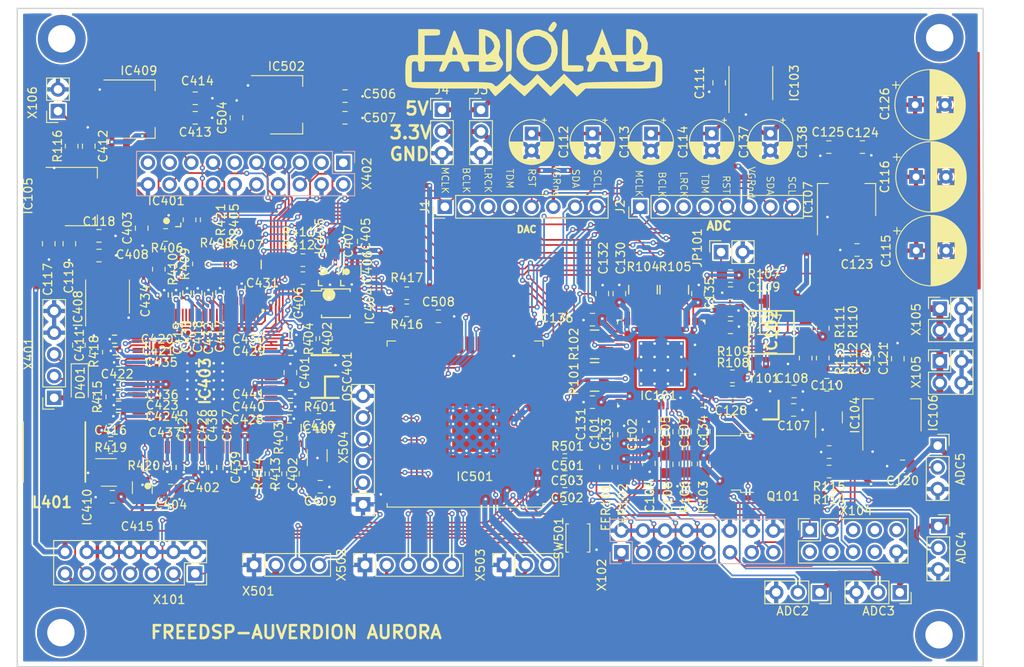
<source format=kicad_pcb>
(kicad_pcb (version 20211014) (generator pcbnew)
  (title_block (comment 4 "AISLER Project ID: MXRGUTIG"))
  (layers (0 "F.Cu" signal) (31 "B.Cu" signal) (34 "B.Paste" user) (35 "F.Paste" user) (36 "B.SilkS" user "B.Silkscreen") (37 "F.SilkS" user "F.Silkscreen") (38 "B.Mask" user) (39 "F.Mask" user) (44 "Edge.Cuts" user))
  (net 0 "")
  (net 1 "GND")
  (net 2 "+5VA")
  (net 3 "+3V3")
  (net 4 "+5V")
  (net 5 "+12V")
  (net 6 "/SDA")
  (net 7 "/SCL")
  (net 8 "VPP")
  (net 9 "/~{RST}")
  (net 10 "/~{USBRST}")
  (net 11 "/MDI:2")
  (net 12 "/BCLK:2")
  (net 13 "/LRCK:2")
  (net 14 "/MDI:3")
  (net 15 "/MDO:3")
  (net 16 "/BCLK:3")
  (net 17 "/LRCK:3")
  (net 18 "/VGROUND")
  (net 19 "/TDM_ADC")
  (net 20 "/BCLK_ADC")
  (net 21 "/LRCK_ADC")
  (net 22 "/BCLK_DAC")
  (net 23 "/LRCK_DAC")
  (net 24 "/TDM_DAC")
  (net 25 "/AUXADC5")
  (net 26 "Net-(C101-Pad1)")
  (net 27 "Net-(C103-Pad1)")
  (net 28 "Net-(C103-Pad2)")
  (net 29 "Net-(C106-Pad2)")
  (net 30 "Net-(C107-Pad1)")
  (net 31 "Net-(C108-Pad1)")
  (net 32 "Net-(IC101-Pad3)")
  (net 33 "Net-(IC101-Pad22)")
  (net 34 "Net-(IC101-Pad23)")
  (net 35 "Net-(IC101-Pad26)")
  (net 36 "Net-(IC101-Pad27)")
  (net 37 "Net-(IC101-Pad28)")
  (net 38 "Net-(IC101-Pad29)")
  (net 39 "Net-(IC101-Pad34)")
  (net 40 "Net-(IC101-Pad39)")
  (net 41 "Net-(IC101-Pad40)")
  (net 42 "Net-(IC101-Pad41)")
  (net 43 "Net-(IC101-Pad42)")
  (net 44 "Net-(IC101-Pad43)")
  (net 45 "Net-(IC101-Pad44)")
  (net 46 "Net-(IC101-Pad52)")
  (net 47 "Net-(IC101-Pad57)")
  (net 48 "Net-(IC101-Pad58)")
  (net 49 "Net-(IC101-Pad60)")
  (net 50 "Net-(IC101-Pad61)")
  (net 51 "Net-(IC101-Pad65)")
  (net 52 "Net-(IC101-Pad66)")
  (net 53 "Net-(IC101-Pad68)")
  (net 54 "Net-(IC101-Pad69)")
  (net 55 "Net-(IC102-Pad3)")
  (net 56 "+1V0")
  (net 57 "+2V5")
  (net 58 "VDD")
  (net 59 "/XMOS/VBUS")
  (net 60 "/XMOS/RST_N")
  (net 61 "/XMOS/TDO")
  (net 62 "/XMOS/TDI")
  (net 63 "/XMOS/XL_DN1")
  (net 64 "/XMOS/XL_DN0")
  (net 65 "/XMOS/XMCLK")
  (net 66 "/XMOS/SPI_CS")
  (net 67 "/XMOS/SPI_CLK")
  (net 68 "/XMOS/QSPI_D0")
  (net 69 "/XMOS/QSPI_D1")
  (net 70 "/XMOS/QSPI_D2")
  (net 71 "/XMOS/QSPI_D3")
  (net 72 "/XMOS/USBD_P")
  (net 73 "/XMOS/USBD_N")
  (net 74 "/XMOS/24M")
  (net 75 "/XMOS/TMS")
  (net 76 "/XMOS/TCK")
  (net 77 "/XMOS/XL_UP0")
  (net 78 "/XMOS/XL_UP1")
  (net 79 "/XMOS/OPT_TX")
  (net 80 "/XMOS/PLLSYNC")
  (net 81 "/XMOS/WCLKSEL")
  (net 82 "/XMOS/PLLSELECT")
  (net 83 "/XMOS/CLK")
  (net 84 "/XMOS/MCLK_DIO")
  (net 85 "/MCLK")
  (net 86 "/SPDIF_RX")
  (net 87 "/SPDIF_TX")
  (net 88 "/xTDMOUT")
  (net 89 "/OPTICAL_TX")
  (net 90 "/OPTICAL_RX")
  (net 91 "/WCLK_RX")
  (net 92 "/xBCLK")
  (net 93 "/xLRCK")
  (net 94 "/xTDMIN")
  (net 95 "/ESP32/IRREMOTE")
  (net 96 "/ESP32/PUSHSW")
  (net 97 "/ESP32/ROTQ")
  (net 98 "/ESP32/ROTI")
  (net 99 "/ESP32/SENSE")
  (net 100 "/ESP32/FANCTRL")
  (net 101 "Net-(IC101-Pad47)")
  (net 102 "/WCLK_TX")
  (net 103 "/xSCL")
  (net 104 "/xSDA")
  (net 105 "Net-(C111-Pad1)")
  (net 106 "Net-(C402-Pad1)")
  (net 107 "Net-(D401-Pad2)")
  (net 108 "Net-(IC104-Pad3)")
  (net 109 "Net-(IC403-Pad3)")
  (net 110 "Net-(IC403-Pad4)")
  (net 111 "Net-(IC403-Pad5)")
  (net 112 "Net-(IC403-Pad7)")
  (net 113 "Net-(IC403-Pad10)")
  (net 114 "Net-(IC403-Pad12)")
  (net 115 "Net-(IC403-Pad48)")
  (net 116 "Net-(IC404-Pad3)")
  (net 117 "Net-(IC404-Pad5)")
  (net 118 "Net-(IC405-Pad4)")
  (net 119 "Net-(OSC401-Pad1)")
  (net 120 "Net-(OSC401-Pad3)")
  (net 121 "Net-(IC410-Pad3)")
  (net 122 "Net-(IC410-Pad5)")
  (net 123 "/ESP32/EN")
  (net 124 "/ESP32/IO0")
  (net 125 "/ESP32/RXD")
  (net 126 "/ESP32/TXD")
  (net 127 "/XMOS/XSYS_RST_N")
  (net 128 "VD")
  (net 129 "Net-(R116-Pad2)")
  (net 130 "/AUXADC0")
  (net 131 "/AUXADC1")
  (net 132 "/AUXADC2")
  (net 133 "/AUXADC3")
  (net 134 "/AUXADC4")
  (net 225 "+5VD")
  (net 226 "/MISO")
  (net 227 "/SCLK")
  (net 228 "/MOSI")
  (net 229 "/~{SS}")
  (footprint "Capacitor_SMD:C_0805_2012Metric_Pad1.18x1.45mm_HandSolder" (layer "F.Cu") (at 68.816 89.9798 -90)
    (fp_text reference "C402")
    (fp_text value "CAP_100n_50V_X7R_0805")
  )
  (footprint "Capacitor_SMD:C_0805_2012Metric_Pad1.18x1.45mm_HandSolder" (layer "F.Cu") (at 43.7716 74.943 -90)
    (fp_text reference "C411")
    (fp_text value "CAP_100n_50V_X7R_0805")
  )
  (footprint "Capacitor_SMD:C_0805_2012Metric_Pad1.18x1.45mm_HandSolder" (layer "F.Cu") (at 46.122 64.4418 180)
    (fp_text reference "C408")
    (fp_text value "CAP_100n_50V_X7R_0805")
  )
  (footprint "Capacitors_SMD:C_0402" (layer "F.Cu") (at 60.2742 68.8086 90)
    (fp_text reference "C417")
    (fp_text value "CAP_100n_10V_X7R_0402")
  )
  (footprint "Capacitors_SMD:C_0402" (layer "F.Cu") (at 57.6834 68.834 90)
    (fp_text reference "C418")
    (fp_text value "CAP_100n_10V_X7R_0402")
  )
  (footprint "Capacitors_SMD:C_0402" (layer "F.Cu") (at 55.1434 69.0418 90)
    (fp_text reference "C419")
    (fp_text value "CAP_100n_10V_X7R_0402")
  )
  (footprint "Capacitors_SMD:C_0402" (layer "F.Cu") (at 47.9372 74.2318 180)
    (fp_text reference "C420")
    (fp_text value "CAP_100n_10V_X7R_0402")
  )
  (footprint "Capacitors_SMD:C_0402" (layer "F.Cu") (at 48.0388 75.6034 180)
    (fp_text reference "C421")
    (fp_text value "CAP_100n_10V_X7R_0402")
  )
  (footprint "Capacitors_SMD:C_0402" (layer "F.Cu") (at 48.4452 79.515 180)
    (fp_text reference "C422")
    (fp_text value "CAP_100n_10V_X7R_0402")
  )
  (footprint "Capacitors_SMD:C_0402" (layer "F.Cu") (at 48.422 81.9534 180)
    (fp_text reference "C423")
    (fp_text value "CAP_100n_10V_X7R_0402")
  )
  (footprint "Capacitors_SMD:C_0402" (layer "F.Cu") (at 48.3944 83.2742 180)
    (fp_text reference "C424")
    (fp_text value "CAP_100n_10V_X7R_0402")
  )
  (footprint "Capacitors_SMD:C_0402" (layer "F.Cu") (at 55.622 89.2418 -90)
    (fp_text reference "C425")
    (fp_text value "CAP_100n_10V_X7R_0402")
  )
  (footprint "Capacitors_SMD:C_0402" (layer "F.Cu") (at 58.222 89.2418 -90)
    (fp_text reference "C426")
    (fp_text value "CAP_100n_10V_X7R_0402")
  )
  (footprint "Capacitors_SMD:C_0402" (layer "F.Cu") (at 61.122 89.2418 -90)
    (fp_text reference "C427")
    (fp_text value "CAP_100n_10V_X7R_0402")
  )
  (footprint "Capacitors_SMD:C_0402" (layer "F.Cu") (at 68.3842 83.5536)
    (fp_text reference "C428")
    (fp_text value "CAP_100n_10V_X7R_0402")
  )
  (footprint "Capacitors_SMD:C_0402" (layer "F.Cu") (at 68.562 75.6542)
    (fp_text reference "C429")
    (fp_text value "CAP_100n_10V_X7R_0402")
  )
  (footprint "Capacitors_SMD:C_0402" (layer "F.Cu") (at 62.7454 68.2628 90)
    (fp_text reference "C431")
    (fp_text value "CAP_100n_10V_X7R_0402")
  )
  (footprint "Capacitors_SMD:C_0402" (layer "F.Cu") (at 58.9534 69.0248 90)
    (fp_text reference "C432")
    (fp_text value "CAP_100n_10V_X7R_0402")
  )
  (footprint "Capacitors_SMD:C_0402" (layer "F.Cu") (at 56.4134 68.834 90)
    (fp_text reference "C433")
    (fp_text value "CAP_100n_10V_X7R_0402")
  )
  (footprint "Capacitors_SMD:C_0402" (layer "F.Cu") (at 53.7538 69.0502 90)
    (fp_text reference "C434")
    (fp_text value "CAP_100n_10V_X7R_0402")
  )
  (footprint "Capacitors_SMD:C_0402" (layer "F.Cu") (at 48.422 76.9418 180)
    (fp_text reference "C435")
    (fp_text value "CAP_100n_10V_X7R_0402")
  )
  (footprint "Capacitors_SMD:C_0402" (layer "F.Cu") (at 48.422 80.7342 180)
    (fp_text reference "C436")
    (fp_text value "CAP_100n_10V_X7R_0402")
  )
  (footprint "Capacitors_SMD:C_0402" (layer "F.Cu") (at 54.122 89.2418 -90)
    (fp_text reference "C437")
    (fp_text value "CAP_100n_10V_X7R_0402")
  )
  (footprint "Capacitors_SMD:C_0402" (layer "F.Cu") (at 59.422 89.2418 -90)
    (fp_text reference "C438")
    (fp_text value "CAP_100n_10V_X7R_0402")
  )
  (footprint "Capacitors_SMD:C_0402" (layer "F.Cu") (at 63.222 89.2418 -90)
    (fp_text reference "C439")
    (fp_text value "CAP_100n_10V_X7R_0402")
  )
  (footprint "Capacitors_SMD:C_0402" (layer "F.Cu") (at 68.522 82.1418)
    (fp_text reference "C440")
    (fp_text value "CAP_100n_10V_X7R_0402")
  )
  (footprint "Capacitors_SMD:C_0402" (layer "F.Cu") (at 68.5366 80.6834)
    (fp_text reference "C441")
    (fp_text value "CAP_100n_10V_X7R_0402")
  )
  (footprint "SamacSys_Parts:QFP40P1600X1600X120-129N" (layer "F.Cu") (at 58.522 79.1418 -90)
    (fp_text reference "IC403")
    (fp_text value "IC_XE216-512-TQ128" hide)
  )
  (footprint "Resistor_SMD:R_0805_2012Metric_Pad1.20x1.40mm_HandSolder" (layer "F.Cu") (at 71.864 82.2074 180)
    (fp_text reference "R401")
    (fp_text value "RES_10K0_1%_0.125W_Thick_0805")
  )
  (footprint "Resistor_SMD:R_0805_2012Metric_Pad1.20x1.40mm_HandSolder" (layer "F.Cu") (at 70.7972 74.181 -90)
    (fp_text reference "R404")
    (fp_text value "RES_33R0_1%_0.125W_Thick_0805")
  )
  (footprint "Resistor_SMD:R_0805_2012Metric_Pad1.20x1.40mm_HandSolder" (layer "F.Cu") (at 68.822 85.8418 90)
    (fp_text reference "R403")
    (fp_text value "RES_4R70_1%_0.125W_Thick_0805")
  )
  (footprint "Resistor_SMD:R_0805_2012Metric_Pad1.20x1.40mm_HandSolder" (layer "F.Cu") (at 59.8244 65.5196 90)
    (fp_text reference "R408")
    (fp_text value "RES_33R0_1%_0.125W_Thick_0805")
  )
  (footprint "Resistor_SMD:R_0805_2012Metric_Pad1.20x1.40mm_HandSolder" (layer "F.Cu") (at 57.8178 65.418 90)
    (fp_text reference "R409")
    (fp_text value "RES_33R0_1%_0.125W_Thick_0805")
  )
  (footprint "Resistor_SMD:R_0805_2012Metric_Pad1.20x1.40mm_HandSolder" (layer "F.Cu") (at 53.122 66.0418 -90)
    (fp_text reference "R410")
    (fp_text value "RES_1K00_1%_0.125W_Thick_0805")
  )
  (footprint "Resistor_SMD:R_0805_2012Metric_Pad1.20x1.40mm_HandSolder" (layer "F.Cu") (at 46.21 80.9882 -90)
    (fp_text reference "R415")
    (fp_text value "RES_43R2_1%_0.125W_Thick_0805")
  )
  (footprint "Resistor_SMD:R_0805_2012Metric_Pad1.20x1.40mm_HandSolder" (layer "F.Cu") (at 45.8036 75.7558 -90)
    (fp_text reference "R418")
    (fp_text value "RES_100K_1%_0.125W_Thick_0805")
  )
  (footprint "Capacitors_SMD:C_0402" (layer "F.Cu") (at 68.522 73.7418)
    (fp_text reference "C430")
    (fp_text value "CAP_100n_10V_X7R_0402")
  )
  (footprint "Capacitor_SMD:C_0805_2012Metric_Pad1.18x1.45mm_HandSolder" (layer "F.Cu") (at 68.522 78.1434 -90)
    (fp_text reference "C401")
    (fp_text value "CAP_10n0_50V_X7R_0805")
  )
  (footprint "Capacitor_SMD:C_0805_2012Metric_Pad1.18x1.45mm_HandSolder" (layer "F.Cu") (at 71.7624 84.3664 180)
    (fp_text reference "C410")
    (fp_text value "CAP_10u0_25V_X5R_0805")
  )
  (footprint "Resistors_SMD:R_Array_Convex_4x0603" (layer "F.Cu") (at 63.4312 65.4942 -90)
    (fp_text reference "R407")
    (fp_text value "33R0_5%_4x0603")
  )
  (footprint "Capacitor_SMD:C_0805_2012Metric_Pad1.18x1.45mm_HandSolder" (layer "F.Cu") (at 40.241 63.0558 -90)
    (fp_text reference "C117")
    (fp_text value "CAP_10u0_25V_X5R_0805")
  )
  (footprint "Capacitor_SMD:C_0805_2012Metric_Pad1.18x1.45mm_HandSolder" (layer "F.Cu") (at 46.122 62.1418)
    (fp_text reference "C118")
    (fp_text value "CAP_100n_50V_X7R_0805")
  )
  (footprint "Capacitor_SMD:C_0805_2012Metric_Pad1.18x1.45mm_HandSolder" (layer "F.Cu") (at 57.386 48.3238 180)
    (fp_text reference "C413")
    (fp_text value "CAP_100n_50V_X7R_0805")
  )
  (footprint "Capacitor_SMD:C_0805_2012Metric_Pad1.18x1.45mm_HandSolder" (layer "F.Cu") (at 110.472 84.9213 90)
    (fp_text reference "C102")
    (fp_text value "CAP_100n_50V_X7R_0805")
  )
  (footprint "Capacitor_SMD:C_0805_2012Metric_Pad1.18x1.45mm_HandSolder" (layer "F.Cu") (at 114.7064 85.0646 -90)
    (fp_text reference "C103")
    (fp_text value "CAP_5n60_50V_X7R_0805")
  )
  (footprint "Capacitor_SMD:C_0805_2012Metric_Pad1.18x1.45mm_HandSolder" (layer "F.Cu") (at 112.5548 85.0646 90)
    (fp_text reference "C105")
    (fp_text value "CAP_100n_50V_X7R_0805")
  )
  (footprint "Capacitor_SMD:C_0805_2012Metric_Pad1.18x1.45mm_HandSolder" (layer "F.Cu") (at 112.5548 88.8746 -90)
    (fp_text reference "C106")
    (fp_text value "CAP_150p_50V_C0G_0805")
  )
  (footprint "Capacitor_SMD:C_0805_2012Metric_Pad1.18x1.45mm_HandSolder" (layer "F.Cu") (at 127.4138 82.5122)
    (fp_text reference "C107")
    (fp_text value "CAP_22p0_50V_C0G_NP0_0805")
  )
  (footprint "Capacitor_SMD:C_0805_2012Metric_Pad1.18x1.45mm_HandSolder" (layer "F.Cu") (at 127.4646 80.3532)
    (fp_text reference "C108")
    (fp_text value "CAP_22p0_50V_C0G_NP0_0805")
  )
  (footprint "Capacitor_SMD:C_0805_2012Metric_Pad1.18x1.45mm_HandSolder" (layer "F.Cu") (at 120.022 68.8418 180)
    (fp_text reference "C109")
    (fp_text value "CAP_100n_50V_X7R_0805")
  )
  (footprint "Capacitor_SMD:C_0805_2012Metric_Pad1.18x1.45mm_HandSolder" (layer "F.Cu") (at 131.3 79.5658)
    (fp_text reference "C110")
    (fp_text value "CAP_100n_50V_X7R_0805")
  )
  (footprint "Capacitor_SMD:C_0805_2012Metric_Pad1.18x1.45mm_HandSolder" (layer "F.Cu") (at 120.2256 82.4106)
    (fp_text reference "C128")
    (fp_text value "CAP_100n_50V_X7R_0805")
  )
  (footprint "Capacitor_SMD:C_0805_2012Metric_Pad1.18x1.45mm_HandSolder" (layer "F.Cu") (at 120.022 72.8418)
    (fp_text reference "C129")
    (fp_text value "CAP_100n_50V_X7R_0805")
  )
  (footprint "Capacitor_SMD:C_0805_2012Metric_Pad1.18x1.45mm_HandSolder" (layer "F.Cu") (at 107.022 68.8978 90)
    (fp_text reference "C130")
    (fp_text value "CAP_100n_50V_X7R_0805")
  )
  (footprint "Capacitor_SMD:C_0805_2012Metric_Pad1.18x1.45mm_HandSolder" (layer "F.Cu") (at 103.868 81.5978 180)
    (fp_text reference "C131")
    (fp_text value "CAP_100n_50V_X7R_0805")
  )
  (footprint "Capacitor_SMD:C_0805_2012Metric_Pad1.18x1.45mm_HandSolder" (layer "F.Cu") (at 105.4936 85.4078 -90)
    (fp_text reference "C133")
    (fp_text value "CAP_100n_50V_X7R_0805")
  )
  (footprint "Capacitor_SMD:C_0805_2012Metric_Pad1.18x1.45mm_HandSolder" (layer "F.Cu") (at 116.8908 85.0138 -90)
    (fp_text reference "C134")
    (fp_text value "CAP_100n_50V_X7R_0805")
  )
  (footprint "Capacitor_SMD:C_0805_2012Metric_Pad1.18x1.45mm_HandSolder" (layer "F.Cu") (at 116.222 68.8978 90)
    (fp_text reference "C135")
    (fp_text value "CAP_100n_50V_X7R_0805")
  )
  (footprint "Capacitor_SMD:C_0805_2012Metric_Pad1.18x1.45mm_HandSolder" (layer "F.Cu") (at 103.868 71.9458 180)
    (fp_text reference "C136")
    (fp_text value "CAP_100n_50V_X7R_0805")
  )
  (footprint "Resistor_SMD:R_0805_2012Metric_Pad1.20x1.40mm_HandSolder" (layer "F.Cu") (at 105.4428 89.2018 90)
    (fp_text reference "FER101")
    (fp_text value "FER_600R_600MA_0805")
  )
  (footprint "Package_CSP:LFCSP-72-1EP_10x10mm_P0.5mm_EP5.3x5.3mm_ThermalVias" (layer "F.Cu") (at 111.922 77.0918 90)
    (fp_text reference "IC101")
    (fp_text value "IC_ADAU1452")
  )
  (footprint "Resistor_SMD:R_0805_2012Metric_Pad1.20x1.40mm_HandSolder" (layer "F.Cu") (at 116.8908 88.8238 -90)
    (fp_text reference "R103")
    (fp_text value "RES_1K00_1%_0.125W_Thick_0805")
  )
  (footprint "Resistor_SMD:R_0805_2012Metric_Pad1.20x1.40mm_HandSolder" (layer "F.Cu") (at 114.7572 88.8238 -90)
    (fp_text reference "R106")
    (fp_text value "RES_4K32_1%_0.125W_Thick_0805")
  )
  (footprint "Resistor_SMD:R_0805_2012Metric_Pad1.20x1.40mm_HandSolder" (layer "F.Cu") (at 120.022 66.8418 180)
    (fp_text reference "R107")
    (fp_text value "RES_10K0_1%_0.125W_Thick_0805")
  )
  (footprint "Resistor_SMD:R_0805_2012Metric_Pad1.20x1.40mm_HandSolder" (layer "F.Cu") (at 120.251 80.4418)
    (fp_text reference "R108")
    (fp_text value "RES_100R_1%_0.125W_Thick_0805")
  )
  (footprint "Resistor_SMD:R_0805_2012Metric_Pad1.20x1.40mm_HandSolder" (layer "F.Cu") (at 120.251 78.5752)
    (fp_text reference "R109")
    (fp_text value "RES_33R0_1%_0.125W_Thick_0805")
  )
  (footprint "Resistor_SMD:R_0805_2012Metric_Pad1.20x1.40mm_HandSolder" (layer "F.Cu") (at 130.822 72.9418 -90)
    (fp_text reference "R110")
    (fp_text value "RES_2K00_1%_0.125W_Thick_0805")
  )
  (footprint "Resistor_SMD:R_0805_2012Metric_Pad1.20x1.40mm_HandSolder" (layer "F.Cu") (at 128.822 72.9418 -90)
    (fp_text reference "R111")
    (fp_text value "RES_2K00_1%_0.125W_Thick_0805")
  )
  (footprint "Resistor_SMD:R_0805_2012Metric_Pad1.20x1.40mm_HandSolder" (layer "F.Cu") (at 130.822 76.4418 90)
    (fp_text reference "R112")
    (fp_text value "RES_10K0_1%_0.125W_Thick_0805")
  )
  (footprint "Resistor_SMD:R_0805_2012Metric_Pad1.20x1.40mm_HandSolder" (layer "F.Cu") (at 128.822 76.4418 90)
    (fp_text reference "R113")
    (fp_text value "RES_10K0_1%_0.125W_Thick_0805")
  )
  (footprint "Resistor_SMD:R_0805_2012Metric_Pad1.20x1.40mm_HandSolder" (layer "F.Cu") (at 131.57 89.7258)
    (fp_text reference "R114")
    (fp_text value "RES_1K00_1%_0.125W_Thick_0805")
  )
  (footprint "Resistor_SMD:R_0805_2012Metric_Pad1.20x1.40mm_HandSolder" (layer "F.Cu") (at 131.57 87.4398)
    (fp_text reference "R115")
    (fp_text value "RES_100K_1%_0.125W_Thick_0805")
  )
  (footprint "Capacitor_SMD:C_0805_2012Metric_Pad1.18x1.45mm_HandSolder" (layer "F.Cu") (at 107.568 85.4038 90)
    (fp_text reference "C101")
    (fp_text value "CAP_10u0_25V_X5R_0805")
  )
  (footprint "Capacitor_SMD:C_0805_2012Metric_Pad1.18x1.45mm_HandSolder" (layer "F.Cu") (at 110.472 88.7606 -90)
    (fp_text reference "C104")
    (fp_text value "CAP_10u0_25V_X5R_0805")
  )
  (footprint "Resistors_SMD:R_Array_Convex_4x0603" (layer "F.Cu") (at 104.122 78.6418 180)
    (fp_text reference "R101")
    (fp_text value "33R0_5%_4x0603")
  )
  (footprint "Resistors_SMD:R_Array_Convex_4x0603" (layer "F.Cu") (at 104.122 74.8418 180)
    (fp_text reference "R102")
    (fp_text value "33R0_5%_4x0603")
  )
  (footprint "Resistors_SMD:R_Array_Convex_4x0603" (layer "F.Cu") (at 109.7862 68.4406 90)
    (fp_text reference "R104")
    (fp_text value "33R0_5%_4x0603")
  )
  (footprint "Resistors_SMD:R_Array_Convex_4x0603" (layer "F.Cu") (at 113.4438 68.4406 90)
    (fp_text reference "R105")
    (fp_text value "33R0_5%_4x0603")
  )
  (footprint "Capacitor_SMD:C_0805_2012Metric_Pad1.18x1.45mm_HandSolder" (layer "F.Cu") (at 120.022 70.8418)
    (fp_text reference "C127")
    (fp_text value "CAP_10u0_25V_X5R_0805")
  )
  (footprint "Capacitor_SMD:C_0805_2012Metric_Pad1.18x1.45mm_HandSolder" (layer "F.Cu") (at 105.022 68.8978 90)
    (fp_text reference "C132")
    (fp_text value "CAP_10u0_25V_X5R_0805")
  )
  (footprint "Adau1492:Crystal-3.2x2.5" (layer "F.Cu") (at 123.8578 81.42 -90)
    (fp_text reference "Y101")
    (fp_text value "24M576")
  )
  (footprint "Capacitor_SMD:C_0805_2012Metric_Pad1.18x1.45mm_HandSolder" (layer "F.Cu") (at 44.922 51.6418 -90)
    (fp_text reference "C412")
    (fp_text value "CAP_10u0_25V_X5R_0805")
  )
  (footprint "Capacitor_SMD:C_0805_2012Metric_Pad1.18x1.45mm_HandSolder" (layer "F.Cu") (at 57.386 46.0378 180)
    (fp_text reference "C414")
    (fp_text value "CAP_10u0_25V_X5R_0805")
  )
  (footprint "Capacitor_SMD:C_0805_2012Metric_Pad1.18x1.45mm_HandSolder" (layer "F.Cu") (at 42.654 63.0558 -90)
    (fp_text reference "C119")
    (fp_text value "CAP_10u0_25V_X5R_0805")
  )
  (footprint "Capacitor_SMD:C_0805_2012Metric_Pad1.18x1.45mm_HandSolder" (layer "F.Cu") (at 47.6832 92.6722)
    (fp_text reference "C415")
    (fp_text value "CAP_10u0_25V_X5R_0805")
  )
  (footprint "Capacitor_SMD:C_0805_2012Metric_Pad1.18x1.45mm_HandSolder" (layer "F.Cu") (at 47.48 84.8998)
    (fp_text reference "C416")
    (fp_text value "CAP_22u0_10V_X5R_0805")
  )
  (footprint "Package_TO_SOT_SMD:SOT-23-5_HandSoldering" (layer "F.Cu") (at 47.2768 89.8274)
    (fp_text reference "IC410")
    (fp_text value "IC_TLV62565")
  )
  (footprint "SamacSys_Parts:INDPM7073X355N" (layer "F.Cu") (at 40.876 87.4398 90)
    (fp_text reference "L401")
    (fp_text value "IND_2U20_30%_4A5" hide)
  )
  (footprint "Resistor_SMD:R_0805_2012Metric_Pad1.20x1.40mm_HandSolder" (layer "F.Cu") (at 47.496 86.881)
    (fp_text reference "R419")
    (fp_text value "RES_80K6_1%_0.125W_Thick_0805")
  )
  (footprint "Resistor_SMD:R_0805_2012Metric_Pad1.20x1.40mm_HandSolder" (layer "F.Cu") (at 51.5948 88.9638)
    (fp_text reference "R420")
    (fp_text value "RES_120K_1%_0.125W_Thick_0805")
  )
  (footprint "Adau1492:ASFL1" (layer "F.Cu") (at 72.5752 78.6006 90)
    (fp_text reference "OSC401")
    (fp_text value "OSC_24M0")
  )
  (footprint "TO_SOT_Packages_SMD:SC-70-6" (layer "F.Cu") (at 53.922 59.729635 90)
    (fp_text reference "IC401")
    (fp_text value "IC_NC7WZ07")
  )
  (footprint "Resistor_SMD:R_0805_2012Metric_Pad1.20x1.40mm_HandSolder" (layer "F.Cu") (at 53.922 62.0398)
    (fp_text reference "R406")
    (fp_text value "RES_10K0_1%_0.125W_Thick_0805")
  )
  (footprint "Capacitor_SMD:C_0805_2012Metric_Pad1.18x1.45mm_HandSolder" (layer "F.Cu") (at 51.122 61.2418 90)
    (fp_text reference "C403")
    (fp_text value "CAP_100n_50V_X7R_0805")
  )
  (footprint "Capacitor_SMD:C_0805_2012Metric_Pad1.18x1.45mm_HandSolder" (layer "F.Cu") (at 54.522 91.9418 180)
    (fp_text reference "C404")
    (fp_text value "CAP_100n_50V_X7R_0805")
  )
  (footprint "TO_SOT_Packages_SMD:SOT-363_SC-70-6" (layer "F.Cu") (at 51.1884 91.6054 -90)
    (fp_text reference "IC402")
    (fp_text value "NC7SZ175")
  )
  (footprint "Capacitor_SMD:C_0805_2012Metric_Pad1.18x1.45mm_HandSolder" (layer "F.Cu") (at 75.6364 62.7862 -90)
    (fp_text reference "C405")
    (fp_text value "CAP_100n_50V_X7R_0805")
  )
  (footprint "Capacitor_SMD:C_0805_2012Metric_Pad1.18x1.45mm_HandSolder" (layer "F.Cu") (at 69.4364 69.9862 90)
    (fp_text reference "C406")
    (fp_text value "CAP_100n_50V_X7R_0805")
  )
  (footprint "Capacitor_SMD:C_0805_2012Metric_Pad1.18x1.45mm_HandSolder" (layer "F.Cu") (at 73.6364 62.7862 -90)
    (fp_text reference "C407")
    (fp_text value "CAP_100n_50V_X7R_0805")
  )
  (footprint "Housings_SSOP:MSOP-10_3x3mm_Pitch0.5mm" (layer "F.Cu") (at 73.8378 70.0278)
    (fp_text reference "IC404")
    (fp_text value "IC_CS2100CP")
  )
  (footprint "TO_SOT_Packages_SMD:SC-70-6" (layer "F.Cu") (at 73.136397 66.1862)
    (fp_text reference "IC405")
    (fp_text value "NC7SZ157")
  )
  (footprint "TO_SOT_Packages_SMD:SC-70-6" (layer "F.Cu") (at 75.7364 66.1862)
    (fp_text reference "IC406")
    (fp_text value "NC7SZ157")
  )
  (footprint "Resistor_SMD:R_0805_2012Metric_Pad1.20x1.40mm_HandSolder" (layer "F.Cu") (at 72.6768 74.1302 -90)
    (fp_text reference "R402")
    (fp_text value "RES_33R0_1%_0.125W_Thick_0805")
  )
  (footprint "Resistor_SMD:R_0805_2012Metric_Pad1.20x1.40mm_HandSolder" (layer "F.Cu") (at 69.9844 64.9862)
    (fp_text reference "R411")
    (fp_text value "RES_33R0_1%_0.125W_Thick_0805")
  )
  (footprint "Resistor_SMD:R_0805_2012Metric_Pad1.20x1.40mm_HandSolder" (layer "F.Cu") (at 69.9844 67.0862)
    (fp_text reference "R412")
    (fp_text value "RES_33R0_1%_0.125W_Thick_0805")
  )
  (footprint "Resistor_SMD:R_0805_2012Metric_Pad1.20x1.40mm_HandSolder" (layer "F.Cu") (at 66.784 89.9798 90)
    (fp_text reference "R413")
    (fp_text value "RES_10K0_1%_0.125W_Thick_0805")
  )
  (footprint "Resistor_SMD:R_0805_2012Metric_Pad1.20x1.40mm_HandSolder" (layer "F.Cu") (at 64.822 89.9798 90)
    (fp_text reference "R414")
    (fp_text value "RES_10K0_1%_0.125W_Thick_0805")
  )
  (footprint "Capacitor_SMD:C_0805_2012Metric_Pad1.18x1.45mm_HandSolder" (layer "F.Cu") (at 100.6422 88.8876 180)
    (fp_text reference "C501")
    (fp_text value "CAP_100n_50V_X7R_0805")
  )
  (footprint "Capacitor_SMD:C_0805_2012Metric_Pad1.18x1.45mm_HandSolder" (layer "F.Cu") (at 100.6422 90.8688 180)
    (fp_text reference "C503")
    (fp_text value "CAP_100n_50V_X7R_0805")
  )
  (footprint "RF_Module:ESP32-WROOM-32U" (layer "F.Cu") (at 88.9582 84.1632 180)
    (fp_text reference "IC501")
    (fp_text value "ESP32-WROOM-32U")
  )
  (footprint "Resistor_SMD:R_0805_2012Metric_Pad1.20x1.40mm_HandSolder" (layer "F.Cu") (at 100.6422 86.9064 180)
    (fp_text reference "R501")
    (fp_text value "RES_10K0_1%_0.125W_Thick_0805")
  )
  (footprint "Connector_PinSocket_2.54mm:PinSocket_2x07_P2.54mm_Vertical" (layer "F.Cu") (at 57.386 101.6638 -90)
    (fp_text reference "X101")
    (fp_text value "MicroMatch14")
  )
  (footprint "Package_TO_SOT_SMD:SOT-223" (layer "F.Cu") (at 138.92 83.1218 90)
    (fp_text reference "IC106")
    (fp_text value "IC_NCP1117LPST33")
  )
  (footprint "Capacitor_SMD:C_0805_2012Metric_Pad1.18x1.45mm_HandSolder" (layer "F.Cu") (at 134.8306 63.7924 180)
    (fp_text reference "C123")
    (fp_text value "CAP_10u0_25V_X5R_0805")
  )
  (footprint "Capacitor_SMD:C_0805_2012Metric_Pad1.18x1.45mm_HandSolder" (layer "F.Cu") (at 135.4656 51.7528)
    (fp_text reference "C124")
    (fp_text value "CAP_100n_50V_X7R_0805")
  )
  (footprint "Capacitor_SMD:C_0805_2012Metric_Pad1.18x1.45mm_HandSolder" (layer "F.Cu") (at 131.5286 51.7528 180)
    (fp_text reference "C125")
    (fp_text value "CAP_10u0_25V_X5R_0805")
  )
  (footprint "Connector_PinSocket_2.54mm:PinSocket_2x05_P2.54mm_Vertical" (layer "F.Cu") (at 129.298 96.5638 90)
    (fp_text reference "X104")
    (fp_text value "CON_MicroMatch-10G")
  )
  (footprint "Package_TO_SOT_SMD:SOT-223" (layer "F.Cu") (at 133.6114 57.925 90)
    (fp_text reference "IC107")
    (fp_text value "IC_LM1117MP-5.0")
  )
  (footprint "Resistor_SMD:R_0805_2012Metric_Pad1.20x1.40mm_HandSolder" (layer "F.Cu") (at 82.142 68.8536 180)
    (fp_text reference "R417")
    (fp_text value "RES_2K00_1%_0.125W_Thick_0805")
  )
  (footprint "Package_TO_SOT_SMD:SOT-223" (layer "F.Cu") (at 50.782 47.3078)
    (fp_text reference "IC409")
    (fp_text value "IC_NCP1117LPST33")
  )
  (footprint "Connector_PinSocket_2.54mm:PinSocket_2x02_P2.54mm_Vertical" (layer "F.Cu") (at 144.528 70.6558 90)
    (fp_text reference "X105")
    (fp_text value "CON_MicroFit3_02x02")
  )
  (footprint "Connector_PinSocket_2.54mm:PinSocket_1x05_P2.54mm_Vertical" (layer "F.Cu") (at 77.2488 100.6478 90)
    (fp_text reference "X502")
    (fp_text value "Conn_01x05")
  )
  (footprint "Connector_PinSocket_2.54mm:PinSocket_1x03_P2.54mm_Vertical" (layer "F.Cu") (at 93.5302 100.6478 90)
    (fp_text reference "X503")
    (fp_text value "Conn_01x03")
  )
  (footprint "Connector_PinSocket_2.54mm:PinSocket_1x04_P2.54mm_Vertical" (layer "F.Cu") (at 64.2694 100.6478 90)
    (fp_text reference "X501")
    (fp_text value "Conn_01x04")
  )
  (footprint "Capacitor_THT:CP_Radial_D8.0mm_P3.50mm" (layer "F.Cu") (at 141.6378 46.7998)
    (fp_text reference "C126")
    (fp_text value "330u_20%_25V_ALUM_RADIAL")
  )
  (footprint "Capacitor_THT:CP_Radial_D8.0mm_P3.50mm" (layer "F.Cu") (at 141.763149 63.8686)
    (fp_text reference "C115")
    (fp_text value "330u_20%_25V_ALUM_RADIAL")
  )
  (footprint "Capacitor_THT:CP_Radial_D8.0mm_P3.50mm" (layer "F.Cu") (at 141.7394 55.2326)
    (fp_text reference "C116")
    (fp_text value "330u_20%_25V_ALUM_RADIAL")
  )
  (footprint "Connector_PinHeader_2.54mm:PinHeader_1x06_P2.54mm_Vertical" (layer "F.Cu") (at 77.0202 93.5612 180)
    (fp_text reference "X504")
    (fp_text value "HDR_01x06")
  )
  (footprint "Capacitor_SMD:C_0805_2012Metric_Pad1.18x1.45mm_HandSolder" (layer "F.Cu") (at 72.0164 91.5038 180)
    (fp_text reference "C409")
    (fp_text value "CAP_10u0_25V_X5R_0805")
  )
  (footprint "Capacitor_SMD:C_0805_2012Metric_Pad1.18x1.45mm_HandSolder" (layer "F.Cu") (at 100.6422 92.85 180)
    (fp_text reference "C502")
    (fp_text value "CAP_10u0_25V_X5R_0805")
  )
  (footprint "Connector_PinSocket_2.54mm:PinSocket_1x02_P2.54mm_Vertical" (layer "F.Cu") (at 118.922 64.0418 90)
    (fp_text reference "JP101")
    (fp_text value "CON_JUMPER")
  )
  (footprint "Diode_SMD:D_SOD-123" (layer "F.Cu") (at 43.8732 79.3626 -90)
    (fp_text reference "D401")
    (fp_text value "DIO_MBR120VLSFT")
  )
  (footprint "SamacSys_Parts:SOIC127P794X203-8N" (layer "F.Cu") (at 124.822 73.4418 90)
    (fp_text reference "IC102")
    (fp_text value "IC_25AA1024" hide)
  )
  (footprint "Package_TO_SOT_SMD:SOT-143_Handsoldering" (layer "F.Cu") (at 131.554 83.3758 90)
    (fp_text reference "IC104")
    (fp_text value "IC_ADM811TARTZ")
  )
  (footprint "Package_SO:SOIC-8_3.9x4.9mm_P1.27mm" (layer "F.Cu") (at 47.122 69.2418 90)
    (fp_text reference "IC408")
    (fp_text value "IC_IS25LP080D")
  )
  (footprint "Connector_PinSocket_2.54mm:PinSocket_1x05_P2.54mm_Vertical" (layer "F.Cu") (at 40.876 81.0898 180)
    (fp_text reference "X401")
    (fp_text value "HDR_01x05")
  )
  (footprint "Package_TO_SOT_SMD:TO-252-2" (layer "F.Cu") (at 123.68 88.7098)
    (fp_text reference "Q101")
    (fp_text value "Q_STD2805")
  )
  (footprint "Package_SO:SOIC-8-1EP_3.9x4.9mm_P1.27mm_EP2.29x3mm" (layer "F.Cu") (at 122.41 44.2598 90)
    (fp_text reference "IC103")
    (fp_text value "IC_TLE2426ID")
  )
  (footprint "Resistor_SMD:R_0805_2012Metric_Pad1.20x1.40mm_HandSolder" (layer "F.Cu") (at 107.568 89.2178 90)
    (fp_text reference "FER102")
    (fp_text value "FER_600R_600MA_0805")
  )
  (footprint "Capacitor_SMD:C_0805_2012Metric_Pad1.18x1.45mm_HandSolder" (layer "F.Cu") (at 118.7016 44.2344 -90)
    (fp_text reference "C111")
    (fp_text value "CAP_10u0_25V_X5R_0805")
  )
  (footprint "Button_Switch_SMD:SW_SPST_B3U-1000P" (layer "F.Cu") (at 102.1662 97.4982 90)
    (fp_text reference "SW501")
    (fp_text value "SW_Push")
  )
  (footprint "Connector_PinSocket_2.54mm:PinSocket_1x03_P2.54mm_Vertical" (layer "F.Cu") (at 144.272 86.6902)
    (fp_text reference "ADC5")
    (fp_text value "Conn_01x03")
  )
  (footprint "Package_TO_SOT_SMD:SOT-353_SC-70-5_Handsoldering" (layer "F.Cu") (at 71.6608 87.8462 90)
    (fp_text reference "IC407")
    (fp_text value "TLV70025")
  )
  (footprint "Resistor_SMD:R_0805_2012Metric_Pad1.20x1.40mm_HandSolder" (layer "F.Cu") (at 42.922 51.6418 90)
    (fp_text reference "R116")
    (fp_text value "RES_560R_1%_0.125W_Thick_0805")
  )
  (footprint "Connector_PinSocket_2.54mm:PinSocket_1x02_P2.54mm_Vertical" (layer "F.Cu") (at 41.322 47.5418 180)
    (fp_text reference "X106")
    (fp_text value "Conn_01x02")
  )
  (footprint "Package_TO_SOT_SMD:SOT-223" (layer "F.Cu") (at 44.022 57.5418)
    (fp_text reference "IC105")
    (fp_text value "IC_LM1117MP-5.0")
  )
  (footprint "Capacitor_THT:CP_Radial_D5.0mm_P2.00mm" (layer "F.Cu") (at 96.756 50.162688 -90)
    (fp_text reference "C112")
    (fp_text value "CAP_100u_20%_25V_ALUM_RADIAL")
  )
  (footprint "Capacitor_THT:CP_Radial_D5.0mm_P2.00mm" (layer "F.Cu") (at 103.868 50.162688 -90)
    (fp_text reference "C113")
    (fp_text value "CAP_100u_20%_25V_ALUM_RADIAL")
  )
  (footprint "Capacitor_THT:CP_Radial_D5.0mm_P2.00mm" (layer "F.Cu") (at 110.726 50.162688 -90)
    (fp_text reference "C114")
    (fp_text value "CAP_100u_20%_25V_ALUM_RADIAL")
  )
  (footprint "Capacitor_THT:CP_Radial_D5.0mm_P2.00mm" (layer "F.Cu") (at 117.838 50.162688 -90)
    (fp_text reference "C137")
    (fp_text value "CAP_100u_20%_25V_ALUM_RADIAL")
  )
  (footprint "Capacitor_THT:CP_Radial_D5.0mm_P2.00mm" (layer "F.Cu") (at 124.696 50.1526 -90)
    (fp_text reference "C138")
    (fp_text value "CAP_100u_20%_25V_ALUM_RADIAL")
  )
  (footprint "Capacitor_SMD:C_0805_2012Metric_Pad1.18x1.45mm_HandSolder" (layer "F.Cu") (at 74.912 45.7838)
    (fp_text reference "C506")
    (fp_text value "CAP_100n_50V_X7R_0805")
  )
  (footprint "Capacitor_SMD:C_0805_2012Metric_Pad1.18x1.45mm_HandSolder" (layer "F.Cu") (at 74.912 48.3238)
    (fp_text reference "C507")
    (fp_text value "CAP_10u0_25V_X5R_0805")
  )
  (footprint "Capacitor_SMD:C_0805_2012Metric_Pad1.18x1.45mm_HandSolder" (layer "F.Cu") (at 85.842 71.5536)
    (fp_text reference "C508")
    (fp_text value "CAP_10u0_25V_X5R_0805")
  )
  (footprint "Package_TO_SOT_SMD:SOT-223" (layer "F.Cu") (at 68.054 46.7998)
    (fp_text reference "IC502")
    (fp_text value "IC_NCP1117LPST33")
  )
  (footprint "Capacitor_SMD:C_0805_2012Metric_Pad1.18x1.45mm_HandSolder" (layer "F.Cu") (at 62.212 48.3238 90)
    (fp_text reference "C504")
    (fp_text value "CAP_22u0_10V_X5R_0805")
  )
  (footprint "Resistor_SMD:R_0805_2012Metric_Pad1.20x1.40mm_HandSolder" (layer "F.Cu") (at 82.142 70.8536 180)
    (fp_text reference "R416")
    (fp_text value "RES_2K00_1%_0.125W_Thick_0805")
  )
  (footprint "Resistor_SMD:R_0805_2012Metric_Pad1.20x1.40mm_HandSolder" (layer "F.Cu") (at 58.722 60.2618 -90)
    (fp_text reference "R421")
    (fp_text value "RES_10K0_1%_0.125W_Thick_0805")
  )
  (footprint "Resistor_SMD:R_0805_2012Metric_Pad1.20x1.40mm_HandSolder" (layer "F.Cu") (at 56.722 60.2618 -90)
    (fp_text reference "R405")
    (fp_text value "RES_10K0_1%_0.125W_Thick_0805")
  )
  (footprint "MountingHole:MountingHole_3.2mm_M3_DIN965_Pad" (layer "F.Cu") (at 144.508 38.9512 -90)
    (fp_text reference "B102" hide)
    (fp_text value "TEST_1P")
  )
  (footprint "" (layer "F.Cu") (at 87.5602 84.1632 -90)
    (fp_text reference "")
    (fp_text value "")
  )
  (footprint "" (layer "F.Cu") (at 90.693533 82.596533 -90)
    (fp_text reference "")
    (fp_text value "")
  )
  (footprint "" (layer "F.Cu") (at 92.2602 85.729866 -90)
    (fp_text reference "")
    (fp_text value "")
  )
  (footprint "Connector_PinHeader_2.54mm:PinHeader_1x08_P2.54mm_Vertical" (layer "F.Cu") (at 86.596 58.7378 90)
    (fp_text reference "J1")
    (fp_text value "DAC")
  )
  (footprint "MountingHole:MountingHole_3.2mm_M3_DIN965_Pad" (layer "F.Cu") (at 41.6634 108.5726 -90)
    (fp_text reference "B104" hide)
    (fp_text value "TEST_1P")
  )
  (footprint "" (layer "F.Cu") (at 89.126867 87.296533 -90)
    (fp_text reference "")
    (fp_text value "")
  )
  (footprint "Capacitor_SMD:C_0805_2012Metric_Pad1.18x1.45mm_HandSolder" (layer "F.Cu") (at 137.5484 76.5178 90)
    (fp_text reference "C122")
    (fp_text value "CAP_10u0_25V_X5R_0805")
  )
  (footprint "" (layer "F.Cu") (at 89.126867 84.1632 -90)
    (fp_text reference "")
    (fp_text value "")
  )
  (footprint "" (layer "F.Cu") (at 89.126867 82.596533 -90)
    (fp_text reference "")
    (fp_text value "")
  )
  (footprint "Connector_PinSocket_2.54mm:PinSocket_1x03_P2.54mm_Vertical" (layer "F.Cu") (at 130.4544 103.8606 -90)
    (fp_text reference "ADC2")
    (fp_text value "Conn_01x03")
  )
  (footprint "" (layer "F.Cu") (at 90.693533 87.296533 -90)
    (fp_text reference "")
    (fp_text value "")
  )
  (footprint "" (layer "F.Cu") (at 90.693533 85.729866 -90)
    (fp_text reference "")
    (fp_text value "")
  )
  (footprint "" (layer "F.Cu") (at 92.2602 82.596533 -90)
    (fp_text reference "")
    (fp_text value "")
  )
  (footprint "" (layer "F.Cu") (at 89.126867 85.729866 -90)
    (fp_text reference "")
    (fp_text value "")
  )
  (footprint "" (layer "F.Cu") (at 87.5602 85.729866 -90)
    (fp_text reference "")
    (fp_text value "")
  )
  (footprint "" (layer "F.Cu") (at 92.2602 84.1632 -90)
    (fp_text reference "")
    (fp_text value "")
  )
  (footprint "MountingHole:MountingHole_3.2mm_M3_DIN965_Pad" (layer "F.Cu") (at 144.4318 108.8266 -90)
    (fp_text reference "B101" hide)
    (fp_text value "TEST_1P")
  )
  (footprint "Connector_PinHeader_2.54mm:PinHeader_1x03_P2.54mm_Vertical" (layer "F.Cu") (at 90.8304 47.386)
    (fp_text reference "J3")
    (fp_text value "Power Ext")
  )
  (footprint "Connector_PinHeader_2.54mm:PinHeader_1x08_P2.54mm_Vertical" (layer "F.Cu") (at 109.456 58.7378 90)
    (fp_text reference "J2")
    (fp_text value "ADC")
  )
  (footprint "Connector_PinHeader_2.54mm:PinHeader_1x03_P2.54mm_Vertical" (layer "F.Cu") (at 86.2584 47.386)
    (fp_text reference "J4")
    (fp_text value "Power Ext")
  )
  (footprint "Connector_PinSocket_2.54mm:PinSocket_1x03_P2.54mm_Vertical" (layer "F.Cu") (at 144.3478 96.1032)
    (fp_text reference "ADC4")
    (fp_text value "Conn_01x03")
  )
  (footprint "Capacitor_SMD:C_0805_2012Metric_Pad1.18x1.45mm_HandSolder" (layer "F.Cu") (at 139.6058 76.5178 90)
    (fp_text reference "C121")
    (fp_text value "CAP_100n_50V_X7R_0805")
  )
  (footprint "Connector_PinSocket_2.54mm:PinSocket_2x02_P2.54mm_Vertical" (layer "F.Cu") (at 144.528 76.815 90)
    (fp_text reference "X105")
    (fp_text value "CON_MicroFit3_02x02")
  )
  (footprint "Capacitor_SMD:C_0805_2012Metric_Pad1.18x1.45mm_HandSolder" (layer "F.Cu") (at 140.1646 89.1162 180)
    (fp_text reference "C120")
    (fp_text value "CAP_10u0_25V_X5R_0805")
  )
  (footprint "Connector_PinSocket_2.54mm:PinSocket_1x03_P2.54mm_Vertical" (layer "F.Cu") (at 139.8374 103.8606 -90)
    (fp_text reference "ADC3")
    (fp_text value "Conn_01x03")
  )
  (footprint "" (layer "F.Cu") (at 90.693533 84.1632 -90)
    (fp_text reference "")
    (fp_text value "")
  )
  (footprint "Adau1492:Logo" (layer "F.Cu") (at 96.9338 42.0246)
    (fp_text reference "REF**" hide)
    (fp_text value "Logo" hide)
  )
  (footprint "" (layer "F.Cu") (at 92.2602 87.296533 -90)
    (fp_text reference "")
    (fp_text value "")
  )
  (footprint "" (layer "F.Cu") (at 87.5602 82.596533 -90)
    (fp_text reference "")
    (fp_text value "")
  )
  (footprint "MountingHole:MountingHole_3.2mm_M3_DIN965_Pad" (layer "F.Cu") (at 41.765 39.0782 -90)
    (fp_text reference "B103" hide)
    (fp_text value "TEST_1P")
  )
  (footprint "" (layer "F.Cu") (at 87.5602 87.296533 -90)
    (fp_text reference "")
    (fp_text value "")
  )
  (footprint "Connector_PinSocket_2.54mm:PinSocket_2x10_P2.54mm_Vertical" (layer "B.Cu") (at 74.7088 53.5816 90)
    (fp_text reference "X402")
    (fp_text value "CON_HDR_02x10")
  )
  (footprint "Connector_PinSocket_2.54mm:PinSocket_2x08_P2.54mm_Vertical" (layer "B.Cu") (at 107.2612 99.1692 -90)
    (fp_text reference "X102")
    (fp_text value "HDR_02x08")
  )
  (gr_rect (start 149.588 35.5222) (end 36.558 112.5604) (layer "Edge.Cuts") (width 0.15) (fill none))
  (gr_text "RST" (at 96.7814 55.3342 -90) (layer "F.SilkS") (effects (font (size 0.8 0.8) (thickness 0.1))))
  (gr_text "SDA" (at 124.6706 56.2486 -90) (layer "F.SilkS") (effects (font (size 0.8 0.8) (thickness 0.1))))
  (gr_text "SCL" (at 127.2106 56.2486 -90) (layer "F.SilkS") (effects (font (size 0.8 0.8) (thickness 0.1))))
  (gr_text "LRCK" (at 114.5614 56.147 -90) (layer "F.SilkS") (effects (font (size 0.8 0.8) (thickness 0.1))))
  (gr_text "ADC" (at 118.6762 60.973) (layer "F.SilkS") (effects (font (size 1 1) (thickness 0.25))))
  (gr_text "FREEDSP-AUVERDION AURORA" (at 69.197 108.5218) (layer "F.SilkS") (effects (font (size 1.5 1.5) (thickness 0.3))))
  (gr_text "LRCK" (at 91.6506 55.5882 -90) (layer "F.SilkS") (effects (font (size 0.8 0.8) (thickness 0.1))))
  (gr_text "BCLK" (at 112.0214 56.147 -90) (layer "F.SilkS") (effects (font (size 0.8 0.8) (thickness 0.1))))
  (gr_text "VGRnd" (at 99.677 55.7406 -90) (layer "F.SilkS") (effects (font (size 0.8 0.8) (thickness 0.1))))
  (gr_text "GND" (at 82.4484 52.578) (layer "F.SilkS") (effects (font (size 1.5 1.5) (thickness 0.3))))
  (gr_text "TDM" (at 94.1906 55.4358 -90) (layer "F.SilkS") (effects (font (size 0.8 0.8) (thickness 0.1))))
  (gr_text "MCLK" (at 109.329 55.9946 -90) (layer "F.SilkS") (effects (font (size 0.8 0.8) (thickness 0.1))))
  (gr_text "3.3V" (at 82.5754 50.038) (layer "F.SilkS") (effects (font (size 1.5 1.5) (thickness 0.3))))
  (gr_text "5V" (at 83.3374 47.244) (layer "F.SilkS") (effects (font (size 1.5 1.5) (thickness 0.3))))
  (gr_text "SCL" (at 104.4522 55.4358 -90) (layer "F.SilkS") (effects (font (size 0.8 0.8) (thickness 0.1))))
  (gr_text "TDM" (at 117.0506 56.0454 -90) (layer "F.SilkS") (effects (font (size 0.8 0.8) (thickness 0.1))))
  (gr_text "MCLK" (at 86.6214 55.639 -90) (layer "F.SilkS") (effects (font (size 0.8 0.8) (thickness 0.1))))
  (gr_text "SDA" (at 101.9122 55.4358 -90) (layer "F.SilkS") (effects (font (size 0.8 0.8) (thickness 0.1))))
  (gr_text "BCLK" (at 89.1106 55.639 -90) (layer "F.SilkS") (effects (font (size 0.8 0.8) (thickness 0.1))))
  (gr_text "DAC" (at 96.1718 61.3794) (layer "F.SilkS") (effects (font (size 0.8 0.8) (thickness 0.2))))
  (gr_text "RST" (at 119.5398 56.147 -90) (layer "F.SilkS") (effects (font (size 0.8 0.8) (thickness 0.1))))
  (gr_text "VGRnd" (at 122.4862 55.893 -90) (layer "F.SilkS") (effects (font (size 0.8 0.8) (thickness 0.1))))
  (segment (start 51.122 63.1926) (end 51.2138 63.2844) (width 0.2) (layer "F.Cu") (net 1))
  (segment (start 115.877616 78.3418) (end 115.8705 78.348916) (width 0.2) (layer "F.Cu") (net 1))
  (segment (start 40.872 54.1952) (end 40.876 54.1912) (width 0.2) (layer "F.Cu") (net 1))
  (segment (start 139.1271 89.1162) (end 138.3866 89.1162) (width 0.6) (layer "F.Cu") (net 1))
  (segment (start 66.784 90.9798) (end 66.784 91.8086) (width 0.2) (layer "F.Cu") (net 1))
  (segment (start 115.920842 74.8418) (end 115.8705 74.892142) (width 0.2) (layer "F.Cu") (net 1))
  (segment (start 130.4911 51.7528) (end 130.4911 52.7219) (width 0.2) (layer "F.Cu") (net 1))
  (segment (start 139.6058 74.7144) (end 139.5804 74.689) (width 0.6) (layer "F.Cu") (net 1))
  (segment (start 54.87196 59.729635) (end 54.279379 59.729635) (width 0.2) (layer "F.Cu") (net 1))
  (segment (start 71.6608 88.167603) (end 71.690163 88.13824) (width 0.2) (layer "F.Cu") (net 1))
  (segment (start 43.7716 73.9055) (end 43.7716 73.292) (width 0.2) (layer "F.Cu") (net 1))
  (segment (start 64.0662 91.6308) (end 64.0154 91.6308) (width 0.2) (layer "F.Cu") (net 1))
  (segment (start 76.9186 45.7584) (end 76.9694 45.8092) (width 0.2) (layer "F.Cu") (net 1))
  (segment (start 66.784 91.8086) (end 66.7586 91.834) (width 0.2) (layer "F.Cu") (net 1))
  (segment (start 40.241 64.0933) (end 40.241 64.8846) (width 0.2) (layer "F.Cu") (net 1))
  (segment (start 58.4235 48.3238) (end 59.3672 48.3238) (width 0.2) (layer "F.Cu") (net 1))
  (segment (start 72.7999 84.3664) (end 73.4642 84.3664) (width 0.2) (layer "F.Cu") (net 1))
  (segment (start 76.8424 45.7584) (end 76.9186 45.7584) (width 0.2) (layer "F.Cu") (net 1))
  (segment (start 66.26 82.5418) (end 64.9848 82.5418) (width 0.2) (layer "F.Cu") (net 1))
  (segment (start 113.6904 91.313) (end 113.8174 91.44) (width 0.2) (layer "F.Cu") (net 1))
  (segment (start 42.654 64.9354) (end 42.6286 64.9608) (width 0.2) (layer "F.Cu") (net 1))
  (segment (start 136.5031 52.7141) (end 136.507 52.718) (width 0.2) (layer "F.Cu") (net 1))
  (segment (start 136.62 87.3496) (end 136.6594 87.389) (width 0.6) (layer "F.Cu") (net 1))
  (segment (start 86.8795 71.5536) (end 87.677 71.5536) (width 0.6) (layer "F.Cu") (net 1))
  (segment (start 55.5595 91.9418) (end 56.3892 91.9418) (width 0.2) (layer "F.Cu") (net 1))
  (segment (start 71.6378 69.5278) (end 72.863893 69.5278) (width 0.2) (layer "F.Cu") (net 1))
  (segment (start 116.8595 74.8418) (end 115.920842 74.8418) (width 0.2) (layer "F.Cu") (net 1))
  (segment (start 64.2694 91.4276) (end 64.0662 91.6308) (width 0.2) (layer "F.Cu") (net 1))
  (segment (start 55.622 89.7918) (end 56.0296 89.7918) (width 0.2) (layer "F.Cu") (net 1))
  (segment (start 73.136397 67.13616) (end 73.136397 67.833397) (width 0.2) (layer "F.Cu") (net 1))
  (segment (start 118.7016 45.2719) (end 117.5371 45.2719) (width 0.2) (layer "F.Cu") (net 1))
  (segment (start 106.8144 72.6717) (end 106.8144 72.0474) (width 0.2) (layer "F.Cu") (net 1))
  (segment (start 76.0378 70.0278) (end 76.9564 70.0278) (width 0.2) (layer "F.Cu") (net 1))
  (segment (start 54.279379 59.729635) (end 54.276646 59.732368) (width 0.2) (layer "F.Cu") (net 1))
  (segment (start 45.7782 92.6722) (end 45.7274 92.723) (width 0.2) (layer "F.Cu") (net 1))
  (segment (start 116.8675 72.1543) (end 116.9236 72.0982) (width 0.2) (layer "F.Cu") (net 1))
  (segment (start 130.4911 52.7219) (end 130.538 52.7688) (width 0.2) (layer "F.Cu") (net 1))
  (segment (start 116.172 72.1543) (end 116.8675 72.1543) (width 0.2) (layer "F.Cu") (net 1))
  (segment (start 55.5595 91.9418) (end 55.5595 92.9493) (width 0.4) (layer "F.Cu") (net 1))
  (segment (start 138.3866 89.1162) (end 138.3612 89.0908) (width 0.6) (layer "F.Cu") (net 1))
  (segment (start 75.9495 48.3238) (end 76.944 48.3238) (width 0.2) (layer "F.Cu") (net 1))
  (segment (start 56.3892 91.9418) (end 56.3954 91.9356) (width 0.2) (layer "F.Cu") (net 1))
  (segment (start 43.7716 73.292) (end 43.4414 72.9618) (width 0.2) (layer "F.Cu") (net 1))
  (segment (start 44.8892 89.8274) (end 44.8384 89.8782) (width 0.4) (layer "F.Cu") (net 1))
  (segment (start 131.3114 61.075) (end 131.3114 59.9964) (width 0.2) (layer "F.Cu") (net 1))
  (segment (start 113.6904 91.313) (end 116.7384 91.313) (width 0.2) (layer "F.Cu") (net 1))
  (segment (start 116.8595 82.0417) (end 117.076 82.2582) (width 0.2) (layer "F.Cu") (net 1))
  (segment (start 46.6457 92.6722) (end 45.7782 92.6722) (width 0.2) (layer "F.Cu") (net 1))
  (segment (start 137.5484 75.4803) (end 137.5484 74.7398) (width 0.6) (layer "F.Cu") (net 1))
  (segment (start 115.672 81.132243) (end 115.623414 81.083657) (width 0.2) (layer "F.Cu") (net 1))
  (segment (start 136.62 86.2718) (end 136.62 87.3496) (width 0.6) (layer "F.Cu") (net 1))
  (segment (start 106.9845 81.9865) (end 106.916 82.055) (width 0.2) (layer "F.Cu") (net 1))
  (segment (start 58.4235 46.0378) (end 59.3926 46.0378) (width 0.2) (layer "F.Cu") (net 1))
  (segment (start 87.677 71.5536) (end 87.6882 71.5648) (width 0.6) (layer "F.Cu") (net 1))
  (segment (start 76.817 45.7838) (end 76.8424 45.7584) (width 0.2) (layer "F.Cu") (net 1))
  (segment (start 51.1884 90.6554) (end 51.1884 91.2498) (width 0.2) (layer "F.Cu") (net 1))
  (segment (start 106.9845 72.8418) (end 106.8144 72.6717) (width 0.2) (layer "F.Cu") (net 1))
  (segment (start 116.8595 78.3418) (end 115.877616 78.3418) (width 0.2) (layer "F.Cu") (net 1))
  (segment (start 44.922 50.6043) (end 44.922 49.5504) (width 0.3) (layer "F.Cu") (net 1))
  (segment (start 55.5595 92.9493) (end 55.5572 92.9516) (width 0.4) (layer "F.Cu") (net 1))
  (segment (start 73.136397 67.833397) (end 73.1594 67.8564) (width 0.2) (layer "F.Cu") (net 1))
  (segment (start 71.6608 89.1762) (end 71.6608 88.167603) (width 0.2) (layer "F.Cu") (net 1))
  (segment (start 75.7364 67.794) (end 75.6994 67.831) (width 0.2) (layer "F.Cu") (net 1))
  (segment (start 79.1284 92.4182) (end 79.103 92.3928) (width 0.4) (layer "F.Cu") (net 1))
  (segment (start 64.904 44.4998) (end 63.5976 44.4998) (width 0.2) (layer "F.Cu") (net 1))
  (segment (start 51.122 62.2793) (end 51.122 63.1926) (width 0.2) (layer "F.Cu") (net 1))
  (segment (start 47.1595 64.4418) (end 48.1006 64.4418) (width 0.2) (layer "F.Cu") (net 1))
  (segment (start 73.6364 61.7487) (end 74.6717 61.7487) (width 0.2) (layer "F.Cu") (net 1))
  (segment (start 116.9236 72.7777) (end 116.8595 72.8418) (width 0.2) (layer "F.Cu") (net 1))
  (segment (start 44.922 49.5504) (end 44.813 49.4414) (width 0.3) (layer "F.Cu") (net 1))
  (segment (start 72.863893 69.5278) (end 73.031345 69.360348) (width 0.2) (layer "F.Cu") (net 1))
  (segment (start 47.632 45.0078) (end 46.224 45.0078) (width 0.3) (layer "F.Cu") (net 1))
  (segment (start 42.654 64.0933) (end 42.654 64.9354) (width 0.2) (layer "F.Cu") (net 1))
  (segment (start 116.9236 72.0982) (end 116.9236 72.7777) (width 0.2) (layer "F.Cu") (net 1))
  (segment (start 47.1595 62.1418) (end 48.0638 62.1418) (width 0.2) (layer "F.Cu") (net 1))
  (segment (start 80.4582 92.4182) (end 79.1284 92.4182) (width 0.4) (layer "F.Cu") (net 1))
  (segment (start 46.224 45.0078) (end 46.21 45.0218) (width 0.3) (layer "F.Cu") (net 1))
  (segment (start 106.9845 81.3418) (end 106.9845 81.9865) (width 0.2) (layer "F.Cu") (net 1))
  (segment (start 40.872 55.2418) (end 40.872 54.1952) (width 0.2) (layer "F.Cu") (net 1))
  (segment (start 110.172 82.0293) (end 110.172 83.5838) (width 0.2) (layer "F.Cu") (net 1))
  (segment (start 76.9564 70.0278) (end 77.2488 70.3202) (width 0.2) (layer "F.Cu") (net 1))
  (segment (start 121.775 47.892) (end 121.8258 47.9428) (width 0.2) (layer "F.Cu") (net 1))
  (segment (start 49.027 71.7168) (end 49.5878 71.7168) (width 0.2) (layer "F.Cu") (net 1))
  (segment (start 40.241 64.8846) (end 40.2664 64.91) (width 0.2) (layer "F.Cu") (net 1))
  (segment (start 75.6364 61.7487) (end 74.6717 61.7487) (width 0.2) (layer "F.Cu") (net 1))
  (segment (start 133.7931 63.7924) (end 132.8748 63.7924) (width 0.2) (layer "F.Cu") (net 1))
  (segment (start 45.8036 74.0794) (end 45.5242 73.8) (width 0.2) (layer "F.Cu") (net 1))
  (segment (start 106.916 82.055) (end 107.6463 82.055) (width 0.2) (layer "F.Cu") (net 1))
  (segment (start 131.3114 59.9964) (end 131.3762 59.9316) (width 0.2) (layer "F.Cu") (net 1))
  (segment (start 104.0222 99.1982) (end 104.3506 98.8698) (width 0.2) (layer "F.Cu") (net 1))
  (segment (start 76.944 48.3238) (end 76.9694 48.3492) (width 0.2) (layer "F.Cu") (net 1))
  (segment (start 68.816 91.8086) (end 68.7906 91.834) (width 0.2) (layer "F.Cu") (net 1))
  (segment (start 62.212 46.3172) (end 62.2374 46.2918) (width 0.2) (layer "F.Cu") (net 1))
  (segment (start 116.8595 74.3418) (end 116.8595 74.8418) (width 0.2) (layer "F.Cu") (net 1))
  (segment (start 75.9495 45.7838) (end 76.817 45.7838) (width 0.2) (layer "F.Cu") (net 1))
  (segment (start 75.7364 67.13616) (end 75.7364 67.794) (width 0.2) (layer "F.Cu") (net 1))
  (segment (start 48.1006 64.4418) (end 48.115 64.4274) (width 0.2) (layer "F.Cu") (net 1))
  (segment (start 68.816 91.0173) (end 68.816 91.8086) (width 0.2) (layer "F.Cu") (net 1))
  (segment (start 102.1662 99.1982) (end 104.0222 99.1982) (width 0.2) (layer "F.Cu") (net 1))
  (segment (start 94.6732 74.9082) (end 94.6732 76.1876) (width 0.2) (layer "F.Cu") (net 1))
  (segment (start 106.8144 72.0474) (end 107.5651 72.0474) (width 0.2) (layer "F.Cu") (net 1))
  (segment (start 45.8036 74.7558) (end 45.8036 74.0794) (width 0.2) (layer "F.Cu") (net 1))
  (segment (start 45.9268 89.8274) (end 44.8892 89.8274) (width 0.4) (layer "F.Cu") (net 1))
  (segment (start 63.5976 44.4998) (end 63.5582 44.5392) (width 0.2) (layer "F.Cu") (net 1))
  (segment (start 116.7384 91.313) (end 116.8654 91.186) (width 0.2) (layer "F.Cu") (net 1))
  (segment (start 136.5031 51.7528) (end 136.5031 52.7141) (width 0.2) (layer "F.Cu") (net 1))
  (segment (start 49.5878 71.7168) (end 49.5882 71.7172) (width 0.2) (layer "F.Cu") (net 1))
  (segment (start 51.1884 91.2498) (end 51.2138 91.2752) (width 0.2) (layer "F.Cu") (net 1))
  (segment (start 64.9848 82.5418) (end 64.9806 82.5376) (width 0.2) (layer "F.Cu") (net 1))
  (segment (start 115.672 82.0293) (end 115.672 81.132243) (width 0.2) (layer "F.Cu") (net 1))
  (segment (start 117.5371 45.2719) (end 117.5332 45.2758) (width 0.2) (layer "F.Cu") (net 1))
  (segment (start 107.5651 72.0474) (end 107.672 72.1543) (width 0.2) (layer "F.Cu") (net 1))
  (segment (start 62.212 47.2863) (end 62.212 46.3172) (width 0.2) (layer "F.Cu") (net 1))
  (segment (start 116.8595 81.3418) (end 116.8595 82.0417) (width 0.2) (layer "F.Cu") (net 1))
  (segment (start 114.1804 82.0209) (end 114.1804 81.0898) (width 0.2) (layer "F.Cu") (net 1))
  (segment (start 115.8705 74.8551) (end 115.8705 74.892142) (width 0.2) (layer "F.Cu") (net 1))
  (segment (start 121.775 46.7348) (end 121.775 47.892) (width 0.2) (layer "F.Cu") (net 1))
  (segment (start 56.0296 89.7918) (end 56.0398 89.802) (width 0.2) (layer "F.Cu") (net 1))
  (segment (start 48.0638 62.1418) (end 48.0642 62.1414) (width 0.2) (layer "F.Cu") (net 1))
  (segment (start 139.6058 75.4803) (end 139.6058 74.7144) (width 0.6) (layer "F.Cu") (net 1))
  (via (at 137.5484 74.7398) (size 0.6) (drill 0.3) (layers "F.Cu" "B.Cu") (net 1))
  (via (at 61.1198 89.7512) (size 0.6) (drill 0.3) (layers "F.Cu" "B.Cu") (net 1))
  (via (at 47.861 80.7342) (size 0.6) (drill 0.3) (layers "F.Cu" "B.Cu") (net 1))
  (via (at 123.057802 82.520001) (size 0.6) (drill 0.3) (layers "F.Cu" "B.Cu") (net 1))
  (via (at 116.9236 72.0982) (size 0.6) (drill 0.3) (layers "F.Cu" "B.Cu") (net 1))
  (via (at 56.4429 68.284) (size 0.6) (drill 0.3) (layers "F.Cu" "B.Cu") (net 1))
  (via (at 107.5764 84.3664) (size 0.6) (drill 0.3) (layers "F.Cu" "B.Cu") (net 1))
  (via (at 76.9694 45.8092) (size 0.6) (drill 0.3) (layers "F.Cu" "B.Cu") (net 1))
  (via (at 104.3506 98.8698) (size 0.6) (drill 0.3) (layers "F.Cu" "B.Cu") (net 1))
  (via (at 74.6717 61.7487) (size 0.6) (drill 0.3) (layers "F.Cu" "B.Cu") (net 1))
  (via (at 106.916 82.055) (size 0.6) (drill 0.3) (layers "F.Cu" "B.Cu") (net 1))
  (via (at 73.0832 91.5292) (size 0.6) (drill 0.3) (layers "F.Cu" "B.Cu") (net 1))
  (via (at 40.2664 64.91) (size 0.6) (drill 0.3) (layers "F.Cu" "B.Cu") (net 1))
  (via (at 76.9694 48.3492) (size 0.6) (drill 0.3) (layers "F.Cu" "B.Cu") (net 1))
  (via (at 132.8748 63.7924) (size 0.6) (drill 0.3) (layers "F.Cu" "B.Cu") (net 1))
  (via (at 59.5577 79.0578) (size 0.6) (drill 0.3) (layers "F.Cu" "B.Cu") (net 1))
  (via (at 114.1804 81.0898) (size 0.6) (drill 0.3) (layers "F.Cu" "B.Cu") (net 1))
  (via (at 115.623414 81.083657) (size 0.6) (drill 0.3) (layers "F.Cu" "B.Cu") (net 1))
  (via (at 120.9622 70.879) (size 0.6) (drill 0.3) (layers "F.Cu" "B.Cu") (net 1))
  (via (at 121.013 72.7586) (size 0.6) (drill 0.3) (layers "F.Cu" "B.Cu") (net 1))
  (via (at 47.9118 79.5658) (size 0.6) (drill 0.3) (layers "F.Cu" "B.Cu") (net 1))
  (via (at 55.5572 92.9516) (size 0.6) (drill 0.3) (layers "F.Cu" "B.Cu") (net 1))
  (via (at 124.657802 80.32) (size 0.6) (drill 0.3) (layers "F.Cu" "B.Cu") (net 1))
  (via (at 42.6286 64.9608) (size 0.6) (drill 0.3) (layers "F.Cu" "B.Cu") (net 1))
  (via (at 128.451302 82.5122) (size 0.6) (drill 0.3) (layers "F.Cu" "B.Cu") (net 1))
  (via (at 69.1208 75.6542) (size 0.6) (drill 0.3) (layers "F.Cu" "B.Cu") (net 1))
  (via (at 51.2138 63.2844) (size 0.6) (drill 0.3) (layers "F.Cu" "B.Cu") (net 1))
  (via (at 56.4716 80.0992) (size 0.6) (drill 0.3) (layers "F.Cu" "B.Cu") (net 1))
  (via (at 126.7534 77.1274) (size 0.6) (drill 0.3) (layers "F.Cu" "B.Cu") (net 1))
  (via (at 97.458198 92.4182) (size 0.6) (drill 0.3) (layers "F.Cu" "B.Cu") (net 1))
  (via (at 57.6834 68.284) (size 0.6) (drill 0.3) (layers "F.Cu" "B.Cu") (net 1))
  (via (at 49.5882 71.7172) (size 0.6) (drill 0.3) (layers "F.Cu" "B.Cu") (net 1))
  (via (at 115.8705 74.892142) (size 0.6) (drill 0.3) (layers "F.Cu" "B.Cu") (net 1))
  (via (at 73.1594 67.8564) (size 0.6) (drill 0.3) (layers "F.Cu" "B.Cu") (net 1))
  (via (at 59.56405 80.1246) (size 0.6) (drill 0.3) (layers "F.Cu" "B.Cu") (net 1))
  (via (at 58.9381 68.4748) (size 0.6) (drill 0.3) (layers "F.Cu" "B.Cu") (net 1))
  (via (at 60.5864 80.1246) (size 0.6) (drill 0.3) (layers "F.Cu" "B.Cu") (net 1))
  (via (at 68.7906 91.834) (size 0.6) (drill 0.3) (layers "F.Cu" "B.Cu") (net 1))
  (via (at 63.5582 44.5392) (size 0.6) (drill 0.3) (layers "F.Cu" "B.Cu") (net 1))
  (via (at 128.502102 80.3532) (size 0.6) (drill 0.3) (layers "F.Cu" "B.Cu") (net 1))
  (via (at 58.529 77.0512) (size 0.6) (drill 0.3) (layers "F.Cu" "B.Cu") (net 1))
  (via (at 71.690163 88.13824) (size 0.6) (drill 0.3) (layers "F.Cu" "B.Cu") (net 1))
  (via (at 75.6994 67.831) (size 0.6) (drill 0.3) (layers "F.Cu" "B.Cu") (net 1))
  (via (at 58.2242 89.802) (size 0.6) (drill 0.3) (layers "F.Cu" "B.Cu") (net 1))
  (via (at 66.7586 91.834) (size 0.6) (drill 0.3) (layers "F.Cu" "B.Cu") (net 1))
  (via (at 107.0176 67.8818) (size 0.6) (drill 0.3) (layers "F.Cu" "B.Cu") (net 1))
  (via (at 119.0572 68.7962) (size 0.6) (drill 0.3) (layers "F.Cu" "B.Cu") (net 1))
  (via (at 46.21 45.0218) (size 0.6) (drill 0.3) (layers "F.Cu" "B.Cu") (net 1))
  (via (at 57.6146 78.0164) (size 0.6) (drill 0.3) (layers "F.Cu" "B.Cu") (net 1))
  (via (at 68.934198 83.5418) (size 0.6) (drill 0.3) (layers "F.Cu" "B.Cu") (net 1))
  (via (at 53.753802 68.5002) (size 0.6) (drill 0.3) (layers "F.Cu" "B.Cu") (net 1))
  (via (at 59.3164 89.802) (size 0.6) (drill 0.3) (layers "F.Cu" "B.Cu") (net 1))
  (via (at 60.2742 68.258598) (size 0.6) (drill 0.3) (layers "F.Cu" "B.Cu") (net 1))
  (via (at 48.115 64.4274) (size 0.6) (drill 0.3) (layers "F.Cu" "B.Cu") (net 1))
  (via (at 121.8258 47.9428) (size 0.6) (drill 0.3) (layers "F.Cu" "B.Cu") (net 1))
  (via (at 58.5417 80.1246) (size 0.6) (drill 0.3) (layers "F.Cu" "B.Cu") (net 1))
  (via (at 117.5332 45.2758) (size 0.6) (drill 0.3) (layers "F.Cu" "B.Cu") (net 1))
  (via (at 132.3922 79.4896) (size 0.6) (drill 0.3) (layers "F.Cu" "B.Cu") (net 1))
  (via (at 130.538 52.7688) (size 0.6) (drill 0.3) (layers "F.Cu" "B.Cu") (net 1))
  (via (at 115.8705 78.348916) (size 0.6) (drill 0.3) (layers "F.Cu" "B.Cu") (net 1))
  (via (at 63.228 89.7766) (size 0.6) (drill 0.3) (layers "F.Cu" "B.Cu") (net 1))
  (via (at 40.876 54.1912) (size 0.6) (drill 0.3) (layers "F.Cu" "B.Cu") (net 1))
  (via (at 60.5864 78.0164) (size 0.6) (drill 0.3) (layers "F.Cu" "B.Cu") (net 1))
  (via (at 73.031345 69.360348) (size 0.6) (drill 0.3) (layers "F.Cu" "B.Cu") (net 1))
  (via (at 47.8864 76.9496) (size 0.6) (drill 0.3) (layers "F.Cu" "B.Cu") (net 1))
  (via (at 52.6108 88.9638) (size 0.6) (drill 0.3) (layers "F.Cu" "B.Cu") (net 1))
  (via (at 73.4642 84.3664) (size 0.6) (drill 0.3) (layers "F.Cu" "B.Cu") (net 1))
  (via (at 138.3612 89.0908) (size 0.6) (drill 0.3) (layers "F.Cu" "B.Cu") (net 1))
  (via (at 101.679698 92.85) (size 0.6) (drill 0.3) (layers "F.Cu" "B.Cu") (net 1))
  (via (at 121.263102 82.4106) (size 0.6) (drill 0.3) (layers "F.Cu" "B.Cu") (net 1))
  (via (at 56.0398 89.802) (size 0.6) (drill 0.3) (layers "F.Cu" "B.Cu") (net 1))
  (via (at 44.8384 89.8782) (size 0.6) (drill 0.3) (layers "F.Cu" "B.Cu") (net 1))
  (via (at 105.0618 67.9072) (size 0.6) (drill 0.3) (layers "F.Cu" "B.Cu") (net 1))
  (via (at 117.076 82.2582) (size 0.6) (drill 0.3) (layers "F.Cu" "B.Cu") (net 1))
  (via (at 58.5417 81.2422) (size 0.6) (drill 0.3) (layers "F.Cu" "B.Cu") (net 1))
  (via (at 56.3954 91.9356) (size 0.6) (drill 0.3) (layers "F.Cu" "B.Cu") (net 1))
  (via (at 102.8266 71.9966) (size 0.6) (drill 0.3) (layers "F.Cu" "B.Cu") (net 1))
  (via (at 113.8174 91.44) (size 0.6) (drill 0.3) (layers "F.Cu" "B.Cu") (net 1))
  (via (at 59.3672 48.3238) (size 0.6) (drill 0.3) (layers "F.Cu" "B.Cu") (net 1))
  (via (at 94.6732 76.1876) (size 0.6) (drill 0.3) (layers "F.Cu" "B.Cu") (net 1))
  (via (at 110.5736 89.7512) (size 0.6) (drill 0.3) (layers "F.Cu" "B.Cu") (net 1))
  (via (at 116.8654 91.186) (size 0.6) (drill 0.3) (layers "F.Cu" "B.Cu") (net 1))
  (via (at 57.51935 81.2422) (size 0.6) (drill 0.3) (layers "F.Cu" "B.Cu") (net 1))
  (via (at 116.8982 85.9158) (size 0.6) (drill 0.3) (layers "F.Cu" "B.Cu") (net 1))
  (via (at 69.0954 82.1312) (size 0.6) (drill 0.3) (layers "F.Cu" "B.Cu") (net 1))
  (via (at 64.0154 91.6308) (size 0.6) (drill 0.3) (layers "F.Cu" "B.Cu") (net 1))
  (via (at 56.4716 79.0578) (size 0.6) (drill 0.3) (layers "F.Cu" "B.Cu") (net 1))
  (via (at 110.472 83.8838) (size 0.6) (drill 0.3) (layers "F.Cu" "B.Cu") (net 1))
  (via (at 102.830502 81.5978) (size 0.6) (drill 0.3) (layers "F.Cu" "B.Cu") (net 1))
  (via (at 101.679698 90.8688) (size 0.6) (drill 0.3) (layers "F.Cu" "B.Cu") (net 1))
  (via (at 57.51935 80.1246) (size 0.6) (drill 0.3) (layers "F.Cu" "B.Cu") (net 1))
  (via (at 46.21 81.9788) (size 0.6) (drill 0.3) (layers "F.Cu" "B.Cu") (net 1))
  (via (at 55.1434 68.4918) (size 0.6) (drill 0.3) (layers "F.Cu" "B.Cu") (net 1))
  (via (at 59.56405 81.2422) (size 0.6) (drill 0.3) (layers "F.Cu" "B.Cu") (net 1))
  (via (at 62.2374 46.2918) (size 0.6) (drill 0.3) (layers "F.Cu" "B.Cu") (net 1))
  (via (at 59.5577 77.0512) (size 0.6) (drill 0.3) (layers "F.Cu" "B.Cu") (net 1))
  (via (at 56.4716 81.2168) (size 0.6) (drill 0.3) (layers "F.Cu" "B.Cu") (net 1))
  (via (at 45.7274 92.723) (size 0.6) (drill 0.3) (layers "F.Cu" "B.Cu") (net 1))
  (via (at 45.5242 73.8) (size 0.6) (drill 0.3) (layers "F.Cu" "B.Cu") (net 1))
  (via (at 101.679698 88.887599) (size 0.6) (drill 0.3) (layers "F.Cu" "B.Cu") (net 1))
  (via (at 57.5003 79.0578) (size 0.6) (drill 0.3) (layers "F.Cu" "B.Cu") (net 1))
  (via (at 48.0642 62.1414) (size 0.6) (drill 0.3) (layers "F.Cu" "B.Cu") (net 1))
  (via (at 64.9806 82.5376) (size 0.6) (drill 0.3) (layers "F.Cu" "B.Cu") (net 1))
  (via (at 58.529 79.0578) (size 0.6) (drill 0.3) (layers "F.Cu" "B.Cu") (net 1))
  (via (at 44.813 49.4414) (size 0.6) (drill 0.3) (layers "F.Cu" "B.Cu") (net 1))
  (via (at 54.1094 89.7512) (size 0.6) (drill 0.3) (layers "F.Cu" "B.Cu") (net 1))
  (via (at 57.5003 77.0512) (size 0.6) (drill 0.3) (layers "F.Cu" "B.Cu") (net 1))
  (via (at 47.8102 83.2488) (size 0.6) (drill 0.3) (layers "F.Cu" "B.Cu") (net 1))
  (via (at 113.364949 84.013151) (size 0.6) (drill 0.3) (layers "F.Cu" "B.Cu") (net 1))
  (via (at 51.2138 91.2752) (size 0.6) (drill 0.3) (layers "F.Cu" "B.Cu") (net 1))
  (via (at 139.5804 74.689) (size 0.6) (drill 0.3) (layers "F.Cu" "B.Cu") (net 1))
  (via (at 47.5054 75.6034) (size 0.6) (drill 0.3) (layers "F.Cu" "B.Cu") (net 1))
  (via (at 87.6882 71.5648) (size 0.6) (drill 0.3) (layers "F.Cu" "B.Cu") (net 1))
  (via (at 136.507 52.718) (size 0.6) (drill 0.3) (layers "F.Cu" "B.Cu") (net 1))
  (via (at 59.3926 46.0378) (size 0.6) (drill 0.3) (layers "F.Cu" "B.Cu") (net 1))
  (via (at 60.5864 79.0578) (size 0.6) (drill 0.3) (layers "F.Cu" "B.Cu") (net 1))
  (via (at 48.6992 85.1284) (size 0.6) (drill 0.3) (layers "F.Cu" "B.Cu") (net 1))
  (via (at 130.6396 87.4398) (size 0.6) (drill 0.3) (layers "F.Cu" "B.Cu") (net 1))
  (via (at 43.4414 72.9618) (size 0.6) (drill 0.3) (layers "F.Cu" "B.Cu") (net 1))
  (via (at 69.451 71.0568) (size 0.6) (drill 0.3) (layers "F.Cu" "B.Cu") (net 1))
  (via (at 69.0866 80.6697) (size 0.6) (drill 0.3) (layers "F.Cu" "B.Cu") (net 1))
  (via (at 130.8174 84.8236) (size 0.6) (drill 0.3) (layers "F.Cu" "B.Cu") (net 1))
  (via (at 56.4716 78.0164) (size 0.6) (drill 0.3) (layers "F.Cu" "B.Cu") (net 1))
  (via (at 60.5864 81.2422) (size 0.6) (drill 0.3) (layers "F.Cu" "B.Cu") (net 1))
  (via (at 47.3784 74.2318) (size 0.6) (drill 0.3) (layers "F.Cu" "B.Cu") (net 1))
  (via (at 131.3762 59.9316) (size 0.6) (drill 0.3) (layers "F.Cu" "B.Cu") (net 1))
  (via (at 106.8144 72.0474) (size 0.6) (drill 0.3) (layers "F.Cu" "B.Cu") (net 1))
  (via (at 79.103 92.3928) (size 0.6) (drill 0.3) (layers "F.Cu" "B.Cu") (net 1))
  (via (at 47.861 81.9534) (size 0.6) (drill 0.3) (layers "F.Cu" "B.Cu") (net 1))
  (via (at 69.2224 73.7238) (size 0.6) (drill 0.3) (layers "F.Cu" "B.Cu") (net 1))
  (via (at 77.2488 70.3202) (size 0.6) (drill 0.3) (layers "F.Cu" "B.Cu") (net 1))
  (via (at 68.522 77.1059) (size 0.6) (drill 0.3) (layers "F.Cu" "B.Cu") (net 1))
  (via (at 136.6594 87.389) (size 0.6) (drill 0.3) (layers "F.Cu" "B.Cu") (net 1))
  (via (at 59.5831 78.0164) (size 0.6) (drill 0.3) (layers "F.Cu" "B.Cu") (net 1))
  (via (at 58.5798 78.0164) (size 0.6) (drill 0.3) (layers "F.Cu" "B.Cu") (net 1))
  (via (at 54.276646 59.732368) (size 0.6) (drill 0.3) (layers "F.Cu" "B.Cu") (net 1))
  (via (at 62.8216 67.7294) (size 0.6) (drill 0.3) (layers "F.Cu" "B.Cu") (net 1))
  (via (at 56.4716 77.0512) (size 0.6) (drill 0.3) (layers "F.Cu" "B.Cu") (net 1))
  (via (at 105.6206 86.4746) (size 0.6) (drill 0.3) (layers "F.Cu" "B.Cu") (net 1))
  (via (at 73.7944 77.2798) (size 0.6) (drill 0.3) (layers "F.Cu" "B.Cu") (net 1))
  (via (at 60.5864 77.0512) (size 0.6) (drill 0.3) (layers "F.Cu" "B.Cu") (net 1))
  (via (at 116.314 67.8818) (size 0.6) (drill 0.3) (layers "F.Cu" "B.Cu") (net 1))
  (segment (start 91.8614 46.355) (end 113.6904 46.355) (width 0.6) (layer "F.Cu") (net 2))
  (segment (start 133.7638 51.7528) (end 134.4281 51.7528) (width 0.8) (layer "F.Cu") (net 2))
  (segment (start 115.2144 41.783) (end 117.7544 39.243) (width 0.6) (layer "F.Cu") (net 2))
  (segment (start 123.045 46.7348) (end 123.045 49.2382) (width 0.4) (layer "F.Cu") (net 2))
  (segment (start 123.045 49.2382) (end 118.762488 49.2382) (width 0.4) (layer "F.Cu") (net 2))
  (segment (start 131.5794 48.908) (end 132.57 49.8986) (width 0.6) (layer "F.Cu") (net 2))
  (segment (start 132.5661 51.7528) (end 133.7638 51.7528) (width 0.8) (layer "F.Cu") (net 2))
  (segment (start 127.9014 48.908) (end 131.5794 48.908) (width 0.6) (layer "F.Cu") (net 2))
  (segment (start 132.57 51.7489) (end 132.5661 51.7528) (width 0.6) (layer "F.Cu") (net 2))
  (segment (start 113.6904 46.355) (end 115.2144 44.831) (width 0.6) (layer "F.Cu") (net 2))
  (segment (start 133.7638 51.7528) (end 133.6114 51.9052) (width 0.8) (layer "F.Cu") (net 2))
  (segment (start 117.7544 39.243) (end 126.3904 39.243) (width 0.6) (layer "F.Cu") (net 2))
  (segment (start 118.762488 49.2382) (end 117.838 50.162688) (width 0.4) (layer "F.Cu") (net 2))
  (segment (start 127.9014 40.754) (end 127.9014 48.908) (width 0.6) (layer "F.Cu") (net 2))
  (segment (start 115.2144 44.831) (end 115.2144 41.783) (width 0.6) (layer "F.Cu") (net 2))
  (segment (start 123.045 49.2382) (end 123.0196 49.2636) (width 0.4) (layer "F.Cu") (net 2))
  (segment (start 86.2584 47.386) (end 90.8304 47.386) (width 0.6) (layer "F.Cu") (net 2))
  (segment (start 132.57 49.8986) (end 132.57 51.7489) (width 0.6) (layer "F.Cu") (net 2))
  (segment (start 90.8304 47.386) (end 91.8614 46.355) (width 0.6) (layer "F.Cu") (net 2))
  (segment (start 123.9086 50.1526) (end 124.696 50.1526) (width 0.4) (layer "F.Cu") (net 2))
  (segment (start 125.9406 48.908) (end 127.9014 48.908) (width 0.6) (layer "F.Cu") (net 2))
  (segment (start 123.0196 49.2636) (end 123.9086 50.1526) (width 0.4) (layer "F.Cu") (net 2))
  (segment (start 133.6114 51.9052) (end 133.6114 54.775) (width 0.8) (layer "F.Cu") (net 2))
  (segment (start 124.696 50.1526) (end 125.9406 48.908) (width 0.6) (layer "F.Cu") (net 2))
  (segment (start 117.838 50.162688) (end 110.726 50.162688) (width 0.4) (layer "F.Cu") (net 2))
  (segment (start 133.6114 54.775) (end 133.6114 61.075) (width 0.8) (layer "F.Cu") (net 2))
  (segment (start 126.3904 39.243) (end 127.9014 40.754) (width 0.6) (layer "F.Cu") (net 2))
  (segment (start 121.6734 92.7992) (end 130.4618 92.7992) (width 0.6) (layer "F.Cu") (net 3))
  (segment (start 115.672 70.4853) (end 115.672 72.1543) (width 0.2) (layer "F.Cu") (net 3))
  (segment (start 135.37 77.7818) (end 135.37 90.0874) (width 0.6) (layer "F.Cu") (net 3))
  (segment (start 108.7194 73.0913) (end 114.876712 73.0913) (width 0.6) (layer "F.Cu") (net 3))
  (segment (start 130.2625 79.5658) (end 130.2625 81.5343) (width 0.6) (layer "F.Cu") (net 3))
  (segment (start 130.822 77.4418) (end 130.122 77.4418) (width 0.2) (layer "F.Cu") (net 3))
  (segment (start 122.917 69.7918) (end 124.187 69.7918) (width 0.6) (layer "F.Cu") (net 3))
  (segment (start 138.92 79.9718) (end 138.92 77.9656) (width 0.6) (layer "F.Cu") (net 3))
  (segment (start 121.0595 68.8418) (end 121.967 68.8418) (width 0.6) (layer "F.Cu") (net 3))
  (segment (start 141.7828 96.7486) (end 142.4282 96.1032) (width 0.6) (layer "F.Cu") (net 3))
  (segment (start 135.7196 77.4322) (end 137.4253 77.4322) (width 0.6) (layer "F.Cu") (net 3))
  (segment (start 144.272 86.6902) (end 146.7612 89.1794) (width 0.6) (layer "F.Cu") (net 3))
  (segment (start 104.2428 87.54114) (end 104.2686 87.51534) (width 0.6) (layer "F.Cu") (net 3))
  (segment (start 86.2584 49.926) (end 90.8304 49.926) (width 0.6) (layer "F.Cu") (net 3))
  (segment (start 135.1608 76.8734) (end 135.1608 73.292) (width 0.6) (layer "F.Cu") (net 3))
  (segment (start 138.92 86.2718) (end 138.92 79.9718) (width 0.6) (layer "F.Cu") (net 3))
  (segment (start 138.7168 77.7624) (end 138.9239 77.5553) (width 0.6) (layer "F.Cu") (net 3))
  (segment (start 146.7612 94.0562) (end 144.7142 96.1032) (width 0.6) (layer "F.Cu") (net 3))
  (segment (start 108.887 55.2676) (end 108.1024 54.483) (width 0.6) (layer "F.Cu") (net 3))
  (segment (start 104.2428 88.86246) (end 104.2428 87.54114) (width 0.6) (layer "F.Cu") (net 3))
  (segment (start 130.122 77.4418) (end 130.122 79.4253) (width 0.6) (layer "F.Cu") (net 3))
  (segment (start 116.172 82.0293) (end 116.172 83.4338) (width 0.2) (layer "F.Cu") (net 3))
  (segment (start 136.4816 91.199) (end 135.37 90.0874) (width 0.6) (layer "F.Cu") (net 3))
  (segment (start 139.8374 102.8596) (end 141.7828 100.9142) (width 0.6) (layer "F.Cu") (net 3))
  (segment (start 138.9239 77.5553) (end 139.6058 77.5553) (width 0.6) (layer "F.Cu") (net 3))
  (segment (start 144.7142 96.1032) (end 144.3478 96.1032) (width 0.6) (layer "F.Cu") (net 3))
  (segment (start 105.440718 90.060378) (end 104.2428 88.86246) (width 0.6) (layer "F.Cu") (net 3))
  (segment (start 139.6058 77.5553) (end 137.5484 77.5553) (width 0.6) (layer "F.Cu") (net 3))
  (segment (start 108.1024 54.483) (end 100.9904 54.483) (width 0.6) (layer "F.Cu") (net 3))
  (segment (start 107.7796 83.071) (end 106.5604 83.071) (width 0.2) (layer "F.Cu") (net 3))
  (segment (start 107.568 90.2178) (end 107.568 91.454198) (width 0.6) (layer "F.Cu") (net 3))
  (segment (start 104.2686 85.79714) (end 105.4936 84.57214) (width 0.6) (layer "F.Cu") (net 3))
  (segment (start 108.172 82.0293) (end 108.172 82.6786) (width 0.2) (layer "F.Cu") (net 3))
  (segment (start 95.4024 54.483) (end 90.8454 49.926) (width 0.6) (layer "F.Cu") (net 3))
  (segment (start 113.805771 92.583) (end 115.725953 92.583) (width 0.6) (layer "F.Cu") (net 3))
  (segment (start 121.022 66.8418) (end 121.022 68.8043) (width 0.6) (layer "F.Cu") (net 3))
  (segment (start 127.702832 68.918568) (end 125.935164 67.1509) (width 0.6) (layer "F.Cu") (net 3))
  (segment (start 116.172 83.4338) (end 116.622 83.8838) (width 0.2) (layer "F.Cu") (net 3))
  (segment (start 128.191 55.2676) (end 108.887 55.2676) (width 0.6) (layer "F.Cu") (net 3))
  (segment (start 127.702832 68.918568) (end 127.9144 68.707) (width 0.6) (layer "F.Cu") (net 3))
  (segment (start 110.7006 92.088) (end 113.310771 92.088) (width 0.6) (layer "F.Cu") (net 3))
  (segment (start 128.9304 56.007) (end 128.191 55.2676) (width 0.6) (layer "F.Cu") (net 3))
  (segment (start 130.4618 92.7992) (end 131.2492 92.0118) (width 0.6) (layer "F.Cu") (net 3))
  (segment (start 117.363899 66.838799) (end 117.2639 66.7388) (width 0.4) (layer "F.Cu") (net 3))
  (segment (start 116.222 69.9353) (end 117.363899 68.793401) (width 0.4) (layer "F.Cu") (net 3))
  (segment (start 130.2625 81.5343) (end 130.604 81.8758) (width 0.2) (layer "F.Cu") (net 3))
  (segment (start 142.4282 96.1032) (end 144.3478 96.1032) (width 0.6) (layer "F.Cu") (net 3))
  (segment (start 128.822 71.9418) (end 130.822 71.9418) (width 0.6) (layer "F.Cu") (net 3))
  (segment (start 90.8454 49.926) (end 90.8304 49.926) (width 0.6) (layer "F.Cu") (net 3))
  (segment (start 123.763049 66.8418) (end 121.022 66.8418) (width 0.6) (layer "F.Cu") (net 3))
  (segment (start 105.138 71.9458) (end 106.534 73.3418) (width 0.2) (layer "F.Cu") (net 3))
  (segment (start 107.568 91.454198) (end 107.825601 91.711799) (width 0.6) (layer "F.Cu") (net 3))
  (segment (start 146.7612 89.1794) (end 146.7612 94.0562) (width 0.6) (layer "F.Cu") (net 3))
  (segment (start 97.9424 54.483) (end 95.4024 54.483) (width 0.6) (layer "F.Cu") (net 3))
  (segment (start 108.172 82.6786) (end 107.7796 83.071) (width 0.2) (layer "F.Cu") (net 3))
  (segment (start 133.7384 71.8696) (end 130.8942 71.8696) (width 0.6) (layer "F.Cu") (net 3))
  (segment (start 113.310771 92.088) (end 113.805771 92.583) (width 0.6) (layer "F.Cu") (net 3))
  (segment (start 130.122 77.4418) (end 128.822 77.4418) (width 0.6) (layer "F.Cu") (net 3))
  (segment (start 135.1608 73.292) (end 133.7384 71.8696) (width 0.6) (layer "F.Cu") (net 3))
  (segment (start 138.7856 101.6254) (end 139.8374 102.6772) (width 0.6) (layer "F.Cu") (net 3))
  (segment (start 119.864 90.9898) (end 121.6734 92.7992) (width 0.6) (layer "F.Cu") (net 3))
  (segment (start 139.8374 103.8606) (end 139.8374 102.8596) (width 0.6) (layer "F.Cu") (net 3))
  (segment (start 132.6896 101.6254) (end 138.7856 101.6254) (width 0.6) (layer "F.Cu") (net 3))
  (segment (start 139.8374 102.6772) (end 139.8374 103.8606) (width 0.6) (layer "F.Cu") (net 3))
  (segment (start 135.7196 77.4322) (end 135.1608 76.8734) (width 0.6) (layer "F.Cu") (net 3))
  (segment (start 116.220953 92.088) (end 118.3818 92.088) (width 0.6) (layer "F.Cu") (net 3))
  (segment (start 118.3818 92.088) (end 119.48 90.9898) (width 0.6) (layer "F.Cu") (net 3))
  (segment (start 106.5604 83.071) (end 105.4936 84.1378) (width 0.2) (layer "F.Cu") (net 3))
  (segment (start 130.4544 103.8606) (end 132.6896 101.6254) (width 0.6) (layer "F.Cu") (net 3))
  (segment (start 128.822 71.9418) (end 128.822 70.037736) (width 0.6) (layer "F.Cu") (net 3))
  (segment (start 115.725953 92.583) (end 116.220953 92.088) (width 0.6) (layer "F.Cu") (net 3))
  (segment (start 117.363899 68.793401) (end 117.363899 66.838799) (width 0.4) (layer "F.Cu") (net 3))
  (segment (start 131.0918 77.7116) (end 131.7826 77.7116) (width 0.6) (layer "F.Cu") (net 3))
  (segment (start 105.022 69.9353) (end 105.022 71.8293) (width 0.6) (layer "F.Cu") (net 3))
  (segment (start 125.935164 67.1509) (end 124.072149 67.1509) (width 0.6) (layer "F.Cu") (net 3))
  (segment (start 138.92 77.9656) (end 138.7168 77.7624) (width 0.6) (layer "F.Cu") (net 3))
  (segment (start 104.2686 87.51534) (end 104.2686 85.79714) (width 0.6) (layer "F.Cu") (net 3))
  (segment (start 106.534 73.3418) (end 106.9845 73.3418) (width 0.2) (layer "F.Cu") (net 3))
  (segment (start 121.967 68.8418) (end 122.917 69.7918) (width 0.6) (layer "F.Cu") (net 3))
  (segment (start 116.222 69.9353) (end 115.672 70.4853) (width 0.2) (layer "F.Cu") (net 3))
  (segment (start 105.4428 90.2018) (end 107.7476 90.2018) (width 0.6) (layer "F.Cu") (net 3))
  (segment (start 135.37 77.7818) (end 135.7196 77.4322) (width 0.6) (layer "F.Cu") (net 3))
  (segment (start 141.7828 100.9142) (end 141.7828 96.7486) (width 0.6) (layer "F.Cu") (net 3))
  (segment (start 128.822 70.037736) (end 127.702832 68.918568) (width 0.6) (layer "F.Cu") (net 3))
  (segment (start 124.072149 67.1509) (end 123.763049 66.8418) (width 0.6) (layer "F.Cu") (net 3))
  (segment (start 128.9304 64.643) (end 128.9304 56.007) (width 0.6) (layer "F.Cu") (net 3))
  (via (at 127.9144 68.707) (size 0.6) (drill 0.3) (layers "F.Cu" "B.Cu") (net 3))
  (via (at 100.9904 54.483) (size 0.6) (drill 0.3) (layers "F.Cu" "B.Cu") (net 3))
  (via (at 107.825601 91.711799) (size 0.6) (drill 0.3) (layers "F.Cu" "B.Cu") (net 3))
  (via (at 121.013 66.7388) (size 0.6) (drill 0.3) (layers "F.Cu" "B.Cu") (net 3))
  (via (at 105.022 71.8293) (size 0.6) (drill 0.3) (layers "F.Cu" "B.Cu") (net 3))
  (via (at 131.2492 92.0118) (size 0.6) (drill 0.3) (layers "F.Cu" "B.Cu") (net 3))
  (via (at 97.9424 54.483) (size 0.6) (drill 0.3) (layers "F.Cu" "B.Cu") (net 3))
  (via (at 118.7778 90.818) (size 0.6) (drill 0.3) (layers "F.Cu" "B.Cu") (net 3))
  (via (at 136.4816 91.199) (size 0.6) (drill 0.3) (layers "F.Cu" "B.Cu") (net 3))
  (via (at 116.222 69.9353) (size 0.6) (drill 0.3) (layers "F.Cu" "B.Cu") (net 3))
  (via (at 116.9998 83.8584) (size 0.6) (drill 0.3) (layers "F.Cu" "B.Cu") (net 3))
  (via (at 117.2639 66.7388) (size 0.6) (drill 0.3) (layers "F.Cu" "B.Cu") (net 3))
  (via (at 116.8908 87.8238) (size 0.6) (drill 0.3) (layers "F.Cu" "B.Cu") (net 3))
  (via (at 131.7826 77.7116) (size 0.6) (drill 0.3) (layers "F.Cu" "B.Cu") (net 3))
  (via (at 128.9304 64.643) (size 0.6) (drill 0.3) (layers "F.Cu" "B.Cu") (net 3))
  (via (at 135.37 77.7818) (size 0.6) (drill 0.3) (layers "F.Cu" "B.Cu") (net 3))
  (via (at 114.876712 73.0913) (size 0.6) (drill 0.3) (layers "F.Cu" "B.Cu") (net 3))
  (via (at 110.7006 92.088) (size 0.6) (drill 0.3) (layers "F.Cu" "B.Cu") (net 3))
  (via (at 108.7194 73.0913) (size 0.6) (drill 0.3) (layers "F.Cu" "B.Cu") (net 3))
  (segment (start 127.9144 68.707) (end 128.9304 67.691) (width 0.6) (layer "B.Cu") (net 3))
  (segment (start 105.022 71.8293) (end 105.022 72.287) (width 0.6) (layer "B.Cu") (net 3))
  (segment (start 114.8154 73.029988) (end 114.876712 73.0913) (width 0.6) (layer "B.Cu") (net 3))
  (segment (start 114.8154 70.8536) (end 114.8154 73.029988) (width 0.6) (layer "B.Cu") (net 3))
  (segment (start 135.2998 77.7116) (end 131.7826 77.7116) (width 0.6) (layer "B.Cu") (net 3))
  (segment (start 132.062 91.199) (end 136.4816 91.199) (width 0.6) (layer "B.Cu") (net 3))
  (segment (start 117.8126 86.902) (end 117.8126 84.6712) (width 0.6) (layer "B.Cu") (net 3))
  (segment (start 108.1098 74.1556) (end 108.7194 73.546) (width 0.6) (layer "B.Cu") (net 3))
  (segment (start 139.2552 91.199) (end 143.764 86.6902) (width 0.6) (layer "B.Cu") (net 3))
  (segment (start 117.8126 84.6712) (end 116.9998 83.8584) (width 0.6) (layer "B.Cu") (net 3))
  (segment (start 116.8908 87.8238) (end 116.8908 88.931) (width 0.6) (layer "B.Cu") (net 3))
  (segment (start 108.7194 73.546) (end 108.7194 73.0913) (width 0.6) (layer "B.Cu") (net 3))
  (segment (start 128.9304 67.691) (end 128.9304 64.643) (width 0.6) (layer "B.Cu") (net 3))
  (segment (start 117.2639 66.7388) (end 121.013 66.7388) (width 0.4) (layer "B.Cu") (net 3))
  (segment (start 105.022 72.287) (end 106.8906 74.1556) (width 0.6) (layer "B.Cu") (net 3))
  (segment (start 110.7006 92.088) (end 108.201802 92.088) (width 0.6) (layer "B.Cu") (net 3))
  (segment (start 108.201802 92.088) (end 107.825601 91.711799) (width 0.6) (layer "B.Cu") (net 3))
  (segment (start 106.8906 74.1556) (end 108.1098 74.1556) (width 0.6) (layer "B.Cu") (net 3))
  (segment (start 115.7337 69.9353) (end 114.8154 70.8536) (width 0.6) (layer "B.Cu") (net 3))
  (segment (start 131.2492 92.0118) (end 132.062 91.199) (width 0.6) (layer "B.Cu") (net 3))
  (segment (start 116.8908 88.931) (end 118.7778 90.818) (width 0.6) (layer "B.Cu") (net 3))
  (segment (start 100.9904 54.483) (end 97.9424 54.483) (width 0.6) (layer "B.Cu") (net 3))
  (segment (start 136.4816 91.199) (end 139.2552 91.199) (width 0.6) (layer "B.Cu") (net 3))
  (segment (start 143.764 86.6902) (end 144.272 86.6902) (width 0.6) (layer "B.Cu") (net 3))
  (segment (start 135.37 77.7818) (end 135.2998 77.7116) (width 0.6) (layer "B.Cu") (net 3))
  (segment (start 116.8908 87.8238) (end 117.8126 86.902) (width 0.6) (layer "B.Cu") (net 3))
  (segment (start 116.222 69.9353) (end 115.7337 69.9353) (width 0.6) (layer "B.Cu") (net 3))
  (segment (start 44.0278 57.5418) (end 44.0278 62.0122) (width 0.6) (layer "F.Cu") (net 4))
  (segment (start 42.654 62.0183) (end 43.9279 62.0183) (width 0.6) (layer "F.Cu") (net 4))
  (segment (start 72.3108 90.2762) (end 72.0842 90.5028) (width 0.4) (layer "F.Cu") (net 4))
  (segment (start 46.784 88.8774) (end 48.6268 90.7202) (width 0.2) (layer "F.Cu") (net 4))
  (segment (start 40.872 57.5418) (end 44.0278 57.5418) (width 0.6) (layer "F.Cu") (net 4))
  (segment (start 71.0362 90.5028) (end 71.0108 90.4774) (width 0.4) (layer "F.Cu") (net 4))
  (segment (start 44.0278 62.0122) (end 43.9748 62.0652) (width 0.6) (layer "F.Cu") (net 4))
  (segment (start 47.4292 94.247) (end 48.7207 92.9555) (width 0.6) (layer "F.Cu") (net 4))
  (segment (start 39.733 67.2976) (end 38.717 68.3136) (width 0.6) (layer "F.Cu") (net 4))
  (segment (start 43.9748 66.1038) (end 42.781 67.2976) (width 0.6) (layer "F.Cu") (net 4))
  (segment (start 72.3108 89.1762) (end 72.3108 90.2762) (width 0.4) (layer "F.Cu") (net 4))
  (segment (start 70.9789 91.5038) (end 70.9789 92.3889) (width 0.4) (layer "F.Cu") (net 4))
  (segment (start 70.9789 92.3889) (end 69.451 93.9168) (width 0.4) (layer "F.Cu") (net 4))
  (segment (start 43.9748 62.0652) (end 43.9748 66.1038) (width 0.6) (layer "F.Cu") (net 4))
  (segment (start 71.0108 90.4774) (end 71.0108 91.4719) (width 0.4) (layer "F.Cu") (net 4))
  (segment (start 48.7207 90.8713) (end 48.6268 90.7774) (width 0.6) (layer "F.Cu") (net 4))
  (segment (start 54.5412 93.9168) (end 54.5158 93.9422) (width 0.4) (layer "F.Cu") (net 4))
  (segment (start 43.9748 62.0652) (end 44.0514 62.1418) (width 0.6) (layer "F.Cu") (net 4))
  (segment (start 38.717 68.3136) (end 38.717 68.5422) (width 0.6) (layer "F.Cu") (net 4))
  (segment (start 43.9279 62.0183) (end 44.0514 62.1418) (width 0.6) (layer "F.Cu") (net 4))
  (segment (start 44.0514 62.1418) (end 45.0845 62.1418) (width 0.6) (layer "F.Cu") (net 4))
  (segment (start 45.107472 94.247) (end 47.4292 94.247) (width 0.6) (layer "F.Cu") (net 4))
  (segment (start 42.146 97.208472) (end 45.107472 94.247) (width 0.6) (layer "F.Cu") (net 4))
  (segment (start 72.0842 90.5028) (end 71.0362 90.5028) (width 0.4) (layer "F.Cu") (net 4))
  (segment (start 45.9268 88.8774) (end 46.784 88.8774) (width 0.2) (layer "F.Cu") (net 4))
  (segment (start 44.0278 57.5418) (end 47.172 57.5418) (width 0.6) (layer "F.Cu") (net 4))
  (segment (start 69.451 93.9168) (end 54.5412 93.9168) (width 0.4) (layer "F.Cu") (net 4))
  (segment (start 42.781 67.2976) (end 39.733 67.2976) (width 0.6) (layer "F.Cu") (net 4))
  (segment (start 71.0108 89.1762) (end 71.0108 90.4774) (width 0.4) (layer "F.Cu") (net 4))
  (segment (start 42.146 99.1238) (end 42.146 97.208472) (width 0.6) (layer "F.Cu") (net 4))
  (segment (start 48.7207 92.6722) (end 48.7207 90.8713) (width 0.6) (layer "F.Cu") (net 4))
  (via (at 54.5158 93.9422) (size 0.6) (drill 0.3) (layers "F.Cu" "B.Cu") (net 4))
  (via (at 48.7207 92.6722) (size 0.6) (drill 0.3) (layers "F.Cu" "B.Cu") (net 4))
  (via (at 38.717 68.5422) (size 0.6) (drill 0.3) (layers "F.Cu" "B.Cu") (net 4))
  (segment (start 48.6992 92.6937) (end 48.7207 92.6722) (width 0.4) (layer "B.Cu") (net 4))
  (segment (start 38.717 98.1332) (end 39.7076 99.1238) (width 0.6) (layer "B.Cu") (net 4))
  (segment (start 38.717 68.5422) (end 38.717 98.1332) (width 0.6) (layer "B.Cu") (net 4))
  (segment (start 48.6992 92.6976) (end 48.6992 92.6937) (width 0.4) (layer "B.Cu") (net 4))
  (segment (start 39.7076 99.1238) (end 42.146 99.1238) (width 0.6) (layer "B.Cu") (net 4))
  (segment (start 54.5158 93.9422) (end 49.9438 93.9422) (width 0.4) (layer "B.Cu") (net 4))
  (segment (start 49.9438 93.9422) (end 48.6992 92.6976) (width 0.4) (layer "B.Cu") (net 4))
  (segment (start 47.632 51.1436) (end 47.632 51.4484) (width 0.6) (layer "F.Cu") (net 5))
  (segment (start 46.4011 52.6793) (end 44.922 52.6793) (width 0.6) (layer "F.Cu") (net 5))
  (segment (start 61.1413 50.432) (end 51.1884 50.432) (width 0.6) (layer "F.Cu") (net 5))
  (segment (start 39.479 52.6418) (end 38.3106 53.8102) (width 0.6) (layer "F.Cu") (net 5))
  (segment (start 146.9136 81.5594) (end 148.2852 82.931) (width 0.8) (layer "F.Cu") (net 5))
  (segment (start 68.7268 104.2162) (end 66.8094 102.2988) (width 0.8) (layer "F.Cu") (net 5))
  (segment (start 38.7847 61.9043) (end 40.127 61.9043) (width 0.6) (layer "F.Cu") (net 5))
  (segment (start 141.22 86.2718) (end 141.22 89.0983) (width 0.6) (layer "F.Cu") (net 5))
  (segment (start 107.2612 100.7898) (end 107.2612 101.3948) (width 0.8) (layer "F.Cu") (net 5))
  (segment (start 42.922 52.6418) (end 44.8845 52.6418) (width 0.6) (layer "F.Cu") (net 5))
  (segment (start 40.127 61.9043) (end 40.241 62.0183) (width 0.6) (layer "F.Cu") (net 5))
  (segment (start 63.9506 49.0998) (end 63.482 49.5684) (width 0.6) (layer "F.Cu") (net 5))
  (segment (start 135.9114 61.075) (end 135.9114 63.7491) (width 0.8) (layer "F.Cu") (net 5))
  (segment (start 47.632 51.4484) (end 46.4011 52.6793) (width 0.6) (layer "F.Cu") (net 5))
  (segment (start 135.8681 63.7924) (end 135.8681 66.2777) (width 0.8) (layer "F.Cu") (net 5))
  (segment (start 112.618 106.1466) (end 107.2612 100.7898) (width 0.8) (layer "F.Cu") (net 5))
  (segment (start 66.8094 102.2988) (end 64.9552 104.153) (width 0.8) (layer "F.Cu") (net 5))
  (segment (start 37.7857 61.9043) (end 38.7847 61.9043) (width 0.8) (layer "F.Cu") (net 5))
  (segment (start 144.528 81.5594) (end 146.9136 81.5594) (width 0.8) (layer "F.Cu") (net 5))
  (segment (start 148.2852 100.164873) (end 142.303473 106.1466) (width 0.8) (layer "F.Cu") (net 5))
  (segment (start 39.2758 104.153) (end 37.7518 102.629) (width 0.8) (layer "F.Cu") (net 5))
  (segment (start 47.632 49.6078) (end 47.632 51.1436) (width 0.6) (layer "F.Cu") (net 5))
  (segment (start 37.7518 61.9382) (end 37.7857 61.9043) (width 0.8) (layer "F.Cu") (net 5))
  (segment (start 38.3106 53.8102) (end 38.3106 61.4302) (width 0.6) (layer "F.Cu") (net 5))
  (segment (start 148.2852 82.931) (end 148.2852 100.164873) (width 0.8) (layer "F.Cu") (net 5))
  (segment (start 140.2462 70.6558) (end 144.528 70.6558) (width 0.8) (layer "F.Cu") (net 5))
  (segment (start 142.303473 106.1466) (end 112.618 106.1466) (width 0.8) (layer "F.Cu") (net 5))
  (segment (start 42.922 52.6418) (end 39.479 52.6418) (width 0.6) (layer "F.Cu") (net 5))
  (segment (start 107.2612 100.7898) (end 107.2612 99.1692) (width 0.8) (layer "F.Cu") (net 5))
  (segment (start 104.4398 104.2162) (end 68.7268 104.2162) (width 0.8) (layer "F.Cu") (net 5))
  (segment (start 64.904 49.0998) (end 63.9506 49.0998) (width 0.6) (layer "F.Cu") (net 5))
  (segment (start 63.482 49.5684) (end 62.4191 49.5684) (width 0.6) (layer "F.Cu") (net 5))
  (segment (start 40.241 60.4728) (end 40.872 59.8418) (width 0.6) (layer "F.Cu") (net 5))
  (segment (start 135.8681 66.2777) (end 140.2462 70.6558) (width 0.8) (layer "F.Cu") (net 5))
  (segment (start 37.7518 102.629) (end 37.7518 61.9382) (width 0.8) (layer "F.Cu") (net 5))
  (segment (start 144.528 73.1958) (end 144.528 81.5594) (width 0.8) (layer "F.Cu") (net 5))
  (segment (start 38.3106 61.4302) (end 38.7847 61.9043) (width 0.6) (layer "F.Cu") (net 5))
  (segment (start 141.22 86.2718) (end 141.22 84.2558) (width 0.8) (layer "F.Cu") (net 5))
  (segment (start 64.9552 104.153) (end 39.2758 104.153) (width 0.8) (layer "F.Cu") (net 5))
  (segment (start 40.241 62.0183) (end 40.241 60.4728) (width 0.6) (layer "F.Cu") (net 5))
  (segment (start 141.22 84.2558) (end 143.9164 81.5594) (width 0.8) (layer "F.Cu") (net 5))
  (segment (start 62.212 49.3613) (end 61.1413 50.432) (width 0.6) (layer "F.Cu") (net 5))
  (segment (start 66.8094 102.2988) (end 66.8094 100.6478) (width 0.8) (layer "F.Cu") (net 5))
  (segment (start 107.2612 101.3948) (end 104.4398 104.2162) (width 0.8) (layer "F.Cu") (net 5))
  (segment (start 144.528 73.1958) (end 144.528 70.6558) (width 0.8) (layer "F.Cu") (net 5))
  (segment (start 143.9164 81.5594) (end 144.528 81.5594) (width 0.8) (layer "F.Cu") (net 5))
  (via (at 47.632 51.1436) (size 0.6) (drill 0.3) (layers "F.Cu" "B.Cu") (net 5))
  (via (at 51.1884 50.432) (size 0.6) (drill 0.3) (layers "F.Cu" "B.Cu") (net 5))
  (segment (start 51.1884 50.432) (end 50.4264 50.432) (width 0.6) (layer "B.Cu") (net 5))
  (segment (start 50.4264 50.432) (end 49.7148 51.1436) (width 0.6) (layer "B.Cu") (net 5))
  (segment (start 49.7148 51.1436) (end 47.632 51.1436) (width 0.6) (layer "B.Cu") (net 5))
  (segment (start 130.556 99.7458) (end 130.556 97.8458) (width 0.2) (layer "F.Cu") (net 6))
  (segment (start 116.9345 75.7668) (end 117.3897 75.7668) (width 0.2) (layer "F.Cu") (net 6))
  (segment (start 117.490199 75.666301) (end 117.550131 75.666301) (width 0.2) (layer "F.Cu") (net 6))
  (segment (start 117.3897 75.7668) (end 117.490199 75.666301) (width 0.2) (layer "F.Cu") (net 6))
  (segment (start 117.644061 75.603801) (end 118.557165 74.690697) (width 0.2) (layer "F.Cu") (net 6))
  (segment (start 130.556 97.8458) (end 131.838 96.5638) (width 0.2) (layer "F.Cu") (net 6))
  (segment (start 90.279 70.4726) (end 97.391 70.4726) (width 0.2) (layer "F.Cu") (net 6))
  (segment (start 121.5668 100.7748) (end 129.527 100.7748) (width 0.2) (layer "F.Cu") (net 6))
  (segment (start 129.527 100.7748) (end 130.556 99.7458) (width 0.2) (layer "F.Cu") (net 6))
  (segment (start 123.340202 73.4952) (end 124.7722 73.4952) (width 0.2) (layer "F.Cu") (net 6))
  (segment (start 134.561299 93.840501) (end 134.561299 75.181699) (width 0.2) (layer "F.Cu") (net 6))
  (segment (start 134.561299 75.181699) (end 132.4214 73.0418) (width 0.2) (layer "F.Cu") (net 6))
  (segment (start 122.5116 56.5534) (end 124.696 58.7378) (width 0.2) (layer "F.Cu") (net 6))
  (segment (start 101.836 58.7378) (end 104.0204 56.5534) (width 0.2) (layer "F.Cu") (net 6))
  (segment (start 124.696 65.8244) (end 124.696 58.7378) (width 0.2) (layer "F.Cu") (net 6))
  (segment (start 117.550131 75.666301) (end 117.612631 75.603801) (width 0.2) (layer "F.Cu") (net 6))
  (segment (start 118.557165 74.690697) (end 118.613083 74.690697) (width 0.2) (layer "F.Cu") (net 6))
  (segment (start 89.0344 71.7172) (end 90.279 70.4726) (width 0.2) (layer "F.Cu") (net 6))
  (segment (start 119.9612 99.1692) (end 121.5668 100.7748) (width 0.2) (layer "F.Cu") (net 6))
  (segment (start 132.4214 73.0418) (end 129.722 73.0418) (width 0.2) (layer "F.Cu") (net 6))
  (segment (start 118.613083 74.690697) (end 118.637978 74.665802) (width 0.2) (layer "F.Cu") (net 6))
  (segment (start 104.0204 56.5534) (end 122.5116 56.5534) (width 0.2) (layer "F.Cu") (net 6))
  (segment (start 116.8595 75.8418) (end 116.9345 75.7668) (width 0.2) (layer "F.Cu") (net 6))
  (segment (start 122.1696 74.665802) (end 123.340202 73.4952) (width 0.2) (layer "F.Cu") (net 6))
  (segment (start 124.569 65.9514) (end 124.696 65.8244) (width 0.2) (layer "F.Cu") (net 6))
  (segment (start 129.722 73.0418) (end 128.822 73.9418) (width 0.2) (layer "F.Cu") (net 6))
  (segment (start 80.4582 79.7182) (end 85.5292 79.7182) (width 0.2) (layer "F.Cu") (net 6))
  (segment (start 85.5292 79.7182) (end 87.0024 78.245) (width 0.2) (layer "F.Cu") (net 6))
  (segment (start 127.4646 73.4952) (end 128.3754 73.4952) (width 0.2) (layer "F.Cu") (net 6))
  (segment (start 131.838 96.5638) (end 134.561299 93.840501) (width 0.2) (layer "F.Cu") (net 6))
  (segment (start 118.637978 74.665802) (end 122.1696 74.665802) (width 0.2) (layer "F.Cu") (net 6))
  (segment (start 117.612631 75.603801) (end 117.644061 75.603801) (width 0.2) (layer "F.Cu") (net 6))
  (via (at 124.7722 73.4952) (size 0.6) (drill 0.3) (layers "F.Cu" "B.Cu") (net 6))
  (via (at 97.391 70.4726) (size 0.6) (drill 0.3) (layers "F.Cu" "B.Cu") (net 6))
  (via (at 87.0024 78.245) (size 0.6) (drill 0.3) (layers "F.Cu" "B.Cu") (net 6))
  (via (at 89.0344 71.7172) (size 0.6) (drill 0.3) (layers "F.Cu" "B.Cu") (net 6))
  (via (at 127.4646 73.4952) (size 0.6) (drill 0.3) (layers "F.Cu" "B.Cu") (net 6))
  (via (at 124.569 65.9514) (size 0.6) (drill 0.3) (layers "F.Cu" "B.Cu") (net 6))
  (segment (start 87.0024 77.483) (end 89.0344 75.451) (width 0.2) (layer "B.Cu") (net 6))
  (segment (start 123.6546 66.8658) (end 124.569 65.9514) (width 0.2) (layer "B.Cu") (net 6))
  (segment (start 97.391 70.4726) (end 97.391 65.9514) (width 0.2) (layer "B.Cu") (net 6))
  (segment (start 124.696 73.419) (end 123.6546 73.419) (width 0.2) (layer "B.Cu") (net 6))
  (segment (start 124.7722 73.4952) (end 124.696 73.419) (width 0.2) (layer "B.Cu") (net 6))
  (segment (start 123.6546 73.419) (end 123.6546 66.8658) (width 0.2) (layer "B.Cu") (net 6))
  (segment (start 100.4644 59.449) (end 101.1756 58.7378) (width 0.2) (layer "B.Cu") (net 6))
  (segment (start 97.391 65.9514) (end 100.4644 62.878) (width 0.2) (layer "B.Cu") (net 6))
  (segment (start 89.0344 75.451) (end 89.0344 71.7172) (width 0.2) (layer "B.Cu") (net 6))
  (segment (start 124.7722 73.4952) (end 127.4646 73.4952) (width 0.2) (layer "B.Cu") (net 6))
  (segment (start 87.0024 78.245) (end 87.0024 77.483) (width 0.2) (layer "B.Cu") (net 6))
  (segment (start 100.4644 62.878) (end 100.4644 59.449) (width 0.2) (layer "B.Cu") (net 6))
  (segment (start 82.913 77.5846) (end 82.0494 78.4482) (width 0.2) (layer "F.Cu") (net 7))
  (segment (start 87.9168 77.5846) (end 88.0692 77.737) (width 0.2) (layer "F.Cu") (net 7))
  (segment (start 123.6896 97.9808) (end 127.881 97.9808) (width 0.2) (layer "F.Cu") (net 7))
  (segment (start 118.417286 74.266301) (end 122.004121 74.266301) (width 0.2) (layer "F.Cu") (net 7))
  (segment (start 116.8595 75.3418) (end 116.9345 75.2668) (width 0.2) (layer "F.Cu") (net 7))
  (segment (start 102.7351 60.0485) (end 98.410426 60.0485) (width 0.2) (layer "F.Cu") (net 7))
  (segment (start 127.881 97.9808) (end 129.298 96.5638) (width 0.2) (layer "F.Cu") (net 7))
  (segment (start 122.5012 99.1692) (end 123.6896 97.9808) (width 0.2) (layer "F.Cu") (net 7))
  (segment (start 129.5996 95.2122) (end 132.4938 95.2122) (width 0.2) (layer "F.Cu") (net 7))
  (segment (start 107.0176 55.8676) (end 124.3658 55.8676) (width 0.2) (layer "F.Cu") (net 7))
  (segment (start 87.8152 77.5846) (end 87.9168 77.5846) (width 0.2) (layer "F.Cu") (net 7))
  (segment (start 117.384652 75.2668) (end 118.360256 74.291196) (width 0.2) (layer "F.Cu") (net 7))
  (segment (start 134.0787 93.6273) (end 134.0787 75.5881) (width 0.2) (layer "F.Cu") (net 7))
  (segment (start 116.9345 75.2668) (end 117.384652 75.2668) (width 0.2) (layer "F.Cu") (net 7))
  (segment (start 82.913 77.5846) (end 87.8152 77.5846) (width 0.2) (layer "F.Cu") (net 7))
  (segment (start 124.3658 55.8676) (end 127.236 58.7378) (width 0.2) (layer "F.Cu") (net 7))
  (segment (start 104.0458 58.7378) (end 102.7351 60.0485) (width 0.2) (layer "F.Cu") (net 7))
  (segment (start 118.392391 74.291196) (end 118.417286 74.266301) (width 0.2) (layer "F.Cu") (net 7))
  (segment (start 104.376 58.7378) (end 105.8137 58.7378) (width 0.2) (layer "F.Cu") (net 7))
  (segment (start 122.004121 74.266301) (end 123.740422 72.53) (width 0.2) (layer "F.Cu") (net 7))
  (segment (start 129.298 95.5138) (end 129.5996 95.2122) (width 0.2) (layer "F.Cu") (net 7))
  (segment (start 80.4582 78.4482) (end 82.0494 78.4482) (width 0.2) (layer "F.Cu") (net 7))
  (segment (start 132.4324 73.9418) (end 130.822 73.9418) (width 0.2) (layer "F.Cu") (net 7))
  (segment (start 123.740422 72.53) (end 124.315 72.53) (width 0.2) (layer "F.Cu") (net 7))
  (segment (start 118.360256 74.291196) (end 118.392391 74.291196) (width 0.2) (layer "F.Cu") (net 7))
  (segment (start 132.4938 95.2122) (end 134.0787 93.6273) (width 0.2) (layer "F.Cu") (net 7))
  (segment (start 97.0862 71.8696) (end 95.8924 73.0634) (width 0.2) (layer "F.Cu") (net 7))
  (segment (start 98.410426 60.0485) (end 98.210563 59.848637) (width 0.2) (layer "F.Cu") (net 7))
  (segment (start 95.8924 73.0634) (end 90.279 73.0634) (width 0.2) (layer "F.Cu") (net 7))
  (segment (start 127.236 64.8592) (end 127.236 58.7378) (width 0.2) (layer "F.Cu") (net 7))
  (segment (start 105.8137 58.7378) (end 106.7636 57.7879) (width 0.2) (layer "F.Cu") (net 7))
  (segment (start 129.298 96.5638) (end 129.298 95.5138) (width 0.2) (layer "F.Cu") (net 7))
  (segment (start 97.0862 71.3108) (end 97.0862 71.8696) (width 0.2) (layer "F.Cu") (net 7))
  (segment (start 126.1438 65.9514) (end 127.236 64.8592) (width 0.2) (layer "F.Cu") (net 7))
  (segment (start 134.0787 75.5881) (end 132.4324 73.9418) (width 0.2) (layer "F.Cu") (net 7))
  (via (at 106.7636 57.7879) (size 0.6) (drill 0.3) (layers "F.Cu" "B.Cu") (net 7))
  (via (at 107.0176 55.8676) (size 0.6) (drill 0.3) (layers "F.Cu" "B.Cu") (net 7))
  (via (at 88.0692 77.737) (size 0.6) (drill 0.3) (layers "F.Cu" "B.Cu") (net 7))
  (via (at 126.1438 65.9514) (size 0.6) (drill 0.3) (layers "F.Cu" "B.Cu") (net 7))
  (via (at 90.279 73.0634) (size 0.6) (drill 0.3) (layers "F.Cu" "B.Cu") (net 7))
  (via (at 97.0862 71.3108) (size 0.6) (drill 0.3) (layers "F.Cu" "B.Cu") (net 7))
  (via (at 124.315 72.53) (size 0.6) (drill 0.3) (layers "F.Cu" "B.Cu") (net 7))
  (via (at 98.210563 59.848637) (size 0.6) (drill 0.3) (layers "F.Cu" "B.Cu") (net 7))
  (via (at 130.822 73.9418) (size 0.6) (drill 0.3) (layers "F.Cu" "B.Cu") (net 7))
  (segment (start 96.7915 71.0161) (end 96.7915 67.71312) (width 0.2) (layer "B.Cu") (net 7))
  (segment (start 129.4102 72.53) (end 124.315 72.53) (width 0.2) (layer "B.Cu") (net 7))
  (segment (start 90.279 75.5272) (end 90.279 73.0634) (width 0.2) (layer "B.Cu") (net 7))
  (segment (start 96.991499 67.513121) (end 96.991499 65.785921) (width 0.2) (layer "B.Cu") (net 7))
  (segment (start 88.0692 77.737) (end 90.279 75.5272) (width 0.2) (layer "B.Cu") (net 7))
  (segment (start 106.7636 56.1216) (end 106.7636 57.7879) (width 0.2) (layer "B.Cu") (net 7))
  (segment (start 124.315 67.7802) (end 126.1438 65.9514) (width 0.2) (layer "B.Cu") (net 7))
  (segment (start 96.7915 67.71312) (end 96.991499 67.513121) (width 0.2) (layer "B.Cu") (net 7))
  (segment (start 98.210563 64.566857) (end 98.210563 59.848637) (width 0.2) (layer "B.Cu") (net 7))
  (segment (start 130.822 73.9418) (end 129.4102 72.53) (width 0.2) (layer "B.Cu") (net 7))
  (segment (start 97.0862 71.3108) (end 96.7915 71.0161) (width 0.2) (layer "B.Cu") (net 7))
  (segment (start 107.0176 55.8676) (end 106.7636 56.1216) (width 0.2) (layer "B.Cu") (net 7))
  (segment (start 124.315 72.53) (end 124.315 67.7802) (width 0.2) (layer "B.Cu") (net 7))
  (segment (start 96.991499 65.785921) (end 98.210563 64.566857) (width 0.2) (layer "B.Cu") (net 7))
  (segment (start 115.171 73.8) (end 115.171 79.134) (width 0.4) (layer "F.Cu") (net 8))
  (segment (start 116.8595 80.8418) (end 117.380363 80.8418) (width 0.3) (layer "F.Cu") (net 8))
  (segment (start 117.380363 80.8418) (end 117.597 81.058437) (width 0.2) (layer "F.Cu") (net 8))
  (segment (start 105.894 80.8418) (end 106.9845 80.8418) (width 0.2) (layer "F.Cu") (net 8))
  (segment (start 118.9845 70.8418) (end 118.9845 72.8418) (width 0.6) (layer "F.Cu") (net 8))
  (segment (start 107.022 69.9353) (end 108.172 71.0853) (width 0.2) (layer "F.Cu") (net 8))
  (segment (start 108.567 80.5564) (end 108.2114 80.912) (width 0.4) (layer "F.Cu") (net 8))
  (segment (start 108.1606 73.8) (end 108.567 74.2064) (width 0.4) (layer "F.Cu") (net 8))
  (segment (start 117.9142 82.436) (end 118.2698 82.436) (width 0.4) (layer "F.Cu") (net 8))
  (segment (start 107.9066 73.546) (end 108.1606 73.8) (width 0.4) (layer "F.Cu") (net 8))
  (segment (start 107.9066 73.0888) (end 107.9066 73.546) (width 0.4) (layer "F.Cu") (net 8))
  (segment (start 115.8314 79.7944) (end 115.8314 80.3024) (width 0.4) (layer "F.Cu") (net 8))
  (segment (start 117.8126 70.8536) (end 118.9727 70.8536) (width 0.6) (layer "F.Cu") (net 8))
  (segment (start 122.3084 85.5094) (end 122.5796 85.5094) (width 0.4) (layer "F.Cu") (net 8))
  (segment (start 105.138 81.5978) (end 105.894 80.8418) (width 0.2) (layer "F.Cu") (net 8))
  (segment (start 119.1881 83.3719) (end 119.1842 83.3758) (width 0.2) (layer "F.Cu") (net 8))
  (segment (start 122.5796 85.5094) (end 125.78 88.7098) (width 0.4) (layer "F.Cu") (net 8))
  (segment (start 118.2698 82.436) (end 118.2698 82.436002) (width 0.3) (layer "F.Cu") (net 8))
  (segment (start 115.7806 79.7436) (end 115.8314 79.7944) (width 0.4) (layer "F.Cu") (net 8))
  (segment (start 116.8595 73.3418) (end 118.4845 73.3418) (width 0.2) (layer "F.Cu") (net 8))
  (segment (start 119.1881 82.4106) (end 119.1881 83.3719) (width 0.2) (layer "F.Cu") (net 8))
  (segment (start 118.2698 82.436) (end 119.1627 82.436) (width 0.4) (layer "F.Cu") (net 8))
  (segment (start 115.171 73.8) (end 115.8314 73.1396) (width 0.4) (layer "F.Cu") (net 8))
  (segment (start 117.597 81.763202) (end 118.2698 82.436002) (width 0.2) (layer "F.Cu") (net 8))
  (segment (start 115.171 79.134) (end 115.7806 79.7436) (width 0.4) (layer "F.Cu") (net 8))
  (segment (start 108.172 71.0853) (end 108.172 72.1543) (width 0.2) (layer "F.Cu") (net 8))
  (segment (start 117.597 81.058437) (end 117.597 81.763202) (width 0.2) (layer "F.Cu") (net 8))
  (segment (start 108.1606 73.8) (end 115.171 73.8) (width 0.4) (layer "F.Cu") (net 8))
  (segment (start 108.567 74.2064) (end 108.567 80.5564) (width 0.4) (layer "F.Cu") (net 8))
  (segment (start 118.4845 73.3418) (end 118.9845 72.8418) (width 0.2) (layer "F.Cu") (net 8))
  (via (at 115.8314 73.1396) (size 0.6) (drill 0.3) (layers "F.Cu" "B.Cu") (net 8))
  (via (at 108.2114 80.912) (size 0.6) (drill 0.3) (layers "F.Cu" "B.Cu") (net 8))
  (via (at 107.022 69.9353) (size 0.6) (drill 0.3) (layers "F.Cu" "B.Cu") (net 8))
  (via (at 117.8126 70.8536) (size 0.6) (drill 0.3) (layers "F.Cu" "B.Cu") (net 8))
  (via (at 104.9055 81.5978) (size 0.6) (drill 0.3) (layers "F.Cu" "B.Cu") (net 8))
  (via (at 119.1842 83.3758) (size 0.6) (drill 0.3) (layers "F.Cu" "B.Cu") (net 8))
  (via (at 115.8314 80.3024) (size 0.6) (drill 0.3) (layers "F.Cu" "B.Cu") (net 8))
  (via (at 117.9142 82.436) (size 0.6) (drill 0.3) (layers "F.Cu" "B.Cu") (net 8))
  (via (at 122.3084 85.5094) (size 0.6) (drill 0.3) (layers "F.Cu" "B.Cu") (net 8))
  (via (at 107.9066 73.0888) (size 0.6) (drill 0.3) (layers "F.Cu" "B.Cu") (net 8))
  (segment (start 117.3554 81.5216) (end 117.9142 82.0804) (width 0.4) (layer "B.Cu") (net 8))
  (segment (start 117.9142 82.0804) (end 117.9142 82.436) (width 0.4) (layer "B.Cu") (net 8))
  (segment (start 120.4288 83.6298) (end 122.3084 85.5094) (width 0.4) (layer "B.Cu") (net 8))
  (segment (start 107.9066 70.8199) (end 107.9066 73.0888) (width 0.6) (layer "B.Cu") (net 8))
  (segment (start 117.0506 81.5216) (end 117.3554 81.5216) (width 0.4) (layer "B.Cu") (net 8))
  (segment (start 105.5913 80.912) (end 104.9055 81.5978) (width 0.4) (layer "B.Cu") (net 8))
  (segment (start 115.8314 73.1396) (end 115.8314 71.514) (width 0.4) (layer "B.Cu") (net 8))
  (segment (start 119.4382 83.6298) (end 120.4288 83.6298) (width 0.4) (layer "B.Cu") (net 8))
  (segment (start 108.2114 80.912) (end 105.5913 80.912) (width 0.4) (layer "B.Cu") (net 8))
  (segment (start 107.022 69.9353) (end 107.9066 70.8199) (width 0.6) (layer "B.Cu") (net 8))
  (segment (start 115.8314 71.514) (end 116.4918 70.8536) (width 0.4) (layer "B.Cu") (net 8))
  (segment (start 119.1842 83.3758) (end 119.4382 83.6298) (width 0.4) (layer "B.Cu") (net 8))
  (segment (start 115.8314 80.3024) (end 117.0506 81.5216) (width 0.4) (layer "B.Cu") (net 8))
  (segment (start 116.4918 70.8536) (end 117.8126 70.8536) (width 0.4) (layer "B.Cu") (net 8))
  (segment (start 123.969 63.0908) (end 119.616 58.7378) (width 0.2) (layer "F.Cu") (net 9))
  (segment (start 123.969 66.199929) (end 123.969 63.0908) (width 0.2) (layer "F.Cu") (net 9))
  (segment (start 131.45 82.6924) (end 131.0714 83.071) (width 0.2) (layer "F.Cu") (net 9))
  (segment (start 118.7704 77.47) (end 121.723617 77.47) (width 0.2) (layer "F.Cu") (net 9))
  (segment (start 55.603925 60.379875) (end 56.722 59.2618) (width 0.2) (layer "F.Cu") (net 9))
  (segment (start 136.0498 72.8602) (end 129.741 66.5514) (width 0.2) (layer "F.Cu") (net 9))
  (segment (start 129.741 66.5514) (end 124.320471 66.5514) (width 0.2) (layer "F.Cu") (net 9))
  (segment (start 57.274417 60.2364) (end 59.7482 60.2364) (width 0.2) (layer "F.Cu") (net 9))
  (segment (start 127.363 81.3692) (end 127.372 81.3782) (width 0.2) (layer "F.Cu") (net 9))
  (segment (start 129.6998 82.817) (end 129.9538 83.071) (width 0.2) (layer "F.Cu") (net 9))
  (segment (start 129.6998 82.170383) (end 129.6998 82.817) (width 0.2) (layer "F.Cu") (net 9))
  (segment (start 131.45 78.857) (end 131.45 82.6924) (width 0.2) (layer "F.Cu") (net 9))
  (segment (start 73.4388 55.4612) (end 73.4388 56.782) (width 0.2) (layer "F.Cu") (net 9))
  (segment (start 72.4736 57.7472) (end 71.5846 57.7472) (width 0.2) (layer "F.Cu") (net 9))
  (segment (start 118.0666 57.1884) (end 119.616 58.7378) (width 0.2) (layer "F.Cu") (net 9))
  (segment (start 77.5028 56.8582) (end 75.4708 54.8262) (width 0.2) (layer "F.Cu") (net 9))
  (segment (start 123.006617 78.753) (end 126.982 78.753) (width 0.2) (layer "F.Cu") (net 9))
  (segment (start 132.504 84.6052) (end 130.9698 83.071) (width 0.2) (layer "F.Cu") (net 9))
  (segment (start 136.0498 75.8574) (end 136.0498 72.8602) (width 0.2) (layer "F.Cu") (net 9))
  (segment (start 126.982 78.753) (end 127.363 79.134) (width 0.2) (layer "F.Cu") (net 9))
  (segment (start 121.723617 77.47) (end 123.006617 78.753) (width 0.2) (layer "F.Cu") (net 9))
  (segment (start 131.9604 78.3466) (end 131.45 78.857) (width 0.2) (layer "F.Cu") (net 9))
  (segment (start 54.87196 60.379875) (end 55.603925 60.379875) (width 0.2) (layer "F.Cu") (net 9))
  (segment (start 74.0738 54.8262) (end 73.4388 55.4612) (width 0.2) (layer "F.Cu") (net 9))
  (segment (start 105.3158 57.1884) (end 118.0666 57.1884) (width 0.2) (layer "F.Cu") (net 9))
  (segment (start 96.756 57.535719) (end 96.078481 56.8582) (width 0.2) (layer "F.Cu") (net 9))
  (segment (start 96.756 58.7378) (end 96.756 57.535719) (width 0.2) (layer "F.Cu") (net 9))
  (segment (start 131.0714 83.071) (end 130.9698 83.071) (width 0.2) (layer "F.Cu") (net 9))
  (segment (start 96.078481 56.8582) (end 77.5028 56.8582) (width 0.2) (layer "F.Cu") (net 9))
  (segment (start 96.756 58.7378) (end 98.3816 57.1122) (width 0.2) (layer "F.Cu") (net 9))
  (segment (start 127.363 79.134) (end 127.363 81.3692) (width 0.2) (layer "F.Cu") (net 9))
  (segment (start 127.372 81.3782) (end 128.907617 81.3782) (width 0.2) (layer "F.Cu") (net 9))
  (segment (start 75.4708 54.8262) (end 74.0738 54.8262) (width 0.2) (layer "F.Cu") (net 9))
  (segment (start 116.8595 78.8418) (end 117.3986 78.8418) (width 0.2) (layer "F.Cu") (net 9))
  (segment (start 129.9538 83.071) (end 130.9698 83.071) (width 0.2) (layer "F.Cu") (net 9))
  (segment (start 132.8494 75.832) (end 132.8494 77.9402) (width 0.2) (layer "F.Cu") (net 9))
  (segment (start 128.907617 81.3782) (end 129.6998 82.170383) (width 0.2) (layer "F.Cu") (net 9))
  (segment (start 117.3986 78.8418) (end 118.7704 77.47) (width 0.2) (layer "F.Cu") (net 9))
  (segment (start 124.320471 66.5514) (end 123.969 66.199929) (width 0.2) (layer "F.Cu") (net 9))
  (segment (start 132.504 87.3738) (end 132.504 84.8758) (width 0.2) (layer "F.Cu") (net 9))
  (segment (start 73.4388 56.782) (end 72.4736 57.7472) (width 0.2) (layer "F.Cu") (net 9))
  (segment (start 98.3816 57.1122) (end 98.4578 57.1122) (width 0.2) (layer "F.Cu") (net 9))
  (segment (start 56.722 59.683983) (end 57.274417 60.2364) (width 0.2) (layer "F.Cu") (net 9))
  (segment (start 132.443 78.3466) (end 131.9604 78.3466) (width 0.2) (layer "F.Cu") (net 9))
  (segment (start 132.8494 77.9402) (end 132.443 78.3466) (width 0.2) (layer "F.Cu") (net 9))
  (via (at 59.7482 60.2364) (size 0.6) (drill 0.3) (layers "F.Cu" "B.Cu") (net 9))
  (via (at 132.8494 75.832) (size 0.6) (drill 0.3) (layers "F.Cu" "B.Cu") (net 9))
  (via (at 98.4578 57.1122) (size 0.6) (drill 0.3) (layers "F.Cu" "B.Cu") (net 9))
  (via (at 71.5846 57.7472) (size 0.6) (drill 0.3) (layers "F.Cu" "B.Cu") (net 9))
  (via (at 105.3158 57.1884) (size 0.6) (drill 0.3) (layers "F.Cu" "B.Cu") (net 9))
  (via (at 136.0498 75.8574) (size 0.6) (drill 0.3) (layers "F.Cu" "B.Cu") (net 9))
  (segment (start 98.4578 57.1122) (end 105.2142 57.1122) (width 0.2) (layer "B.Cu") (net 9))
  (segment (start 59.7482 60.2364) (end 60.2562 59.7284) (width 0.2) (layer "B.Cu") (net 9))
  (segment (start 105.2396 57.1122) (end 105.3158 57.1884) (width 0.2) (layer "B.Cu") (net 9))
  (segment (start 60.2562 59.7284) (end 67.250215 59.7284) (width 0.2) (layer "B.Cu") (net 9))
  (segment (start 136.0244 75.832) (end 136.0498 75.8574) (width 0.2) (layer "B.Cu") (net 9))
  (segment (start 69.231415 57.7472) (end 71.5846 57.7472) (width 0.2) (layer "B.Cu") (net 9))
  (segment (start 67.250215 59.7284) (end 69.231415 57.7472) (width 0.2) (layer "B.Cu") (net 9))
  (segment (start 132.8494 75.832) (end 136.0244 75.832) (width 0.2) (layer "B.Cu") (net 9))
  (segment (start 105.2142 57.1122) (end 105.2396 57.1122) (width 0.2) (layer "B.Cu") (net 9))
  (segment (start 84.6656 89.9544) (end 84.6656 90.6656) (width 0.2) (layer "F.Cu") (net 10))
  (segment (start 88.6534 98.0316) (end 88.628 98.057) (width 0.2) (layer "F.Cu") (net 10))
  (segment (start 132.1826 94.8122) (end 107.0112 94.8122) (width 0.2) (layer "F.Cu") (net 10))
  (segment (start 133.022299 93.525299) (end 133.022299 92.413299) (width 0.2) (layer "F.Cu") (net 10))
  (segment (start 88.6635 94.6635) (end 88.755 94.6635) (width 0.2) (layer "F.Cu") (net 10))
  (segment (start 84.6656 90.6656) (end 88.6635 94.6635) (width 0.2) (layer "F.Cu") (net 10))
  (segment (start 107.0112 94.8122) (end 103.7918 98.0316) (width 0.2) (layer "F.Cu") (net 10))
  (segment (start 80.4582 89.8782) (end 81.8716 89.8782) (width 0.2) (layer "F.Cu") (net 10))
  (segment (start 103.7918 98.0316) (end 88.6534 98.0316) (width 0.2) (layer "F.Cu") (net 10))
  (segment (start 81.8716 89.8782) (end 81.9224 89.8274) (width 0.2) (layer "F.Cu") (net 10))
  (segment (start 133.022299 93.525299) (end 133.022299 93.972501) (width 0.2) (layer "F.Cu") (net 10))
  (segment (start 133.022299 92.413299) (end 130.57 89.961) (width 0.2) (layer "F.Cu") (net 10))
  (segment (start 133.022299 93.972501) (end 132.1826 94.8122) (width 0.2) (layer "F.Cu") (net 10))
  (via (at 84.6656 89.9544) (size 0.6) (drill 0.3) (layers "F.Cu" "B.Cu") (net 10))
  (via (at 81.9224 89.8274) (size 0.6) (drill 0.3) (layers "F.Cu" "B.Cu") (net 10))
  (via (at 88.628 98.057) (size 0.6) (drill 0.3) (layers "F.Cu" "B.Cu") (net 10))
  (via (at 88.755 94.6635) (size 0.6) (drill 0.3) (layers "F.Cu" "B.Cu") (net 10))
  (via (at 133.022299 93.525299) (size 0.6) (drill 0.3) (layers "F.Cu" "B.Cu") (net 10))
  (segment (start 133.022299 97.748099) (end 134.378 99.1038) (width 0.2) (layer "B.Cu") (net 10))
  (segment (start 84.5386 89.8274) (end 84.6656 89.9544) (width 0.2) (layer "B.Cu") (net 10))
  (segment (start 133.022299 93.525299) (end 133.022299 97.748099) (width 0.2) (layer "B.Cu") (net 10))
  (segment (start 88.628 98.057) (end 88.755 97.93) (width 0.2) (layer "B.Cu") (net 10))
  (segment (start 81.9224 89.8274) (end 84.5386 89.8274) (width 0.2) (layer "B.Cu") (net 10))
  (segment (start 88.755 97.93) (end 88.755 94.6635) (width 0.2) (layer "B.Cu") (net 10))
  (segment (start 100.947 83.5536) (end 98.4324 86.0682) (width 0.2) (layer "F.Cu") (net 11))
  (segment (start 97.4582 86.0682) (end 98.4324 86.0682) (width 0.2) (layer "F.Cu") (net 11))
  (segment (start 100.947 80.9628) (end 100.947 81.005304) (width 0.2) (layer "F.Cu") (net 11))
  (segment (start 100.947 81.005304) (end 100.943997 81.008307) (width 0.2) (layer "F.Cu") (net 11))
  (segment (start 107.712258 78.8418) (end 106.9845 78.8418) (width 0.2) (layer "F.Cu") (net 11))
  (segment (start 100.947 83.5536) (end 100.947 80.9628) (width 0.2) (layer "F.Cu") (net 11))
  (via (at 100.943997 81.008307) (size 0.6) (drill 0.3) (layers "F.Cu" "B.Cu") (net 11))
  (via (at 107.712258 78.8418) (size 0.6) (drill 0.3) (layers "F.Cu" "B.Cu") (net 11))
  (segment (start 107.699658 78.8292) (end 107.712258 78.8418) (width 0.2) (layer "B.Cu") (net 11))
  (segment (start 103.123104 78.8292) (end 107.699658 78.8292) (width 0.2) (layer "B.Cu") (net 11))
  (segment (start 100.943997 81.008307) (end 103.123104 78.8292) (width 0.2) (layer "B.Cu") (net 11))
  (segment (start 99.6008 80.468) (end 99.6008 82.5856) (width 0.2) (layer "F.Cu") (net 12))
  (segment (start 98.6582 83.5282) (end 97.4582 83.5282) (width 0.2) (layer "F.Cu") (net 12))
  (segment (start 102.627 77.4418) (end 99.6008 80.468) (width 0.2) (layer "F.Cu") (net 12))
  (segment (start 99.6008 82.5856) (end 98.6582 83.5282) (width 0.2) (layer "F.Cu") (net 12))
  (segment (start 103.222 77.4418) (end 102.627 77.4418) (width 0.2) (layer "F.Cu") (net 12))
  (segment (start 102.622 78.2418) (end 100.2459 80.6179) (width 0.2) (layer "F.Cu") (net 13))
  (segment (start 100.2459 80.6179) (end 100.2459 83.2105) (width 0.2) (layer "F.Cu") (net 13))
  (segment (start 98.6582 84.7982) (end 97.4582 84.7982) (width 0.2) (layer "F.Cu") (net 13))
  (segment (start 100.2459 83.2105) (end 98.6582 84.7982) (width 0.2) (layer "F.Cu") (net 13))
  (segment (start 103.222 78.2418) (end 102.622 78.2418) (width 0.2) (layer "F.Cu") (net 13))
  (segment (start 106.9845 80.3418) (end 106.9345 80.3918) (width 0.2) (layer "F.Cu") (net 14))
  (segment (start 104.3405 89.807982) (end 104.3405 92.286797) (width 0.2) (layer "F.Cu") (net 14))
  (segment (start 103.6433 89.110782) (end 104.3405 89.807982) (width 0.2) (layer "F.Cu") (net 14))
  (segment (start 103.6691 87.267018) (end 103.643299 87.292819) (width 0.2) (layer "F.Cu") (net 14))
  (segment (start 103.643299 87.292819) (end 103.6433 89.110782) (width 0.2) (layer "F.Cu") (net 14))
  (segment (start 106.9345 80.3918) (end 104.312 80.3918) (width 0.2) (layer "F.Cu") (net 14))
  (segment (start 103.6691 85.548818) (end 103.6691 87.267018) (width 0.2) (layer "F.Cu") (net 14))
  (segment (start 108.4112 97.7792) (end 109.8012 99.1692) (width 0.2) (layer "F.Cu") (net 14))
  (segment (start 108.4112 95.6406) (end 108.4112 97.7792) (width 0.2) (layer "F.Cu") (net 14))
  (segment (start 108.3638 95.5932) (end 108.4112 95.6406) (width 0.2) (layer "F.Cu") (net 14))
  (segment (start 103.8426 85.375318) (end 103.6691 85.548818) (width 0.2) (layer "F.Cu") (net 14))
  (segment (start 104.312 80.3918) (end 103.8426 80.8612) (width 0.2) (layer "F.Cu") (net 14))
  (segment (start 104.3405 92.286797) (end 105.604803 93.5511) (width 0.2) (layer "F.Cu") (net 14))
  (segment (start 103.8426 80.8612) (end 103.8426 85.375318) (width 0.2) (layer "F.Cu") (net 14))
  (via (at 108.3638 95.5932) (size 0.6) (drill 0.3) (layers "F.Cu" "B.Cu") (net 14))
  (via (at 105.604803 93.5511) (size 0.6) (drill 0.3) (layers "F.Cu" "B.Cu") (net 14))
  (segment (start 108.3638 95.5932) (end 106.3217 93.5511) (width 0.2) (layer "B.Cu") (net 14))
  (segment (start 106.3217 93.5511) (end 105.604803 93.5511) (width 0.2) (layer "B.Cu") (net 14))
  (segment (start 98.5086 73.8) (end 97.2894 73.8) (width 0.2) (layer "F.Cu") (net 15))
  (segment (start 112.3412 99.1692) (end 111.0562 97.8842) (width 0.2) (layer "F.Cu") (net 15))
  (segment (start 96.1587 79.8321) (end 96.1587 80.9251) (width 0.2) (layer "F.Cu") (net 15))
  (segment (start 95.2066 82.7408) (end 96.1582 83.6924) (width 0.2) (layer "F.Cu") (net 15))
  (segment (start 108.5862 67.5406) (end 108.5862 68.1674) (width 0.2) (layer "F.Cu") (net 15))
  (segment (start 97.2894 73.8) (end 96.114101 74.975299) (width 0.2) (layer "F.Cu") (net 15))
  (segment (start 96.1582 93.192) (end 97.645 94.6788) (width 0.2) (layer "F.Cu") (net 15))
  (segment (start 96.114101 74.975299) (end 96.114101 79.787501) (width 0.2) (layer "F.Cu") (net 15))
  (segment (start 111.0562 97.8842) (end 111.0562 95.8472) (width 0.2) (layer "F.Cu") (net 15))
  (segment (start 107.8304 68.9232) (end 102.3948 68.9232) (width 0.2) (layer "F.Cu") (net 15))
  (segment (start 96.1582 83.6924) (end 96.1582 93.192) (width 0.2) (layer "F.Cu") (net 15))
  (segment (start 96.1587 80.9251) (end 95.2066 81.8772) (width 0.2) (layer "F.Cu") (net 15))
  (segment (start 108.5862 68.1674) (end 107.8304 68.9232) (width 0.2) (layer "F.Cu") (net 15))
  (segment (start 102.2678 94.6788) (end 103.8934 93.0532) (width 0.2) (layer "F.Cu") (net 15))
  (segment (start 96.114101 79.787501) (end 96.1587 79.8321) (width 0.2) (layer "F.Cu") (net 15))
  (segment (start 97.645 94.6788) (end 102.2678 94.6788) (width 0.2) (layer "F.Cu") (net 15))
  (segment (start 95.2066 81.8772) (end 95.2066 82.7408) (width 0.2) (layer "F.Cu") (net 15))
  (via (at 102.3948 68.9232) (size 0.6) (drill 0.3) (layers "F.Cu" "B.Cu") (net 15))
  (via (at 103.8934 93.0532) (size 0.6) (drill 0.3) (layers "F.Cu" "B.Cu") (net 15))
  (via (at 98.5086 73.8) (size 0.6) (drill 0.3) (layers "F.Cu" "B.Cu") (net 15))
  (via (at 111.0562 95.8472) (size 0.6) (drill 0.3) (layers "F.Cu" "B.Cu") (net 15))
  (segment (start 103.995 92.9516) (end 103.8934 93.0532) (width 0.2) (layer "B.Cu") (net 15))
  (segment (start 106.4842 92.9516) (end 103.995 92.9516) (width 0.2) (layer "B.Cu") (net 15))
  (segment (start 110.5736 95.3646) (end 108.983729 95.3646) (width 0.2) (layer "B.Cu") (net 15))
  (segment (start 98.5086 73.8) (end 102.3948 69.9138) (width 0.2) (layer "B.Cu") (net 15))
  (segment (start 108.983729 95.3646) (end 108.612329 94.9932) (width 0.2) (layer "B.Cu") (net 15))
  (segment (start 102.3948 69.9138) (end 102.3948 68.9232) (width 0.2) (layer "B.Cu") (net 15))
  (segment (start 111.0562 95.8472) (end 110.5736 95.3646) (width 0.2) (layer "B.Cu") (net 15))
  (segment (start 108.612329 94.9932) (end 108.5258 94.9932) (width 0.2) (layer "B.Cu") (net 15))
  (segment (start 108.5258 94.9932) (end 106.4842 92.9516) (width 0.2) (layer "B.Cu") (net 15))
  (segment (start 102.843799 89.441946) (end 102.979 89.577147) (width 0.2) (layer "F.Cu") (net 16))
  (segment (start 102.627 79.0418) (end 101.543499 80.125301) (width 0.2) (layer "F.Cu") (net 16))
  (segment (start 101.543499 80.125301) (end 101.543499 82.466096) (width 0.2) (layer "F.Cu") (net 16))
  (segment (start 102.843799 86.961654) (end 102.843799 89.441946) (width 0.2) (layer "F.Cu") (net 16))
  (segment (start 102.979 89.577147) (end 102.979 91.51489) (width 0.2) (layer "F.Cu") (net 16))
  (segment (start 102.869599 86.935854) (end 102.843799 86.961654) (width 0.2) (layer "F.Cu") (net 16))
  (segment (start 102.869599 83.792196) (end 102.869599 86.935854) (width 0.2) (layer "F.Cu") (net 16))
  (segment (start 101.543499 82.466096) (end 102.869599 83.792196) (width 0.2) (layer "F.Cu") (net 16))
  (segment (start 103.222 79.0418) (end 102.627 79.0418) (width 0.2) (layer "F.Cu") (net 16))
  (segment (start 113.5962 95.7456) (end 113.5962 97.8842) (width 0.2) (layer "F.Cu") (net 16))
  (segment (start 102.979 91.51489) (end 103.733882 92.269772) (width 0.2) (layer "F.Cu") (net 16))
  (segment (start 113.5962 97.8842) (end 114.8812 99.1692) (width 0.2) (layer "F.Cu") (net 16))
  (via (at 113.5962 95.7456) (size 0.6) (drill 0.3) (layers "F.Cu" "B.Cu") (net 16))
  (via (at 103.733882 92.269772) (size 0.6) (drill 0.3) (layers "F.Cu" "B.Cu") (net 16))
  (segment (start 113.5962 95.7456) (end 112.8152 94.9646) (width 0.2) (layer "B.Cu") (net 16))
  (segment (start 109.149415 94.9646) (end 106.454587 92.269772) (width 0.2) (layer "B.Cu") (net 16))
  (segment (start 106.454587 92.269772) (end 103.733882 92.269772) (width 0.2) (layer "B.Cu") (net 16))
  (segment (start 112.8152 94.9646) (end 109.149415 94.9646) (width 0.2) (layer "B.Cu") (net 16))
  (segment (start 103.2691 87.101333) (end 103.2433 87.127133) (width 0.2) (layer "F.Cu") (net 17))
  (segment (start 101.943 82.300617) (end 103.2691 83.626717) (width 0.2) (layer "F.Cu") (net 17))
  (segment (start 116.1362 95.7964) (end 116.1362 97.8842) (width 0.2) (layer "F.Cu") (net 17))
  (segment (start 101.943 80.5208) (end 101.943 82.300617) (width 0.2) (layer "F.Cu") (net 17))
  (segment (start 103.222 79.8418) (end 102.622 79.8418) (width 0.2) (layer "F.Cu") (net 17))
  (segment (start 103.2433 89.276467) (end 103.741 89.774167) (width 0.2) (layer "F.Cu") (net 17))
  (segment (start 103.2691 83.626717) (end 103.2691 87.101333) (width 0.2) (layer "F.Cu") (net 17))
  (segment (start 103.2433 87.127133) (end 103.2433 89.276467) (width 0.2) (layer "F.Cu") (net 17))
  (segment (start 103.741 89.774167) (end 103.741 91.4276) (width 0.2) (layer "F.Cu") (net 17))
  (segment (start 116.1362 97.8842) (end 117.4212 99.1692) (width 0.2) (layer "F.Cu") (net 17))
  (segment (start 102.622 79.8418) (end 101.943 80.5208) (width 0.2) (layer "F.Cu") (net 17))
  (via (at 103.741 91.4276) (size 0.6) (drill 0.3) (layers "F.Cu" "B.Cu") (net 17))
  (via (at 116.1362 95.7964) (size 0.6) (drill 0.3) (layers "F.Cu" "B.Cu") (net 17))
  (segment (start 114.1984 95.2754) (end 115.6152 95.2754) (width 0.2) (layer "B.Cu") (net 17))
  (segment (start 103.741 91.4276) (end 103.879602 91.288998) (width 0.2) (layer "B.Cu") (net 17))
  (segment (start 113.4876 94.5646) (end 114.1984 95.2754) (width 0.2) (layer "B.Cu") (net 17))
  (segment (start 115.6152 95.2754) (end 116.1362 95.7964) (width 0.2) (layer "B.Cu") (net 17))
  (segment (start 103.879602 91.288998) (end 106.039499 91.288998) (width 0.2) (layer "B.Cu") (net 17))
  (segment (start 109.315101 94.5646) (end 113.4876 94.5646) (width 0.2) (layer "B.Cu") (net 17))
  (segment (start 106.039499 91.288998) (end 109.315101 94.5646) (width 0.2) (layer "B.Cu") (net 17))
  (segment (start 106.535 49.5938) (end 105.966112 50.162688) (width 0.4) (layer "F.Cu") (net 18))
  (segment (start 97.604288 50.162688) (end 99.296 51.8544) (width 0.4) (layer "F.Cu") (net 18))
  (segment (start 107.9574 47.9936) (end 106.535 49.416) (width 0.4) (layer "F.Cu") (net 18))
  (segment (start 120.9492 53.975) (end 109.6264 53.975) (width 0.6) (layer "F.Cu") (net 18))
  (segment (start 119.9716 47.9936) (end 107.9574 47.9936) (width 0.4) (layer "F.Cu") (net 18))
  (segment (start 96.756 50.162688) (end 97.604288 50.162688) (width 0.4) (layer "F.Cu") (net 18))
  (segment (start 103.868 50.162688) (end 96.756 50.162688) (width 0.4) (layer "F.Cu") (net 18))
  (segment (start 105.966112 50.162688) (end 103.868 50.162688) (width 0.4) (layer "F.Cu") (net 18))
  (segment (start 109.6264 53.975) (end 105.966112 50.314712) (width 0.6) (layer "F.Cu") (net 18))
  (segment (start 99.296 51.8544) (end 99.296 58.7378) (width 0.4) (layer "F.Cu") (net 18))
  (segment (start 106.535 49.416) (end 106.535 49.5938) (width 0.4) (layer "F.Cu") (net 18))
  (segment (start 120.505 47.4602) (end 119.9716 47.9936) (width 0.4) (layer "F.Cu") (net 18))
  (segment (start 105.966112 50.314712) (end 105.966112 50.162688) (width 0.6) (layer "F.Cu") (net 18))
  (via (at 120.9492 53.975) (size 0.6) (drill 0.3) (layers "F.Cu" "B.Cu") (net 18))
  (segment (start 121.6988 54.7246) (end 121.6988 58.2806) (width 0.6) (layer "B.Cu") (net 18))
  (segment (start 121.6988 58.2806) (end 122.156 58.7378) (width 0.6) (layer "B.Cu") (net 18))
  (segment (start 120.9492 53.975) (end 121.6988 54.7246) (width 0.6) (layer "B.Cu") (net 18))
  (segment (start 103.997 74.78985) (end 103.997 69.992) (width 0.2) (layer "F.Cu") (net 19))
  (segment (start 114.028 61.7858) (end 104.311122 61.7858) (width 0.2) (layer "F.Cu") (net 19))
  (segment (start 106.9845 74.8418) (end 107.675642 74.8418) (width 0.2) (layer "F.Cu") (net 19))
  (segment (start 103.997 69.992) (end 103.6394 69.6344) (width 0.2) (layer "F.Cu") (net 19))
  (segment (start 107.675642 74.8418) (end 107.862527 75.028685) (width 0.2) (layer "F.Cu") (net 19))
  (segment (start 117.076 58.7378) (end 114.028 61.7858) (width 0.2) (layer "F.Cu") (net 19))
  (segment (start 104.311122 61.7858) (end 104.087775 62.009147) (width 0.2) (layer "F.Cu") (net 19))
  (segment (start 104.135543 74.928393) (end 103.997 74.78985) (width 0.2) (layer "F.Cu") (net 19))
  (via (at 103.6394 69.6344) (size 0.6) (drill 0.3) (layers "F.Cu" "B.Cu") (net 19))
  (via (at 104.087775 62.009147) (size 0.6) (drill 0.3) (layers "F.Cu" "B.Cu") (net 19))
  (via (at 107.862527 75.028685) (size 0.6) (drill 0.3) (layers "F.Cu" "B.Cu") (net 19))
  (via (at 104.135543 74.928393) (size 0.6) (drill 0.3) (layers "F.Cu" "B.Cu") (net 19))
  (segment (start 103.3854 69.3804) (end 103.3854 62.711522) (width 0.2) (layer "B.Cu") (net 19))
  (segment (start 103.3854 62.711522) (end 104.087775 62.009147) (width 0.2) (layer "B.Cu") (net 19))
  (segment (start 107.762235 74.928393) (end 104.135543 74.928393) (width 0.2) (layer "B.Cu") (net 19))
  (segment (start 107.862527 75.028685) (end 107.762235 74.928393) (width 0.2) (layer "B.Cu") (net 19))
  (segment (start 103.6394 69.6344) (end 103.3854 69.3804) (width 0.2) (layer "B.Cu") (net 19))
  (segment (start 102.622 73.6418) (end 101.713811 72.733611) (width 0.2) (layer "F.Cu") (net 20))
  (segment (start 103.675728 60.846) (end 103.665628 60.8359) (width 0.2) (layer "F.Cu") (net 20))
  (segment (start 111.996 58.7378) (end 109.8878 60.846) (width 0.2) (layer "F.Cu") (net 20))
  (segment (start 109.8878 60.846) (end 103.675728 60.846) (width 0.2) (layer "F.Cu") (net 20))
  (segment (start 101.713811 72.733611) (end 101.713811 68.115211) (width 0.2) (layer "F.Cu") (net 20))
  (segment (start 103.222 73.6418) (end 102.622 73.6418) (width 0.2) (layer "F.Cu") (net 20))
  (via (at 101.713811 68.115211) (size 0.6) (drill 0.3) (layers "F.Cu" "B.Cu") (net 20))
  (via (at 103.665628 60.8359) (size 0.6) (drill 0.3) (layers "F.Cu" "B.Cu") (net 20))
  (segment (start 101.713811 68.115211) (end 101.713811 62.787717) (width 0.2) (layer "B.Cu") (net 20))
  (segment (start 101.713811 62.787717) (end 103.665628 60.8359) (width 0.2) (layer "B.Cu") (net 20))
  (segment (start 101.5973 61.4201) (end 101.575478 61.398278) (width 0.2) (layer "F.Cu") (net 21))
  (segment (start 103.222 74.4418) (end 102.5286 74.4418) (width 0.2) (layer "F.Cu") (net 21))
  (segment (start 103.417306 61.4354) (end 103.402006 61.4201) (width 0.2) (layer "F.Cu") (net 21))
  (segment (start 114.536 58.7378) (end 111.9452 61.3286) (width 0.2) (layer "F.Cu") (net 21))
  (segment (start 103.91395 61.4354) (end 103.417306 61.4354) (width 0.2) (layer "F.Cu") (net 21))
  (segment (start 100.8454 72.7586) (end 100.8454 68.1612) (width 0.2) (layer "F.Cu") (net 21))
  (segment (start 103.402006 61.4201) (end 101.5973 61.4201) (width 0.2) (layer "F.Cu") (net 21))
  (segment (start 104.02075 61.3286) (end 103.91395 61.4354) (width 0.2) (layer "F.Cu") (net 21))
  (segment (start 111.9452 61.3286) (end 104.02075 61.3286) (width 0.2) (layer "F.Cu") (net 21))
  (segment (start 100.8454 72.7586) (end 102.5286 74.4418) (width 0.2) (layer "F.Cu") (net 21))
  (via (at 100.8454 68.1612) (size 0.6) (drill 0.3) (layers "F.Cu" "B.Cu") (net 21))
  (via (at 101.575478 61.398278) (size 0.6) (drill 0.3) (layers "F.Cu" "B.Cu") (net 21))
  (segment (start 100.8454 63.06198) (end 100.863901 63.043479) (width 0.2) (layer "B.Cu") (net 21))
  (segment (start 100.863901 63.043479) (end 100.863901 62.109855) (width 0.2) (layer "B.Cu") (net 21))
  (segment (start 100.863901 62.109855) (end 101.575478 61.398278) (width 0.2) (layer "B.Cu") (net 21))
  (segment (start 100.8454 68.1612) (end 100.8454 63.06198) (width 0.2) (layer "B.Cu") (net 21))
  (segment (start 111.8182 64.148) (end 112.9866 64.148) (width 0.2) (layer "F.Cu") (net 22))
  (segment (start 94.5208 64.1226) (end 109.4052 64.1226) (width 0.2) (layer "F.Cu") (net 22))
  (segment (start 89.136 58.7378) (end 94.5208 64.1226) (width 0.2) (layer "F.Cu") (net 22))
  (segment (start 113.822 67.5188) (end 113.8438 67.5406) (width 0.2) (layer "F.Cu") (net 22))
  (segment (start 113.8502 65.0116) (end 113.822 65.0398) (width 0.2) (layer "F.Cu") (net 22))
  (segment (start 113.822 65.0398) (end 113.822 67.5188) (width 0.2) (layer "F.Cu") (net 22))
  (segment (start 112.9866 64.148) (end 113.8502 65.0116) (width 0.2) (layer "F.Cu") (net 22))
  (via (at 111.8182 64.148) (size 0.6) (drill 0.3) (layers "F.Cu" "B.Cu") (net 22))
  (via (at 109.4052 64.1226) (size 0.6) (drill 0.3) (layers "F.Cu" "B.Cu") (net 22))
  (segment (start 109.4052 64.1226) (end 111.7928 64.1226) (width 0.2) (layer "B.Cu") (net 22))
  (segment (start 111.7928 64.1226) (end 111.8182 64.148) (width 0.2) (layer "B.Cu") (net 22))
  (segment (start 96.146347 63.208147) (end 108.5924 63.208147) (width 0.2) (layer "F.Cu") (net 23))
  (segment (start 110.98 62.9542) (end 111.0308 63.005) (width 0.2) (layer "F.Cu") (net 23))
  (segment (start 114.622 67.5188) (end 114.6438 67.5406) (width 0.2) (layer "F.Cu") (net 23))
  (segment (start 91.676 58.7378) (end 96.146347 63.208147) (width 0.2) (layer "F.Cu") (net 23))
  (segment (start 114.622 64.0562) (end 114.622 67.5188) (width 0.2) (layer "F.Cu") (net 23))
  (segment (start 111.0308 63.005) (end 113.5708 63.005) (width 0.2) (layer "F.Cu") (net 23))
  (segment (start 113.5708 63.005) (end 114.622 64.0562) (width 0.2) (layer "F.Cu") (net 23))
  (via (at 108.5924 63.208147) (size 0.6) (drill 0.3) (layers "F.Cu" "B.Cu") (net 23))
  (via (at 110.98 62.9542) (size 0.6) (drill 0.3) (layers "F.Cu" "B.Cu") (net 23))
  (segment (start 110.9546 62.9288) (end 110.98 62.9542) (width 0.2) (layer "B.Cu") (net 23))
  (segment (start 110.7514 62.9288) (end 108.871747 62.9288) (width 0.2) (layer "B.Cu") (net 23))
  (segment (start 108.871747 62.9288) (end 108.5924 63.208147) (width 0.2) (layer "B.Cu") (net 23))
  (segment (start 110.7514 62.9288) (end 110.9546 62.9288) (width 0.2) (layer "B.Cu") (net 23))
  (segment (start 110.7514 62.9288) (end 110.7768 62.9034) (width 0.2) (layer "B.Cu") (net 23))
  (segment (start 94.216 58.7378) (end 98.086847 62.608647) (width 0.2) (layer "F.Cu") (net 24))
  (segment (start 98.086847 62.608647) (end 109.262847 62.608647) (width 0.2) (layer "F.Cu") (net 24))
  (segment (start 113.0438 66.3896) (end 113.0438 67.5406) (width 0.2) (layer "F.Cu") (net 24))
  (segment (start 109.262847 62.608647) (end 113.0438 66.3896) (width 0.2) (layer "F.Cu") (net 24))
  (segment (start 131.454566 93.3992) (end 131.914448 92.939318) (width 0.2) (layer "F.Cu") (net 25))
  (segment (start 139.396829 93.089371) (end 143.256 89.2302) (width 0.2) (layer "F.Cu") (net 25))
  (segment (start 116.60681 93.3992) (end 131.454566 93.3992) (width 0.2) (layer "F.Cu") (net 25))
  (segment (start 116.49851 93.5075) (end 116.60681 93.3992) (width 0.2) (layer "F.Cu") (net 25))
  (segment (start 136.191454 93.089371) (end 139.396829 93.089371) (width 0.2) (layer "F.Cu") (net 25))
  (segment (start 114.01898 82.970831) (end 113.672 82.623851) (width 0.2) (layer "F.Cu") (net 25))
  (segment (start 113.672 82.623851) (end 113.672 82.0293) (width 0.2) (layer "F.Cu") (net 25))
  (segment (start 143.256 89.2302) (end 144.272 89.2302) (width 0.2) (layer "F.Cu") (net 25))
  (via (at 116.49851 93.5075) (size 0.6) (drill 0.3) (layers "F.Cu" "B.Cu") (net 25))
  (via (at 131.914448 92.939318) (size 0.6) (drill 0.3) (layers "F.Cu" "B.Cu") (net 25))
  (via (at 114.01898 82.970831) (size 0.6) (drill 0.3) (layers "F.Cu" "B.Cu") (net 25))
  (via (at 136.191454 93.089371) (size 0.6) (drill 0.3) (layers "F.Cu" "B.Cu") (net 25))
  (segment (start 132.023482 92.939318) (end 132.8494 92.1134) (width 0.2) (layer "B.Cu") (net 25))
  (segment (start 115.0112 83.963051) (end 114.01898 82.970831) (width 0.2) (layer "B.Cu") (net 25))
  (segment (start 115.0112 92.02019) (end 115.0112 83.963051) (width 0.2) (layer "B.Cu") (net 25))
  (segment (start 116.49851 93.5075) (end 115.0112 92.02019) (width 0.2) (layer "B.Cu") (net 25))
  (segment (start 132.8494 92.1134) (end 135.215483 92.1134) (width 0.2) (layer "B.Cu") (net 25))
  (segment (start 135.215483 92.1134) (end 136.191454 93.089371) (width 0.2) (layer "B.Cu") (net 25))
  (segment (start 131.914448 92.939318) (end 132.023482 92.939318) (width 0.2) (layer "B.Cu") (net 25))
  (segment (start 110.959348 82.7668) (end 110.9806 82.7668) (width 0.2) (layer "F.Cu") (net 26))
  (segment (start 110.672 82.0293) (end 110.672 82.479452) (width 0.2) (layer "F.Cu") (net 26))
  (segment (start 106.6711 87.3382) (end 107.568 86.4413) (width 0.2) (layer "F.Cu") (net 26))
  (segment (start 111.497 84.9338) (end 110.472 85.9588) (width 0.2) (layer "F.Cu") (net 26))
  (segment (start 110.9806 82.7668) (end 111.497 83.2832) (width 0.2) (layer "F.Cu") (net 26))
  (segment (start 106.3064 87.3382) (end 106.6711 87.3382) (width 0.2) (layer "F.Cu") (net 26))
  (segment (start 111.497 83.2832) (end 111.497 84.9338) (width 0.2) (layer "F.Cu") (net 26))
  (segment (start 110.672 82.479452) (end 110.959348 82.7668) (width 0.2) (layer "F.Cu") (net 26))
  (segment (start 105.4428 88.2018) (end 106.3064 87.3382) (width 0.2) (layer "F.Cu") (net 26))
  (via (at 110.472 85.9588) (size 0.6) (drill 0.3) (layers "F.Cu" "B.Cu") (net 26))
  (via (at 107.568 86.4413) (size 0.6) (drill 0.3) (layers "F.Cu" "B.Cu") (net 26))
  (segment (start 109.9895 86.4413) (end 110.472 85.9588) (width 0.6) (layer "B.Cu") (net 26))
  (segment (start 107.568 86.4413) (end 109.9895 86.4413) (width 0.6) (layer "B.Cu") (net 26))
  (segment (start 115.062 83.4438) (end 114.672 83.8338) (width 0.2) (layer "F.Cu") (net 27))
  (segment (start 112.5548 87.8371) (end 112.5548 86.1021) (width 0.6) (layer "F.Cu") (net 27))
  (segment (start 114.672 82.0293) (end 114.672 82.545138) (width 0.2) (layer "F.Cu") (net 27))
  (segment (start 110.472 87.7231) (end 112.5295 87.7231) (width 0.6) (layer "F.Cu") (net 27))
  (segment (start 115.062 82.935138) (end 115.062 83.4438) (width 0.2) (layer "F.Cu") (net 27))
  (segment (start 112.5548 85.951) (end 114.4787 84.0271) (width 0.3) (layer "F.Cu") (net 27))
  (segment (start 114.672 82.545138) (end 115.062 82.935138) (width 0.2) (layer "F.Cu") (net 27))
  (segment (start 114.4787 84.0271) (end 114.7064 84.0271) (width 0.3) (layer "F.Cu") (net 27))
  (via (at 107.551 88.2272) (size 0.6) (drill 0.3) (layers "F.Cu" "B.Cu") (net 27))
  (via (at 110.4466 87.6684) (size 0.6) (drill 0.3) (layers "F.Cu" "B.Cu") (net 27))
  (segment (start 107.551 88.2272) (end 109.8878 88.2272) (width 0.6) (layer "B.Cu") (net 27))
  (segment (start 109.8878 88.2272) (end 110.4466 87.6684) (width 0.6) (layer "B.Cu") (net 27))
  (segment (start 114.7064 86.1021) (end 114.7064 87.773) (width 0.2) (layer "F.Cu") (net 28))
  (segment (start 114.7064 87.773) (end 114.7572 87.8238) (width 0.2) (layer "F.Cu") (net 28))
  (segment (start 115.247 82.1043) (end 115.172 82.0293) (width 0.2) (layer "F.Cu") (net 29))
  (segment (start 115.6716 82.8802) (end 115.572748 82.8802) (width 0.2) (layer "F.Cu") (net 29))
  (segment (start 112.5548 89.9121) (end 112.6941 89.7728) (width 0.2) (layer "F.Cu") (net 29))
  (segment (start 115.806 88.775) (end 115.806 83.633486) (width 0.2) (layer "F.Cu") (net 29))
  (segment (start 115.806 83.633486) (end 115.772 83.599486) (width 0.2) (layer "F.Cu") (net 29))
  (segment (start 115.772 82.9806) (end 115.6716 82.8802) (width 0.2) (layer "F.Cu") (net 29))
  (segment (start 112.6941 89.7728) (end 114.5845 89.7728) (width 0.2) (layer "F.Cu") (net 29))
  (segment (start 115.772 83.599486) (end 115.772 82.9806) (width 0.2) (layer "F.Cu") (net 29))
  (segment (start 114.7572 89.8238) (end 115.806 88.775) (width 0.2) (layer "F.Cu") (net 29))
  (segment (start 115.572748 82.8802) (end 115.247 82.554452) (width 0.2) (layer "F.Cu") (net 29))
  (segment (start 115.247 82.554452) (end 115.247 82.1043) (width 0.2) (layer "F.Cu") (net 29))
  (segment (start 118.1936 81.42) (end 118.1174 81.42) (width 0.2) (layer "F.Cu") (net 30))
  (segment (start 118.1936 81.42) (end 118.306443 81.42) (width 0.2) (layer "F.Cu") (net 30))
  (segment (start 118.306443 81.42) (end 118.338884 81.387559) (width 0.2) (layer "F.Cu") (net 30))
  (segment (start 117.5472 80.3418) (end 116.8595 80.3418) (width 0.2) (layer "F.Cu") (net 30))
  (segment (start 123.851459 81.413659) (end 124.6578 82.22) (width 0.2) (layer "F.Cu") (net 30))
  (segment (start 118.0158 81.3184) (end 118.0158 80.8104) (width 0.2) (layer "F.Cu") (net 30))
  (segment (start 118.1174 81.42) (end 118.0158 81.3184) (width 0.2) (layer "F.Cu") (net 30))
  (segment (start 124.6656 82.5122) (end 126.3763 82.5122) (width 0.2) (layer "F.Cu") (net 30))
  (segment (start 122.138973 81.413659) (end 123.851459 81.413659) (width 0.2) (layer "F.Cu") (net 30))
  (segment (start 118.0158 80.8104) (end 117.5472 80.3418) (width 0.2) (layer "F.Cu") (net 30))
  (via (at 122.138973 81.413659) (size 0.6) (drill 0.3) (layers "F.Cu" "B.Cu") (net 30))
  (via (at 118.338884 81.387559) (size 0.6) (drill 0.3) (layers "F.Cu" "B.Cu") (net 30))
  (segment (start 118.338884 81.387559) (end 122.112873 81.387559) (width 0.2) (layer "B.Cu") (net 30))
  (segment (start 122.112873 81.387559) (end 122.138973 81.413659) (width 0.2) (layer "B.Cu") (net 30))
  (segment (start 121.251 80.4418) (end 122.936 80.4418) (width 0.2) (layer "F.Cu") (net 31))
  (segment (start 123.0578 80.32) (end 123.0578 79.5784) (width 0.2) (layer "F.Cu") (net 31))
  (segment (start 125.4718 79.2356) (end 126.4271 80.1909) (width 0.2) (layer "F.Cu") (net 31))
  (segment (start 123.4006 79.2356) (end 125.4718 79.2356) (width 0.2) (layer "F.Cu") (net 31))
  (segment (start 123.0578 79.5784) (end 123.4006 79.2356) (width 0.2) (layer "F.Cu") (net 31))
  (segment (start 117.3968 89.659) (end 119.48 87.5758) (width 0.2) (layer "F.Cu") (net 32))
  (segment (start 115.9096 90.805) (end 116.8908 89.8238) (width 0.2) (layer "F.Cu") (net 32))
  (segment (start 108.705687 91.085713) (end 108.756487 91.085713) (width 0.2) (layer "F.Cu") (net 32))
  (segment (start 111.12 90.805) (end 115.9096 90.805) (width 0.2) (layer "F.Cu") (net 32))
  (segment (start 110.8022 91.1228) (end 111.12 90.805) (width 0.2) (layer "F.Cu") (net 32))
  (segment (start 108.647998 82.053302) (end 108.647998 83.802802) (width 0.2) (layer "F.Cu") (net 32))
  (segment (start 108.647499 83.727101) (end 108.647499 91.143901) (width 0.2) (layer "F.Cu") (net 32))
  (segment (start 108.647499 91.143901) (end 108.705687 91.085713) (width 0.2) (layer "F.Cu") (net 32))
  (segment (start 119.48 87.5758) (end 119.48 86.4298) (width 0.2) (layer "F.Cu") (net 32))
  (via (at 110.8022 91.1228) (size 0.6) (drill 0.3) (layers "F.Cu" "B.Cu") (net 32))
  (via (at 108.756487 91.085713) (size 0.6) (drill 0.3) (layers "F.Cu" "B.Cu") (net 32))
  (segment (start 108.793574 91.1228) (end 110.8022 91.1228) (width 0.2) (layer "B.Cu") (net 32))
  (segment (start 108.756487 91.085713) (end 108.793574 91.1228) (width 0.2) (layer "B.Cu") (net 32))
  (segment (start 116.8595 79.8418) (end 117.61218 79.8418) (width 0.2) (layer "F.Cu") (net 33))
  (segment (start 118.21218 80.4418) (end 119.251 80.4418) (width 0.2) (layer "F.Cu") (net 33))
  (segment (start 117.61218 79.8418) (end 118.21218 80.4418) (width 0.2) (layer "F.Cu") (net 33))
  (segment (start 117.554 79.3418) (end 118.3206 78.5752) (width 0.2) (layer "F.Cu") (net 34))
  (segment (start 118.3206 78.5752) (end 119.251 78.5752) (width 0.2) (layer "F.Cu") (net 34))
  (segment (start 116.8595 79.3418) (end 117.554 79.3418) (width 0.2) (layer "F.Cu") (net 34))
  (segment (start 122.1144 76.2892) (end 122.917 77.0918) (width 0.2) (layer "F.Cu") (net 35))
  (segment (start 128.14 76.3908) (end 128.1654 76.4162) (width 0.2) (layer "F.Cu") (net 35))
  (segment (start 127.375 78.1688) (end 127.377 78.1668) (width 0.2) (layer "F.Cu") (net 35))
  (segment (start 129.873 76.3908) (end 130.822 75.4418) (width 0.2) (layer "F.Cu") (net 35))
  (segment (start 116.8595 77.8418) (end 116.894876 77.806424) (width 0.2) (layer "F.Cu") (net 35))
  (segment (start 116.894876 77.806424) (end 117.702063 77.806424) (width 0.2) (layer "F.Cu") (net 35))
  (segment (start 127.377 77.1388) (end 128.125 76.3908) (width 0.2) (layer "F.Cu") (net 35))
  (segment (start 119.219287 76.2892) (end 122.1144 76.2892) (width 0.2) (layer "F.Cu") (net 35))
  (segment (start 127.377 78.1668) (end 127.377 77.1388) (width 0.2) (layer "F.Cu") (net 35))
  (segment (start 128.1654 76.4162) (end 129.8626 76.4162) (width 0.2) (layer "F.Cu") (net 35))
  (segment (start 117.702063 77.806424) (end 119.219287 76.2892) (width 0.2) (layer "F.Cu") (net 35))
  (segment (start 123.045 78.1688) (end 127.375 78.1688) (width 0.2) (layer "F.Cu") (net 35))
  (segment (start 122.917 77.0918) (end 122.917 78.0408) (width 0.2) (layer "F.Cu") (net 35))
  (segment (start 129.8626 76.4162) (end 129.888 76.3908) (width 0.2) (layer "F.Cu") (net 35))
  (segment (start 122.917 78.0408) (end 123.045 78.1688) (width 0.2) (layer "F.Cu") (net 35))
  (segment (start 119.053808 75.889699) (end 117.601707 77.3418) (width 0.2) (layer "F.Cu") (net 36))
  (segment (start 126.727 73.308802) (end 124.146103 75.889699) (width 0.2) (layer "F.Cu") (net 36))
  (segment (start 117.601707 77.3418) (end 116.8595 77.3418) (width 0.2) (layer "F.Cu") (net 36))
  (segment (start 124.146103 75.889699) (end 119.053808 75.889699) (width 0.2) (layer "F.Cu") (net 36))
  (segment (start 126.727 69.7918) (end 126.727 73.308802) (width 0.2) (layer "F.Cu") (net 36))
  (segment (start 121.854675 75.489699) (end 121.82978 75.464804) (width 0.2) (layer "F.Cu") (net 37))
  (segment (start 118.969641 75.464804) (end 118.944247 75.490198) (width 0.2) (layer "F.Cu") (net 37))
  (segment (start 121.82978 75.464804) (end 118.969641 75.464804) (width 0.2) (layer "F.Cu") (net 37))
  (segment (start 122.559866 75.489698) (end 121.854675 75.489699) (width 0.2) (layer "F.Cu") (net 37))
  (segment (start 124.001321 75.469501) (end 122.580063 75.469501) (width 0.2) (layer "F.Cu") (net 37))
  (segment (start 125.457 69.7918) (end 125.457 74.013822) (width 0.2) (layer "F.Cu") (net 37))
  (segment (start 117.536727 76.8418) (end 116.8595 76.8418) (width 0.2) (layer "F.Cu") (net 37))
  (segment (start 118.944247 75.490198) (end 118.888329 75.490198) (width 0.2) (layer "F.Cu") (net 37))
  (segment (start 125.457 74.013822) (end 124.001321 75.469501) (width 0.2) (layer "F.Cu") (net 37))
  (segment (start 122.580063 75.469501) (end 122.559866 75.489698) (width 0.2) (layer "F.Cu") (net 37))
  (segment (start 118.888329 75.490198) (end 117.536727 76.8418) (width 0.2) (layer "F.Cu") (net 37))
  (segment (start 118.72285 75.090697) (end 118.778768 75.090697) (width 0.2) (layer "F.Cu") (net 38))
  (segment (start 117.810245 76.003302) (end 118.72285 75.090697) (width 0.2) (layer "F.Cu") (net 38))
  (segment (start 122.585443 75.065303) (end 122.59014 75.07) (width 0.2) (layer "F.Cu") (net 38))
  (segment (start 117.510426 76.174396) (end 117.547084 76.174396) (width 0.2) (layer "F.Cu") (net 38))
  (segment (start 117.77811 76.003302) (end 117.810245 76.003302) (width 0.2) (layer "F.Cu") (net 38))
  (segment (start 118.778768 75.090697) (end 118.804162 75.065303) (width 0.2) (layer "F.Cu") (net 38))
  (segment (start 118.804162 75.065303) (end 122.585443 75.065303) (width 0.2) (layer "F.Cu") (net 38))
  (segment (start 116.9345 76.2668) (end 117.418022 76.2668) (width 0.2) (layer "F.Cu") (net 38))
  (segment (start 123.553 75.07) (end 124.1626 74.4604) (width 0.2) (layer "F.Cu") (net 38))
  (segment (start 117.418022 76.2668) (end 117.510426 76.174396) (width 0.2) (layer "F.Cu") (net 38))
  (segment (start 117.655678 76.065802) (end 117.71561 76.065802) (width 0.2) (layer "F.Cu") (net 38))
  (segment (start 122.59014 75.07) (end 123.553 75.07) (width 0.2) (layer "F.Cu") (net 38))
  (segment (start 117.71561 76.065802) (end 117.77811 76.003302) (width 0.2) (layer "F.Cu") (net 38))
  (segment (start 117.547084 76.174396) (end 117.655678 76.065802) (width 0.2) (layer "F.Cu") (net 38))
  (segment (start 116.8595 76.3418) (end 116.9345 76.2668) (width 0.2) (layer "F.Cu") (net 38))
  (via (at 124.1626 74.4604) (size 0.6) (drill 0.3) (layers "F.Cu" "B.Cu") (net 38))
  (via (at 124.1626 77.102) (size 0.6) (drill 0.3) (layers "F.Cu" "B.Cu") (net 38))
  (segment (start 124.1626 74.4604) (end 124.1626 77.102) (width 0.2) (layer "B.Cu") (net 38))
  (segment (start 119.9716 73.445017) (end 119.549817 73.8668) (width 0.2) (layer "F.Cu") (net 39))
  (segment (start 118.419183 73.8668) (end 118.363454 73.811071) (width 0.2) (layer "F.Cu") (net 39))
  (segment (start 118.363454 73.811071) (end 118.332725 73.8418) (width 0.2) (layer "F.Cu") (net 39))
  (segment (start 118.922 66.7418) (end 118.922 64.0418) (width 0.2) (layer "F.Cu") (net 39))
  (segment (start 118.332725 73.8418) (end 116.8595 73.8418) (width 0.2) (layer "F.Cu") (net 39))
  (segment (start 119.9716 67.7914) (end 119.9716 73.445017) (width 0.2) (layer "F.Cu") (net 39))
  (segment (start 119.022 66.8418) (end 119.9716 67.7914) (width 0.2) (layer "F.Cu") (net 39))
  (segment (start 119.549817 73.8668) (end 118.419183 73.8668) (width 0.2) (layer "F.Cu") (net 39))
  (segment (start 114.6438 69.7422) (end 114.6438 69.3406) (width 0.2) (layer "F.Cu") (net 40))
  (segment (start 115.172 70.2704) (end 114.6438 69.7422) (width 0.2) (layer "F.Cu") (net 40))
  (segment (start 115.172 72.1543) (end 115.172 70.2704) (width 0.2) (layer "F.Cu") (net 40))
  (segment (start 113.8438 69.3406) (end 113.8438 70.089942) (width 0.2) (layer "F.Cu") (net 41))
  (segment (start 114.672 70.918142) (end 114.672 72.1543) (width 0.2) (layer "F.Cu") (net 41))
  (segment (start 113.8438 70.089942) (end 114.672 70.918142) (width 0.2) (layer "F.Cu") (net 41))
  (segment (start 113.0438 69.3406) (end 113.0438 70.1234) (width 0.2) (layer "F.Cu") (net 42))
  (segment (start 113.0438 70.1234) (end 114.172 71.2516) (width 0.2) (layer "F.Cu") (net 42))
  (segment (start 114.172 71.2516) (end 114.172 72.1543) (width 0.2) (layer "F.Cu") (net 42))
  (segment (start 113.672 71.3612) (end 112.2438 69.933) (width 0.2) (layer "F.Cu") (net 43))
  (segment (start 112.2438 69.933) (end 112.2438 69.3406) (width 0.2) (layer "F.Cu") (net 43))
  (segment (start 113.672 72.1543) (end 113.672 71.3612) (width 0.2) (layer "F.Cu") (net 43))
  (segment (start 110.9862 69.422286) (end 113.172 71.608086) (width 0.2) (layer "F.Cu") (net 44))
  (segment (start 113.172 71.608086) (end 113.172 72.1543) (width 0.2) (layer "F.Cu") (net 44))
  (segment (start 110.9862 69.3406) (end 110.9862 69.422286) (width 0.2) (layer "F.Cu") (net 44))
  (segment (start 110.1862 69.755) (end 111.8356 71.4044) (width 0.2) (layer "F.Cu") (net 45))
  (segment (start 110.1862 69.3406) (end 110.1862 69.755) (width 0.2) (layer "F.Cu") (net 45))
  (segment (start 112.672 71.673772) (end 112.402628 71.4044) (width 0.2) (layer "F.Cu") (net 45))
  (segment (start 112.402628 71.4044) (end 111.8356 71.4044) (width 0.2) (layer "F.Cu") (net 45))
  (segment (start 112.672 72.1543) (end 112.672 71.673772) (width 0.2) (layer "F.Cu") (net 45))
  (segment (start 108.5862 69.3406) (end 108.672 69.4264) (width 0.2) (layer "F.Cu") (net 46))
  (segment (start 108.672 69.4264) (end 108.672 72.1543) (width 0.2) (layer "F.Cu") (net 46))
  (segment (start 105.022 73.6418) (end 105.222 73.8418) (width 0.2) (layer "F.Cu") (net 47))
  (segment (start 105.222 73.8418) (end 106.9845 73.8418) (width 0.2) (layer "F.Cu") (net 47))
  (segment (start 105.022 74.4418) (end 105.1304 74.3334) (width 0.2) (layer "F.Cu") (net 48))
  (segment (start 105.1304 74.3334) (end 106.9761 74.3334) (width 0.2) (layer "F.Cu") (net 48))
  (segment (start 105.022 75.2418) (end 106.1988 75.2418) (width 0.2) (layer "F.Cu") (net 49))
  (segment (start 106.3064 75.3494) (end 106.9769 75.3494) (width 0.2) (layer "F.Cu") (net 49))
  (segment (start 106.1988 75.2418) (end 106.3064 75.3494) (width 0.2) (layer "F.Cu") (net 49))
  (segment (start 105.614 76.0418) (end 105.8492 75.8066) (width 0.2) (layer "F.Cu") (net 50))
  (segment (start 105.022 76.0418) (end 105.614 76.0418) (width 0.2) (layer "F.Cu") (net 50))
  (segment (start 106.9493 75.8066) (end 106.9845 75.8418) (width 0.2) (layer "F.Cu") (net 50))
  (segment (start 105.8492 75.8066) (end 106.9493 75.8066) (width 0.2) (layer "F.Cu") (net 50))
  (segment (start 105.554 77.4418) (end 105.954 77.8418) (width 0.2) (layer "F.Cu") (net 51))
  (segment (start 105.954 77.8418) (end 106.9845 77.8418) (width 0.2) (layer "F.Cu") (net 51))
  (segment (start 105.022 77.4418) (end 105.554 77.4418) (width 0.2) (layer "F.Cu") (net 51))
  (segment (start 105.022 78.2418) (end 105.7952 78.2418) (width 0.2) (layer "F.Cu") (net 52))
  (segment (start 106.9289 78.3974) (end 106.9845 78.3418) (width 0.2) (layer "F.Cu") (net 52))
  (segment (start 105.7952 78.2418) (end 105.9508 78.3974) (width 0.2) (layer "F.Cu") (net 52))
  (segment (start 105.9508 78.3974) (end 106.9289 78.3974) (width 0.2) (layer "F.Cu") (net 52))
  (segment (start 105.63 79.0418) (end 105.93 79.3418) (width 0.2) (layer "F.Cu") (net 53))
  (segment (start 105.93 79.3418) (end 106.9845 79.3418) (width 0.2) (layer "F.Cu") (net 53))
  (segment (start 105.022 79.0418) (end 105.63 79.0418) (width 0.2) (layer "F.Cu") (net 53))
  (segment (start 105.022 79.8418) (end 106.9845 79.8418) (width 0.2) (layer "F.Cu") (net 54))
  (segment (start 126.661 75.4418) (end 128.822 75.4418) (width 0.2) (layer "F.Cu") (net 55))
  (segment (start 125.457 76.6458) (end 126.661 75.4418) (width 0.2) (layer "F.Cu") (net 55))
  (segment (start 60.722 70.200615) (end 60.487685 69.9663) (width 0.2) (layer "F.Cu") (net 56))
  (segment (start 66.26 76.1418) (end 67.5244 76.1418) (width 0.2) (layer "F.Cu") (net 56))
  (segment (start 67.8342 83.854) (end 68.822 84.8418) (width 0.4) (layer "F.Cu") (net 56))
  (segment (start 67.5244 76.1418) (end 68.012 75.6542) (width 0.2) (layer "F.Cu") (net 56))
  (segment (start 48.9444 83.2742) (end 49.412 83.7418) (width 0.2) (layer "F.Cu") (net 56))
  (segment (start 60.3832 69.8828) (end 60.3832 69.618616) (width 0.2) (layer "F.Cu") (net 56))
  (segment (start 56.4388 88.6918) (end 56.4462 88.6844) (width 0.2) (layer "F.Cu") (net 56))
  (segment (start 61.122 88.6918) (end 61.122 86.8798) (width 0.2) (layer "F.Cu") (net 56))
  (segment (start 58.322 86.8798) (end 58.322 88.5918) (width 0.2) (layer "F.Cu") (net 56))
  (segment (start 48.7892 74.1418) (end 50.784 74.1418) (width 0.2) (layer "F.Cu") (net 56))
  (segment (start 60.4667 69.9663) (end 60.3832 69.8828) (width 0.2) (layer "F.Cu") (net 56))
  (segment (start 48.5888 75.7978) (end 48.9328 76.1418) (width 0.2) (layer "F.Cu") (net 56))
  (segment (start 46.0825 84.5398) (end 46.4425 84.8998) (width 0.6) (layer "F.Cu") (net 56))
  (segment (start 58.322 86.8798) (end 58.722 86.8798) (width 0.2) (layer "F.Cu") (net 56))
  (segment (start 48.9328 76.1418) (end 50.784 76.1418) (width 0.2) (layer "F.Cu") (net 56))
  (segment (start 48.4872 74.2318) (end 48.408652 74.310348) (width 0.6) (layer "F.Cu") (net 56))
  (segment (start 48.5888 75.6034) (end 48.5888 75.7978) (width 0.2) (layer "F.Cu") (net 56))
  (segment (start 48.408652 74.310348) (end 48.408652 75.423252) (width 0.6) (layer "F.Cu") (net 56))
  (segment (start 55.522 71.4038) (end 55.522 69.6918) (width 0.2) (layer "F.Cu") (net 56))
  (segment (start 48.9952 79.5062) (end 49.1596 79.3418) (width 0.2) (layer "F.Cu") (net 56))
  (segment (start 67.8342 83.5536) (end 67.8342 83.854) (width 0.4) (layer "F.Cu") (net 56))
  (segment (start 48.408652 75.423252) (end 48.5888 75.6034) (width 0.6) (layer "F.Cu") (net 56))
  (segment (start 49.1604 82.1418) (end 48.972 81.9534) (width 0.2) (layer "F.Cu") (net 56))
  (segment (start 48.6992 74.2318) (end 48.7892 74.1418) (width 0.2) (layer "F.Cu") (net 56))
  (segment (start 48.972 81.9534) (end 48.972 83.2466) (width 0.6) (layer "F.Cu") (net 56))
  (segment (start 58.322 71.4038) (end 58.322 70.0226) (width 0.2) (layer "F.Cu") (net 56))
  (segment (start 49.412 83.7418) (end 50.02 83.7418) (width 0.2) (layer "F.Cu") (net 56))
  (segment (start 55.622 88.6918) (end 56.4388 88.6918) (width 0.2) (layer "F.Cu") (net 56))
  (segment (start 58.322 70.0226) (end 57.6834 69.384) (width 0.2) (layer "F.Cu") (net 56))
  (segment (start 66.26 83.3418) (end 67.6224 83.3418) (width 0.2) (layer "F.Cu") (net 56))
  (segment (start 58.322 71.4038) (end 58.722 71.4038) (width 0.2) (layer "F.Cu") (net 56))
  (segment (start 66.26 83.7418) (end 66.26 83.3418) (width 0.2) (layer "F.Cu") (net 56))
  (segment (start 48.4872 74.2318) (end 48.6992 74.2318) (width 0.2) (layer "F.Cu") (net 56))
  (segment (start 48.972 83.2466) (end 48.9444 83.2742) (width 0.6) (layer "F.Cu") (net 56))
  (segment (start 55.522 86.8798) (end 55.522 88.5918) (width 0.2) (layer "F.Cu") (net 56))
  (segment (start 68.012 75.6542) (end 67.497002 75.6542) (width 0.2) (layer "F.Cu") (net 56))
  (segment (start 50.784 82.1418) (end 49.1604 82.1418) (width 0.2) (layer "F.Cu") (net 56))
  (segment (start 46.4425 84.8998) (end 46.4425 86.8275) (width 0.6) (layer "F.Cu") (net 56))
  (segment (start 67.6224 83.3418) (end 67.8342 83.5536) (width 0.2) (layer "F.Cu") (net 56))
  (segment (start 40.876 84.5398) (end 46.0825 84.5398) (width 0.6) (layer "F.Cu") (net 56))
  (segment (start 49.1596 79.3418) (end 50.784 79.3418) (width 0.2) (layer "F.Cu") (net 56))
  (segment (start 60.487685 69.9663) (end 60.4667 69.9663) (width 0.2) (layer "F.Cu") (net 56))
  (segment (start 66.26 73.7418) (end 67.972 73.7418) (width 0.2) (layer "F.Cu") (net 56))
  (segment (start 60.722 71.4038) (end 60.722 70.200615) (width 0.2) (layer "F.Cu") (net 56))
  (via (at 55.1434 69.5918) (size 0.6) (drill 0.3) (layers "F.Cu" "B.Cu") (net 56))
  (via (at 67.8688 73.7418) (size 0.6) (drill 0.3) (layers "F.Cu" "B.Cu") (net 56))
  (via (at 60.2742 69.358598) (size 0.6) (drill 0.3) (layers "F.Cu" "B.Cu") (net 56))
  (via (at 63.228 84.3918) (size 0.6) (drill 0.3) (layers "F.Cu" "B.Cu") (net 56))
  (via (at 53.9824 83.2996) (size 0.6) (drill 0.3) (layers "F.Cu" "B.Cu") (net 56))
  (via (at 58.1734 88.6844) (size 0.6) (drill 0.3) (layers "F.Cu" "B.Cu") (net 56))
  (via (at 61.122 88.6918) (size 0.6) (drill 0.3) (layers "F.Cu" "B.Cu") (net 56))
  (via (at 46.4425 84.8998) (size 0.6) (drill 0.3) (layers "F.Cu" "B.Cu") (net 56))
  (via (at 53.957 76.467) (size 0.6) (drill 0.3) (layers "F.Cu" "B.Cu") (net 56))
  (via (at 56.497 84.5188) (size 0.6) (drill 0.3) (layers "F.Cu" "B.Cu") (net 56))
  (via (at 67.497002 75.6542) (size 0.6) (drill 0.3) (layers "F.Cu" "B.Cu") (net 56))
  (via (at 60.4086 75.07) (size 0.6) (drill 0.3) (layers "F.Cu" "B.Cu") (net 56))
  (via (at 61.122 84.4956) (size 0.6) (drill 0.3) (layers "F.Cu" "B.Cu") (net 56))
  (via (at 48.9952 79.515) (size 0.6) (drill 0.3) (layers "F.Cu" "B.Cu") (net 56))
  (via (at 56.4462 88.6844) (size 0.6) (drill 0.3) (layers "F.Cu" "B.Cu") (net 56))
  (via (at 48.9444 83.2742) (size 0.6) (drill 0.3) (layers "F.Cu" "B.Cu") (net 56))
  (via (at 67.8342 83.5536) (size 0.6) (drill 0.3) (layers "F.Cu" "B.Cu") (net 56))
  (via (at 58.1734 84.4934) (size 0.6) (drill 0.3) (layers "F.Cu" "B.Cu") (net 56))
  (via (at 58.5798 75.1208) (size 0.6) (drill 0.3) (layers "F.Cu" "B.Cu") (net 56))
  (via (at 57.6834 69.384) (size 0.6) (drill 0.3) (layers "F.Cu" "B.Cu") (net 56))
  (via (at 53.957 79.515) (size 0.6) (drill 0.3) (layers "F.Cu" "B.Cu") (net 56))
  (via (at 56.9542 75.832) (size 0.6) (drill 0.3) (layers "F.Cu" "B.Cu") (net 56))
  (via (at 48.5888 75.6034) (size 0.6) (drill 0.3) (layers "F.Cu" "B.Cu") (net 56))
  (via (at 64.5488 75.6796) (size 0.6) (drill 0.3) (layers "F.Cu" "B.Cu") (net 56))
  (segment (start 53.9316 76.2384) (end 53.957 76.2638) (width 0.2) (layer "B.Cu") (net 56))
  (segment (start 55.4048 69.8532) (end 55.4048 72.9364) (width 0.4) (layer "B.Cu") (net 56))
  (segment (start 48.9444 83.2742) (end 53.957 83.2742) (width 0.4) (layer "B.Cu") (net 56))
  (segment (start 48.5888 75.6034) (end 48.5888 75.6962) (width 0.2) (layer "B.Cu") (net 56))
  (segment (start 67.497002 75.6542) (end 67.471602 75.6796) (width 0.2) (layer "B.Cu") (net 56))
  (segment (start 53.957 76.2638) (end 53.957 76.467) (width 0.2) (layer "B.Cu") (net 56))
  (segment (start 58.1734 88.6844) (end 58.1734 84.4934) (width 0.4) (layer "B.Cu") (net 56))
  (segment (start 48.9444 83.4608) (end 48.9444 83.2742) (width 0.4) (layer "B.Cu") (net 56))
  (segment (start 64.0662 83.5536) (end 63.228 84.3918) (width 0.4) (layer "B.Cu") (net 56))
  (segment (start 67.497002 75.6542) (end 67.497002 74.204598) (width 0.4) (layer "B.Cu") (net 56))
  (segment (start 67.471602 75.6796) (end 64.5488 75.6796) (width 0.4) (layer "B.Cu") (net 56))
  (segment (start 67.8342 83.5536) (end 64.0662 83.5536) (width 0.4) (layer "B.Cu") (net 56))
  (segment (start 60.2742 69.511) (end 60.3832 69.62) (width 0.4) (layer "B.Cu") (net 56))
  (segment (start 47.5054 84.8998) (end 48.9444 83.4608) (width 0.4) (layer "B.Cu") (net 56))
  (segment (start 57.6834 69.977) (end 58.5798 70.8734) (width 0.4) (layer "B.Cu") (net 56))
  (segment (start 56.9542 74.4858) (end 56.9542 75.832) (width 0.4) (layer "B.Cu") (net 56))
  (segment (start 60.3832 69.62) (end 60.3832 75.0446) (width 0.4) (layer "B.Cu") (net 56))
  (segment (start 67.8688 73.8328) (end 67.497002 74.204598) (width 0.4) (layer "B.Cu") (net 56))
  (segment (start 49.131 76.2384) (end 53.9316 76.2384) (width 0.4) (layer "B.Cu") (net 56))
  (segment (start 53.957 83.2742) (end 53.9824 83.2996) (width 0.2) (layer "B.Cu") (net 56))
  (segment (start 56.4462 88.6844) (end 56.4462 84.5696) (width 0.4) (layer "B.Cu") (net 56))
  (segment (start 48.9952 79.515) (end 53.957 79.515) (width 0.4) (layer "B.Cu") (net 56))
  (segment (start 48.5888 75.6962) (end 48.9786 76.086) (width 0.4) (layer "B.Cu") (net 56))
  (segment (start 61.122 88.6918) (end 61.122 84.4956) (width 0.4) (layer "B.Cu") (net 56))
  (segment (start 55.1434 69.5918) (end 55.4048 69.8532) (width 0.4) (layer "B.Cu") (net 56))
  (segment (start 60.3832 75.0446) (end 60.4086 75.07) (width 0.2) (layer "B.Cu") (net 56))
  (segment (start 57.6834 69.977) (end 57.6834 69.384) (width 0.2) (layer "B.Cu") (net 56))
  (segment (start 48.9786 76.086) (end 49.131 76.2384) (width 0.2) (layer "B.Cu") (net 56))
  (segment (start 55.4048 72.9364) (end 56.9542 74.4858) (width 0.4) (layer "B.Cu") (net 56))
  (segment (start 56.4462 84.5696) (end 56.497 84.5188) (width 0.2) (layer "B.Cu") (net 56))
  (segment (start 67.8688 73.7418) (end 67.8688 73.8328) (width 0.2) (layer "B.Cu") (net 56))
  (segment (start 58.5798 70.8734) (end 58.5798 75.1208) (width 0.4) (layer "B.Cu") (net 56))
  (segment (start 46.4425 84.8998) (end 47.5054 84.8998) (width 0.4) (layer "B.Cu") (net 56))
  (segment (start 69.914 81.8068) (end 69.914 82.905928) (width 0.3) (layer "F.Cu") (net 57))
  (segment (start 70.7249 86.2303) (end 71.0108 86.5162) (width 0.4) (layer "F.Cu") (net 57))
  (segment (start 69.4764 81.3692) (end 69.914 81.8068) (width 0.3) (layer "F.Cu") (net 57))
  (segment (start 70.7249 83.6083) (end 70.7249 84.3664) (width 0.4) (layer "F.Cu") (net 57))
  (segment (start 66.26 79.7418) (end 66.26 80.1418) (width 0.2) (layer "F.Cu") (net 57))
  (segment (start 67.9866 80.8954) (end 68.4604 81.3692) (width 0.4) (layer "F.Cu") (net 57))
  (segment (start 69.914 82.905928) (end 70.7249 83.716828) (width 0.3) (layer "F.Cu") (net 57))
  (segment (start 70.7249 84.3664) (end 70.7249 86.2303) (width 0.4) (layer "F.Cu") (net 57))
  (segment (start 70.7249 83.716828) (end 70.7249 83.6083) (width 0.3) (layer "F.Cu") (net 57))
  (segment (start 66.26 80.1418) (end 67.445 80.1418) (width 0.2) (layer "F.Cu") (net 57))
  (segment (start 67.445 80.1418) (end 67.9866 80.6834) (width 0.2) (layer "F.Cu") (net 57))
  (segment (start 67.9866 80.6834) (end 67.9866 80.8954) (width 0.4) (layer "F.Cu") (net 57))
  (segment (start 68.4604 81.3692) (end 69.4764 81.3692) (width 0.4) (layer "F.Cu") (net 57))
  (segment (start 62.212 88.913) (end 62.4332 88.6918) (width 0.6) (layer "F.Cu") (net 58))
  (segment (start 52.6718 92.5554) (end 51.8384 92.5554) (width 0.6) (layer "F.Cu") (net 58))
  (segment (start 53.576 85.4078) (end 53.576 84.864072) (width 0.6) (layer "F.Cu") (net 58))
  (segment (start 53.4845 91.9418) (end 53.4845 92.9161) (width 0.2) (layer "F.Cu") (net 58))
  (segment (start 55.6514 67.1706) (end 55.3974 66.9166) (width 0.6) (layer "F.Cu") (net 58))
  (segment (start 64.5092 85.4474) (end 64.4143 85.5423) (width 0.2) (layer "F.Cu") (net 58))
  (segment (start 45.1432 103.1116) (end 44.9908 103.264) (width 0.4) (layer "F.Cu") (net 58))
  (segment (start 49.766 63.5384) (end 49.766 63.259) (width 0.6) (layer "F.Cu") (net 58))
  (segment (start 43.7462 103.264) (end 42.146 101.6638) (width 0.4) (layer "F.Cu") (net 58))
  (segment (start 69.9844 68.3898) (end 69.9844 63.9956) (width 0.4) (layer "F.Cu") (net 58))
  (segment (start 53.491 69.6002) (end 52.9664 69.0756) (width 0.4) (layer "F.Cu") (net 58))
  (segment (start 52.3568 59.7284) (end 52.5092 59.7284) (width 0.4) (layer "F.Cu") (net 58))
  (segment (start 57.784214 73.0634) (end 64.3964 73.0634) (width 0.6) (layer "F.Cu") (net 58))
  (segment (start 57.522 70.4926) (end 56.4134 69.384) (width 0.2) (layer "F.Cu") (net 58))
  (segment (start 83.142 70.8536) (end 83.142 68.8536) (width 0.6) (layer "F.Cu") (net 58))
  (segment (start 64.5092 84.2506) (end 64.5092 85.4474) (width 0.6) (layer "F.Cu") (net 58))
  (segment (start 60.172 89.0828) (end 59.781 88.6918) (width 0.6) (layer "F.Cu") (net 58))
  (segment (start 49.905438 77.317496) (end 49.929742 77.3418) (width 0.2) (layer "F.Cu") (net 58))
  (segment (start 51.1884 92.5554) (end 51.1884 94.4248) (width 0.4) (layer "F.Cu") (net 58))
  (segment (start 45.936 102.268) (end 45.1432 103.0608) (width 0.4) (layer "F.Cu") (net 58))
  (segment (start 55.6514 67.183) (end 55.7934 67.325) (width 0.3) (layer "F.Cu") (net 58))
  (segment (start 73.6364 63.8237) (end 73.136397 64.323703) (width 0.4) (layer "F.Cu") (net 58))
  (segment (start 62.212 90.1068) (end 62.212 88.913) (width 0.6) (layer "F.Cu") (net 58))
  (segment (start 51.2694 65.0418) (end 49.766 63.5384) (width 0.6) (layer "F.Cu") (net 58))
  (segment (start 54.6126 65.0418) (end 53.122 65.0418) (width 0.6) (layer "F.Cu") (net 58))
  (segment (start 46.2673 63.259) (end 49.766 63.259) (width 0.3) (layer "F.Cu") (net 58))
  (segment (start 49.258 47.3078) (end 47.632 47.3078) (width 0.8) (layer "F.Cu") (net 58))
  (segment (start 49.552 80.5418) (end 50.784 80.5418) (width 0.2) (layer "F.Cu") (net 58))
  (segment (start 57.522 87.9896) (end 57.259 88.2526) (width 0.2) (layer "F.Cu") (net 58))
  (segment (start 52.933464 75.941136) (end 52.9156 75.923272) (width 0.2) (layer "F.Cu") (net 58))
  (segment (start 51.1884 94.4248) (end 48.9278 96.6854) (width 0.4) (layer "F.Cu") (net 58))
  (segment (start 49.766 60.465) (end 50.0267 60.2043) (width 0.6) (layer "F.Cu") (net 58))
  (segment (start 48.9278 96.6854) (end 46.3624 96.6854) (width 0.4) (layer "F.Cu") (net 58))
  (segment (start 57.327014 73.5206) (end 57.784214 73.0634) (width 0.6) (layer "F.Cu") (net 58))
  (segment (start 45.0845 64.4418) (end 46.2673 63.259) (width 0.3) (layer "F.Cu") (net 58))
  (segment (start 49.347696 77.317496) (end 49.905438 77.317496) (width 0.2) (layer "F.Cu") (net 58))
  (segment (start 66.2124 69.977402) (end 66.2124 71.1838) (width 0.4) (layer "F.Cu") (net 58))
  (segment (start 57.7924 90.818) (end 59.9458 90.818) (width 0.6) (layer "F.Cu") (net 58))
  (segment (start 70.5178 63.4622) (end 73.2749 63.4622) (width 0.4) (layer "F.Cu") (net 58))
  (segment (start 49.766 63.259) (end 49.766 60.465) (width 0.6) (layer "F.Cu") (net 58))
  (segment (start 53.7105 85.5423) (end 53.576 85.4078) (width 0.2) (layer "F.Cu") (net 58))
  (segment (start 64.3964 80.5818) (end 63.5948 81.3834) (width 0.6) (layer "F.Cu") (net 58))
  (segment (start 58.9381 69.7824) (end 58.9381 69.5748) (width 0.2) (layer "F.Cu") (net 58))
  (segment (start 62.4332 88.6918) (end 63.222 88.6918) (width 0.6) (layer "F.Cu") (net 58))
  (segment (start 56.243 47.3078) (end 56.3485 47.2023) (width 0.8) (layer "F.Cu") (net 58))
  (segment (start 52.9156 74.8414) (end 54.214352 74.8414) (width 0.6) (layer "F.Cu") (net 58))
  (segment (start 68.522 79.1809) (end 70.7855 79.1809) (width 0.6) (layer "F.Cu") (net 58))
  (segment (start 59.522 70.3663) (end 58.9381 69.7824) (width 0.2) (layer "F.Cu") (net 58))
  (segment (start 82.2405 67.985264) (end 82.2405 67.2347) (width 0.6) (layer "F.Cu") (net 58))
  (segment (start 59.9458 90.818) (end 60.172 90.5918) (width 0.6) (layer "F.Cu") (net 58))
  (segment (start 46.3624 96.6854) (end 45.936 97.1118) (width 0.4) (layer "F.Cu") (net 58))
  (segment (start 56.722 61.2618) (end 55.7 61.2618) (width 0.6) (layer "F.Cu") (net 58))
  (segment (start 54.214352 74.8414) (end 55.535152 73.5206) (width 0.6) (layer "F.Cu") (net 58))
  (segment (start 49.3342 47.384) (end 49.258 47.3078) (width 0.8) (layer "F.Cu") (net 58))
  (segment (start 55.535152 73.5206) (end 57.327014 73.5206) (width 0.6) (layer "F.Cu") (net 58))
  (segment (start 53.4682 91.9418) (end 52.7632 92.6468) (width 0.6) (layer "F.Cu") (net 58))
  (segment (start 75.7364 63.9237) (end 75.7364 65.23624) (width 0.4) (layer "F.Cu") (net 58))
  (segment (start 51.8809 60.2043) (end 52.3568 59.7284) (width 0.4) (layer "F.Cu") (net 58))
  (segment (start 83.108836 68.8536) (end 82.2405 67.985264) (width 0.6) (layer "F.Cu") (net 58))
  (segment (start 49.929742 77.3418) (end 50.784 77.3418) (width 0.2) (layer "F.Cu") (net 58))
  (segment (start 53.932 47.3078) (end 56.243 47.3078) (width 0.8) (layer "F.Cu") (net 58))
  (segment (start 62.722 71.4038) (end 62.722 68.8362) (width 0.2) (layer "F.Cu") (net 58))
  (segment (start 48.972 80.7342) (end 49.3596 80.7342) (width 0.2) (layer "F.Cu") (net 58))
  (segment (start 45.0845 66.6343) (end 45.217 66.7668) (width 0.4) (layer "F.Cu") (net 58))
  (segment (start 71.4752 79.8706) (end 71.4752 81.5962) (width 0.2) (layer "F.Cu") (net 58))
  (segment (start 59.522 71.4038) (end 59.522 70.3663) (width 0.2) (layer "F.Cu") (net 58))
  (segment (start 59.9458 90.818) (end 61.5008 90.818) (width 0.6) (layer "F.Cu") (net 58))
  (segment (start 63.122 86.8798) (end 63.122 88.5918) (width 0.2) (layer "F.Cu") (net 58))
  (segment (start 55.7 61.2618) (end 54.922 62.0398) (width 0.6) (layer "F.Cu") (net 58))
  (segment (start 53.122 87.913183) (end 53.122 86.8798) (width 0.2) (layer "F.Cu") (net 58))
  (segment (start 64.3964 79.3626) (end 64.3964 80.5818) (width 0.6) (layer "F.Cu") (net 58))
  (segment (start 53.122 65.0418) (end 51.2694 65.0418) (width 0.6) (layer "F.Cu") (net 58))
  (segment (start 56.3485 47.2023) (end 56.3485 46.0378) (width 0.8) (layer "F.Cu") (net 58))
  (segment (start 59.522 86.8798) (end 59.522 88.5918) (width 0.2) (layer "F.Cu") (net 58))
  (segment (start 71.4752 81.5962) (end 70.864 82.2074) (width 0.2) (layer "F.Cu") (net 58))
  (segment (start 66.26 82.1418) (end 67.972 82.1418) (width 0.2) (layer "F.Cu") (net 58))
  (segment (start 53.7538 69.6002) (end 53.522 69.832) (width 0.2) (layer "F.Cu") (net 58))
  (segment (start 51.8384 92.5554) (end 51.2384 92.5554) (width 0.6) (layer "F.Cu") (net 58))
  (segment (start 73.136397 64.323703) (end 73.136397 65.23624) (width 0.4) (layer "F.Cu") (net 58))
  (segment (start 55.7934 69.23) (end 55.9474 69.384) (width 0.3) (layer "F.Cu") (net 58))
  (segment (start 66.237902 69.9519) (end 66.2124 69.977402) (width 0.4) (layer "F.Cu") (net 58))
  (segment (start 53.576 84.864072) (end 52.933464 84.221536) (width 0.6) (layer "F.Cu") (net 58))
  (segment (start 61.5008 90.818) (end 62.212 90.1068) (width 0.6) (layer "F.Cu") (net 58))
  (segment (start 51.122 60.2043) (end 51.8809 60.2043) (width 0.4) (layer "F.Cu") (net 58))
  (segment (start 73.6364 63.8237) (end 75.6364 63.8237) (width 0.4) (layer "F.Cu") (net 58))
  (segment (start 53.4845 92.9161) (end 53.4363 92.9643) (width 0.2) (layer "F.Cu") (net 58))
  (segment (start 52.7632 92.6468) (end 52.6718 92.5554) (width 0.6) (layer "F.Cu") (net 58))
  (segment (start 53.7538 69.6002) (end 53.491 69.6002) (width 0.2) (layer "F.Cu") (net 58))
  (segment (start 58.722 61.2618) (end 56.722 61.2618) (width 0.6) (layer "F.Cu") (net 58))
  (segment (start 49.3596 80.7342) (end 49.552 80.5418) (width 0.2) (layer "F.Cu") (net 58))
  (segment (start 49.3342 60.0332) (end 49.3342 47.384) (width 0.8) (layer "F.Cu") (net 58))
  (segment (start 48.972 76.9418) (end 49.347696 77.317496) (width 0.2) (layer "F.Cu") (net 58))
  (segment (start 63.5948 83.3362) (end 64.5092 84.2506) (width 0.6) (layer "F.Cu") (net 58))
  (segment (start 54.122 88.6918) (end 53.900617 88.6918) (width 0.2) (layer "F.Cu") (net 58))
  (segment (start 50.0267 60.2043) (end 51.122 60.2043) (width 0.6) (layer "F.Cu") (net 58))
  (segment (start 54.922 64.7324) (end 55.8622 64.7324) (width 0.6) (layer "F.Cu") (net 58))
  (segment (start 69.9844 63.9956) (end 70.5178 63.4622) (width 0.4) (layer "F.Cu") (net 58))
  (segment (start 45.0845 64.4418) (end 45.0845 66.6343) (width 0.4) (layer "F.Cu") (net 58))
  (segment (start 63.191688 85.5423) (end 53.7105 85.5423) (width 0.6) (layer "F.Cu") (net 58))
  (segment (start 55.7934 67.325) (end 55.7934 69.23) (width 0.3) (layer "F.Cu") (net 58))
  (segment (start 53.900617 88.6918) (end 53.122 87.913183) (width 0.2) (layer "F.Cu") (net 58))
  (segment (start 70.7855 79.1809) (end 71.4752 79.8706) (width 0.6) (layer "F.Cu") (net 58))
  (segment (start 54.922 62.0398) (end 54.922 64.7324) (width 0.6) (layer "F.Cu") (net 58))
  (segment (start 60.172 90.5918) (end 60.172 89.0828) (width 0.6) (layer "F.Cu") (net 58))
  (segment (start 71.5962 68.9862) (end 71.6378 69.0278) (width 0.2) (layer "F.Cu") (net 58))
  (segment (start 57.3352 90.3608) (end 57.7924 90.818) (width 0.6) (layer "F.Cu") (net 58))
  (segment (start 52.9156 75.923272) (end 52.9156 74.8414) (width 0.6) (layer "F.Cu") (net 58))
  (segment (start 55.8622 64.7324) (end 55.8874 64.7576) (width 0.6) (layer "F.Cu") (net 58))
  (segment (start 69.4739 68.9862) (end 71.5962 68.9862) (width 0.2) (layer "F.Cu") (net 58))
  (segment (start 57.3352 88.3288) (end 57.3352 90.3608) (width 0.6) (layer "F.Cu") (net 58))
  (segment (start 63.5948 81.3834) (end 63.5948 83.3362) (width 0.6) (layer "F.Cu") (net 58))
  (segment (start 57.522 86.8798) (end 57.522 87.9896) (width 0.2) (layer "F.Cu") (net 58))
  (segment (start 51.3408 67.45) (end 51.3408 65.1132) (width 0.4) (layer "F.Cu") (net 58))
  (segment (start 52.933464 84.221536) (end 52.933464 75.941136) (width 0.6) (layer "F.Cu") (net 58))
  (segment (start 49.372 76.5418) (end 50.784 76.5418) (width 0.2) (layer "F.Cu") (net 58))
  (segment (start 82.2405 67.2347) (end 78.849 63.8432) (width 0.6) (layer "F.Cu") (net 58))
  (segment (start 57.259 88.2526) (end 57.3352 88.3288) (width 0.6) (layer "F.Cu") (net 58))
  (segment (start 45.1432 103.0608) (end 45.1432 103.1116) (width 0.4) (layer "F.Cu") (net 58))
  (segment (start 53.522 69.832) (end 53.522 71.4038) (width 0.2) (layer "F.Cu") (net 58))
  (segment (start 67.7284 79.1809) (end 68.522 79.1809) (width 0.2) (layer "F.Cu") (net 58))
  (segment (start 44.9908 103.264) (end 43.7462 103.264) (width 0.4) (layer "F.Cu") (net 58))
  (segment (start 54.922 64.7324) (end 54.6126 65.0418) (width 0.6) (layer "F.Cu") (net 58))
  (segment (start 55.9474 69.384) (end 56.4134 69.384) (width 0.3) (layer "F.Cu") (net 58))
  (segment (start 59.781 88.6918) (end 59.422 88.6918) (width 0.6) (layer "F.Cu") (net 58))
  (segment (start 49.766 60.465) (end 49.3342 60.0332) (width 0.8) (layer "F.Cu") (net 58))
  (segment (start 48.972 76.9418) (end 49.372 76.5418) (width 0.2) (layer "F.Cu") (net 58))
  (segment (start 64.4143 85.5423) (end 63.191688 85.5423) (width 0.6) (layer "F.Cu") (net 58))
  (segment (start 55.6514 67.183) (end 55.6514 67.1706) (width 0.6) (layer "F.Cu") (net 58))
  (segment (start 51.3408 65.1132) (end 51.2694 65.0418) (width 0.4) (layer "F.Cu") (net 58))
  (segment (start 69.451 68.9232) (end 69.9844 68.3898) (width 0.4) (layer "F.Cu") (net 58))
  (segment (start 57.522 71.4038) (end 57.522 70.4926) (width 0.2) (layer "F.Cu") (net 58))
  (segment (start 45.936 97.1118) (end 45.936 102.268) (width 0.4) (layer "F.Cu") (net 58))
  (segment (start 49.258 47.3078) (end 53.932 47.3078) (width 0.8) (layer "F.Cu") (net 58))
  (via (at 59.418 73.0634) (size 0.6) (drill 0.3) (layers "F.Cu" "B.Cu") (net 58))
  (via (at 62.8216 73.0634) (size 0.6) (drill 0.3) (layers "F.Cu" "B.Cu") (net 58))
  (via (at 52.9156 80.7342) (size 0.6) (drill 0.3) (layers "F.Cu" "B.Cu") (net 58))
  (via (at 52.9664 69.0756) (size 0.6) (drill 0.3) (layers "F.Cu" "B.Cu") (net 58))
  (via (at 78.849 63.8432) (size 0.6) (drill 0.3) (layers "F.Cu" "B.Cu") (net 58))
  (via (at 48.972 80.7342) (size 0.6) (drill 0.3) (layers "F.Cu" "B.Cu") (net 58))
  (via (at 67.7284 79.1809) (size 0.6) (drill 0.3) (layers "F.Cu" "B.Cu") (net 58))
  (via (at 64.3964 79.3626) (size 0.6) (drill 0.3) (layers "F.Cu" "B.Cu") (net 58))
  (via (at 51.3408 67.45) (size 0.6) (drill 0.3) (layers "F.Cu" "B.Cu") (net 58))
  (via (at 52.9332 76.9418) (size 0.6) (drill 0.3) (layers "F.Cu" "B.Cu") (net 58))
  (via (at 66.2124 71.1838) (size 0.6) (drill 0.3) (layers "F.Cu" "B.Cu") (net 58))
  (via (at 63.222 88.6918) (size 0.6) (drill 0.3) (layers "F.Cu" "B.Cu") (net 58))
  (via (at 56.4134 69.384) (size 0.6) (drill 0.3) (layers "F.Cu" "B.Cu") (net 58))
  (via (at 64.3964 80.5564) (size 0.6) (drill 0.3) (layers "F.Cu" "B.Cu") (net 58))
  (via (at 54.122 85.5728) (size 0.6) (drill 0.3) (layers "F.Cu" "B.Cu") (net 58))
  (via (at 55.3974 66.9166) (size 0.6) (drill 0.3) (layers "F.Cu" "B.Cu") (net 58))
  (via (at 57.4368 90.4624) (size 0.6) (drill 0.3) (layers "F.Cu" "B.Cu") (net 58))
  (via (at 57.0304 73.5206) (size 0.6) (drill 0.3) (layers "F.Cu" "B.Cu") (net 58))
  (via (at 55.8874 64.7576) (size 0.6) (drill 0.3) (layers "F.Cu" "B.Cu") (net 58))
  (via (at 62.7949 68.8128) (size 0.6) (drill 0.3) (layers "F.Cu" "B.Cu") (net 58))
  (via (at 69.451 68.9232) (size 0.6) (drill 0.3) (layers "F.Cu" "B.Cu") (net 58))
  (via (at 54.122 88.6918) (size 0.6) (drill 0.3) (layers "F.Cu" "B.Cu") (net 58))
  (via (at 66.237902 69.9519) (size 0.6) (drill 0.3) (layers "F.Cu" "B.Cu") (net 58))
  (via (at 48.972 76.9418) (size 0.6) (drill 0.3) (layers "F.Cu" "B.Cu") (net 58))
  (via (at 67.972 82.1418) (size 0.6) (drill 0.3) (layers "F.Cu" "B.Cu") (net 58))
  (via (at 58.9381 69.5748) (size 0.6) (drill 0.3) (layers "F.Cu" "B.Cu") (net 58))
  (via (at 63.191688 85.5423) (size 0.6) (drill 0.3) (layers "F.Cu" "B.Cu") (net 58))
  (via (at 76.3598 63.8432) (size 0.6) (drill 0.3) (layers "F.Cu" "B.Cu") (net 58))
  (via (at 53.4363 92.9643) (size 0.6) (drill 0.3) (layers "F.Cu" "B.Cu") (net 58))
  (via (at 64.3964 73.0634) (size 0.6) (drill 0.3) (layers "F.Cu" "B.Cu") (net 58))
  (segment (start 57.022 69.9926) (end 57.022 73.5122) (width 0.4) (layer "B.Cu") (net 58))
  (segment (start 64.3964 72.4284) (end 64.3964 72.947889) (width 0.4) (layer "B.Cu") (net 58))
  (segment (start 78.849 63.8432) (end 76.3598 63.8432) (width 0.6) (layer "B.Cu") (net 58))
  (segment (start 62.7454 68.8128) (end 62.7454 70.1932) (width 0.4) (layer "B.Cu") (net 58))
  (segment (start 55.8874 65.169) (end 55.8874 64.7576) (width 0.6) (layer "B.Cu") (net 58))
  (segment (start 66.2379 69.9519) (end 66.237902 69.9519) (width 0.2) (layer "B.Cu") (net 58))
  (segment (start 57.022 73.5122) (end 57.0304 73.5206) (width 0.2) (layer "B.Cu") (net 58))
  (segment (start 67.2666 68.9232) (end 69.451 68.9232) (width 0.4) (layer "B.Cu") (net 58))
  (segment (start 63.191688 85.5423) (end 63.222 85.572612) (width 0.2) (layer "B.Cu") (net 58))
  (segment (start 64.3964 80.6072) (end 64.3964 80.5564) (width 0.2) (layer "B.Cu") (net 58))
  (segment (start 64.4472 79.3118) (end 64.3964 79.3626) (width 0.2) (layer "B.Cu") (net 58))
  (segment (start 59.422 73.0594) (end 59.418 73.0634) (width 0.2) (layer "B.Cu") (net 58))
  (segment (start 67.972 81.8206) (end 67.3174 81.166) (width 0.4) (layer "B.Cu") (net 58))
  (segment (start 65.641 71.1838) (end 64.3964 72.4284) (width 0.4) (layer "B.Cu") (net 58))
  (segment (start 67.7284 79.1809) (end 67.5975 79.3118) (width 0.4) (layer "B.Cu") (net 58))
  (segment (start 55.3974 65.659) (end 55.8874 65.169) (width 0.6) (layer "B.Cu") (net 58))
  (segment (start 59.422 69.8582) (end 59.422 73.0594) (width 0.4) (layer "B.Cu") (net 58))
  (segment (start 64.3964 72.947889) (end 64.3964 73.0634) (width 0.2) (layer "B.Cu") (net 58))
  (segment (start 66.2379 69.9519) (end 67.2666 68.9232) (width 0.4) (layer "B.Cu") (net 58))
  (segment (start 64.9552 81.166) (end 64.3964 80.6072) (width 0.4) (layer "B.Cu") (net 58))
  (segment (start 53.4363 92.9643) (end 53.8427 92.9643) (width 0.4) (layer "B.Cu") (net 58))
  (segment (start 55.3974 66.9166) (end 55.3974 65.659) (width 0.6) (layer "B.Cu") (net 58))
  (segment (start 56.3446 90.4624) (end 57.4368 90.4624) (width 0.4) (layer "B.Cu") (net 58))
  (segment (start 59.1386 69.5748) (end 58.9381 69.5748) (width 0.2) (layer "B.Cu") (net 58))
  (segment (start 67.972 82.1418) (end 67.972 81.8206) (width 0.2) (layer "B.Cu") (net 58))
  (segment (start 56.4134 69.384) (end 57.022 69.9926) (width 0.4) (layer "B.Cu") (net 58))
  (segment (start 62.8216 70.2694) (end 62.8216 73.0634) (width 0.4) (layer "B.Cu") (net 58))
  (segment (start 67.5975 79.3118) (end 64.4472 79.3118) (width 0.4) (layer "B.Cu") (net 58))
  (segment (start 53.8427 92.9643) (end 56.3446 90.4624) (width 0.4) (layer "B.Cu") (net 58))
  (segment (start 48.972 76.9418) (end 52.9332 76.9418) (width 0.4) (layer "B.Cu") (net 58))
  (segment (start 63.222 85.572612) (end 63.222 88.6918) (width 0.4) (layer "B.Cu") (net 58))
  (segment (start 48.972 80.7342) (end 52.9156 80.7342) (width 0.4) (layer "B.Cu") (net 58))
  (segment (start 54.122 88.6918) (end 54.122 85.5728) (width 0.4) (layer "B.Cu") (net 58))
  (segment (start 52.9664 69.0756) (end 51.3408 67.45) (width 0.4) (layer "B.Cu") (net 58))
  (segment (start 59.422 69.8582) (end 59.1386 69.5748) (width 0.2) (layer "B.Cu") (net 58))
  (segment (start 62.7454 70.1932) (end 62.8216 70.2694) (width 0.2) (layer "B.Cu") (net 58))
  (segment (start 66.2124 71.1838) (end 66.160489 71.1838) (width 0.2) (layer "B.Cu") (net 58))
  (segment (start 66.160489 71.1838) (end 65.641 71.1838) (width 0.4) (layer "B.Cu") (net 58))
  (segment (start 67.3174 81.166) (end 64.9552 81.166) (width 0.4) (layer "B.Cu") (net 58))
  (segment (start 49.739959 77.716997) (end 49.764762 77.7418) (width 0.2) (layer "F.Cu") (net 59))
  (segment (start 46.1592 76.8066) (end 47.069597 77.716997) (width 0.2) (layer "F.Cu") (net 59))
  (segment (start 43.8732 77.7126) (end 44.8468 77.7126) (width 0.6) (layer "F.Cu") (net 59))
  (segment (start 47.069597 77.716997) (end 49.739959 77.716997) (width 0.2) (layer "F.Cu") (net 59))
  (segment (start 43.7716 75.9805) (end 43.7716 77.611) (width 0.6) (layer "F.Cu") (net 59))
  (segment (start 49.764762 77.7418) (end 50.784 77.7418) (width 0.2) (layer "F.Cu") (net 59))
  (segment (start 44.8468 77.7126) (end 45.8036 76.7558) (width 0.6) (layer "F.Cu") (net 59))
  (segment (start 67.6119 70.555684) (end 67.6119 71.859301) (width 0.2) (layer "F.Cu") (net 60))
  (segment (start 72.6514 51.6258) (end 73.3626 52.337) (width 0.2) (layer "F.Cu") (net 60))
  (segment (start 67.9778 60.488404) (end 67.9778 65.427114) (width 0.2) (layer "F.Cu") (net 60))
  (segment (start 52.97204 59.079395) (end 53.54669 59.079395) (width 0.2) (layer "F.Cu") (net 60))
  (segment (start 53.54669 59.079395) (end 53.6522 59.184905) (width 0.2) (layer "F.Cu") (net 60))
  (segment (start 71.787054 54.877) (end 70.8226 55.841454) (width 0.2) (layer "F.Cu") (net 60))
  (segment (start 50.4518 52.845) (end 51.671 51.6258) (width 0.2) (layer "F.Cu") (net 60))
  (segment (start 67.6119 71.859301) (end 68.495048 72.742449) (width 0.2) (layer "F.Cu") (net 60))
  (segment (start 50.4518 56.559155) (end 50.4518 52.845) (width 0.2) (layer "F.Cu") (net 60))
  (segment (start 51.671 51.6258) (end 72.6514 51.6258) (width 0.2) (layer "F.Cu") (net 60))
  (segment (start 66.26 74.7238) (end 66.4691 74.9329) (width 0.2) (layer "F.Cu") (net 60))
  (segment (start 67.2849 67.547918) (end 67.636403 67.899421) (width 0.2) (layer "F.Cu") (net 60))
  (segment (start 66.26 74.7238) (end 66.26 74.9418) (width 0.2) (layer "F.Cu") (net 60))
  (segment (start 52.97204 60.379875) (end 52.97204 61.98976) (width 0.2) (layer "F.Cu") (net 60))
  (segment (start 53.534125 60.379875) (end 52.97204 60.379875) (width 0.2) (layer "F.Cu") (net 60))
  (segment (start 70.8226 57.643603) (end 67.9778 60.488404) (width 0.2) (layer "F.Cu") (net 60))
  (segment (start 67.2849 66.120014) (end 67.2849 67.547918) (width 0.2) (layer "F.Cu") (net 60))
  (segment (start 66.26 74.5418) (end 66.26 74.7238) (width 0.2) (layer "F.Cu") (net 60))
  (segment (start 66.4691 74.9329) (end 68.4858 74.9329) (width 0.2) (layer "F.Cu") (net 60))
  (segment (start 52.97204 59.079395) (end 50.4518 56.559155) (width 0.2) (layer "F.Cu") (net 60))
  (segment (start 73.3626 54.3182) (end 72.8038 54.877) (width 0.2) (layer "F.Cu") (net 60))
  (segment (start 67.636403 67.899421) (end 67.636404 70.53118) (width 0.2) (layer "F.Cu") (net 60))
  (segment (start 53.6522 59.184905) (end 53.6522 60.2618) (width 0.2) (layer "F.Cu") (net 60))
  (segment (start 67.9778 65.427114) (end 67.2849 66.120014) (width 0.2) (layer "F.Cu") (net 60))
  (segment (start 70.8226 55.841454) (end 70.8226 57.643603) (width 0.2) (layer "F.Cu") (net 60))
  (segment (start 72.8038 54.877) (end 71.787054 54.877) (width 0.2) (layer "F.Cu") (net 60))
  (segment (start 67.636404 70.53118) (end 67.6119 70.555684) (width 0.2) (layer "F.Cu") (net 60))
  (segment (start 53.6522 60.2618) (end 53.534125 60.379875) (width 0.2) (layer "F.Cu") (net 60))
  (segment (start 73.3626 52.337) (end 73.3626 54.3182) (width 0.2) (layer "F.Cu") (net 60))
  (via (at 68.4858 74.9329) (size 0.6) (drill 0.3) (layers "F.Cu" "B.Cu") (net 60))
  (via (at 68.495048 72.742449) (size 0.6) (drill 0.3) (layers "F.Cu" "B.Cu") (net 60))
  (segment (start 68.5112 74.9075) (end 68.4858 74.9329) (width 0.2) (layer "B.Cu") (net 60))
  (segment (start 68.495048 72.742449) (end 68.5112 72.758601) (width 0.2) (layer "B.Cu") (net 60))
  (segment (start 68.5112 72.758601) (end 68.5112 74.9075) (width 0.2) (layer "B.Cu") (net 60))
  (segment (start 63.4058 54.8262) (end 60.7134 54.8262) (width 0.2) (layer "F.Cu") (net 61))
  (segment (start 66.266378 58.042378) (end 65.895 57.671) (width 0.2) (layer "F.Cu") (net 61))
  (segment (start 66.631099 60.140164) (end 67.925684 58.845579) (width 0.2) (layer "F.Cu") (net 61))
  (segment (start 65.0494 71.0764) (end 65.0494 69.934486) (width 0.2) (layer "F.Cu") (net 61))
  (segment (start 65.1012 68.716778) (end 65.5902 68.227778) (width 0.2) (layer "F.Cu") (net 61))
  (segment (start 65.1012 69.882685) (end 65.1012 68.716778) (width 0.2) (layer "F.Cu") (net 61))
  (segment (start 65.5902 68.227778) (end 65.5902 66.115428) (width 0.2) (layer "F.Cu") (net 61))
  (segment (start 60.7134 54.8262) (end 59.4688 53.5816) (width 0.2) (layer "F.Cu") (net 61))
  (segment (start 65.0494 69.934486) (end 65.1012 69.882685) (width 0.2) (layer "F.Cu") (net 61))
  (segment (start 65.5902 66.115428) (end 66.631099 65.074529) (width 0.2) (layer "F.Cu") (net 61))
  (segment (start 66.631099 65.074529) (end 66.631099 60.140164) (width 0.2) (layer "F.Cu") (net 61))
  (segment (start 67.925684 58.042378) (end 66.266378 58.042378) (width 0.2) (layer "F.Cu") (net 61))
  (segment (start 64.722 71.4038) (end 65.0494 71.0764) (width 0.2) (layer "F.Cu") (net 61))
  (segment (start 67.925684 58.845579) (end 67.925684 58.042378) (width 0.2) (layer "F.Cu") (net 61))
  (via (at 63.4058 54.8262) (size 0.6) (drill 0.3) (layers "F.Cu" "B.Cu") (net 61))
  (via (at 65.895 57.671) (size 0.6) (drill 0.3) (layers "F.Cu" "B.Cu") (net 61))
  (segment (start 63.4058 54.8262) (end 65.2854 54.8262) (width 0.2) (layer "B.Cu") (net 61))
  (segment (start 65.895 55.4358) (end 65.895 57.671) (width 0.2) (layer "B.Cu") (net 61))
  (segment (start 65.2854 54.8262) (end 65.895 55.4358) (width 0.2) (layer "B.Cu") (net 61))
  (segment (start 64.7012 69.717) (end 64.7012 68.551798) (width 0.2) (layer "F.Cu") (net 62))
  (segment (start 64.322 70.0962) (end 64.7012 69.717) (width 0.2) (layer "F.Cu") (net 62))
  (segment (start 64.322 71.4038) (end 64.322 70.0962) (width 0.2) (layer "F.Cu") (net 62))
  (segment (start 65.1902 65.85018) (end 66.231598 64.808782) (width 0.2) (layer "F.Cu") (net 62))
  (segment (start 66.231598 59.691842) (end 67.209794 58.713646) (width 0.2) (layer "F.Cu") (net 62))
  (segment (start 66.231598 64.808782) (end 66.231598 59.691842) (width 0.2) (layer "F.Cu") (net 62))
  (segment (start 64.7012 68.551798) (end 65.1902 68.062798) (width 0.2) (layer "F.Cu") (net 62))
  (segment (start 65.1902 68.062798) (end 65.1902 65.85018) (width 0.2) (layer "F.Cu") (net 62))
  (via (at 67.209794 58.713646) (size 0.6) (drill 0.3) (layers "F.Cu" "B.Cu") (net 62))
  (segment (start 68.308 57.61544) (end 67.209794 58.713646) (width 0.2) (layer "B.Cu") (net 62))
  (segment (start 68.308 54.9024) (end 68.308 57.61544) (width 0.2) (layer "B.Cu") (net 62))
  (segment (start 69.6288 53.5816) (end 68.308 54.9024) (width 0.2) (layer "B.Cu") (net 62))
  (segment (start 59.764246 54.7907) (end 60.7896 55.816054) (width 0.2) (layer "F.Cu") (net 63))
  (segment (start 61.7954 69.402485) (end 61.922 69.529086) (width 0.2) (layer "F.Cu") (net 63))
  (segment (start 61.7954 67.035479) (end 61.7954 69.402485) (width 0.2) (layer "F.Cu") (net 63))
  (segment (start 54.3888 56.1216) (end 55.7197 54.7907) (width 0.2) (layer "F.Cu") (net 63))
  (segment (start 61.223901 66.46398) (end 61.7954 67.035479) (width 0.2) (layer "F.Cu") (net 63))
  (segment (start 55.7197 54.7907) (end 59.764246 54.7907) (width 0.2) (layer "F.Cu") (net 63))
  (segment (start 60.7896 55.816054) (end 60.7896 58.7378) (width 0.2) (layer "F.Cu") (net 63))
  (segment (start 61.223901 59.172101) (end 61.223901 66.46398) (width 0.2) (layer "F.Cu") (net 63))
  (segment (start 61.922 69.529086) (end 61.922 71.4038) (width 0.2) (layer "F.Cu") (net 63))
  (segment (start 60.7896 58.7378) (end 61.223901 59.172101) (width 0.2) (layer "F.Cu") (net 63))
  (segment (start 60.824398 59.813998) (end 60.824398 66.9547) (width 0.2) (layer "F.Cu") (net 64))
  (segment (start 61.522 69.723) (end 61.522 71.4038) (width 0.2) (layer "F.Cu") (net 64))
  (segment (start 60.824398 66.9547) (end 61.3664 67.496702) (width 0.2) (layer "F.Cu") (net 64))
  (segment (start 59.4688 56.1216) (end 60.3188 56.9716) (width 0.2) (layer "F.Cu") (net 64))
  (segment (start 61.3664 67.496702) (end 61.3664 69.5674) (width 0.2) (layer "F.Cu") (net 64))
  (segment (start 61.3664 69.5674) (end 61.522 69.723) (width 0.2) (layer "F.Cu") (net 64))
  (segment (start 60.3188 59.3084) (end 60.824398 59.813998) (width 0.2) (layer "F.Cu") (net 64))
  (segment (start 60.3188 56.9716) (end 60.3188 59.3084) (width 0.2) (layer "F.Cu") (net 64))
  (segment (start 59.902614 72.460686) (end 64.642214 72.460686) (width 0.2) (layer "F.Cu") (net 65))
  (segment (start 52.722 84.8586) (end 52.2552 84.3918) (width 0.2) (layer "F.Cu") (net 65))
  (segment (start 52.2488 74.1366) (end 52.5092 73.8762) (width 0.2) (layer "F.Cu") (net 65))
  (segment (start 65.637902 70.658498) (end 65.637902 69.703371) (width 0.2) (layer "F.Cu") (net 65))
  (segment (start 64.647728 72.4662) (end 65.151 72.4662) (width 0.2) (layer "F.Cu") (net 65))
  (segment (start 65.151 72.4662) (end 65.5574 72.0598) (width 0.2) (layer "F.Cu") (net 65))
  (segment (start 52.2488 77.247312) (end 52.2488 74.1366) (width 0.2) (layer "F.Cu") (net 65))
  (segment (start 52.722 86.8798) (end 52.722 84.8586) (width 0.2) (layer "F.Cu") (net 65))
  (segment (start 65.6844 68.961) (end 65.7048 68.961) (width 0.2) (layer "F.Cu") (net 65))
  (segment (start 67.8849 66.0857) (end 68.9844 64.9862) (width 0.2) (layer "F.Cu") (net 65))
  (segment (start 65.7048 68.961) (end 66.022 68.6438) (width 0.2) (layer "F.Cu") (net 65))
  (segment (start 65.637902 69.703371) (end 65.6844 69.656873) (width 0.2) (layer "F.Cu") (net 65))
  (segment (start 55.3032 72.9046) (end 57.094486 72.9046) (width 0.2) (layer "F.Cu") (net 65))
  (segment (start 52.2552 77.253712) (end 52.2488 77.247312) (width 0.2) (layer "F.Cu") (net 65))
  (segment (start 65.5574 72.0598) (end 65.5574 70.739) (width 0.2) (layer "F.Cu") (net 65))
  (segment (start 52.2552 84.3918) (end 52.2552 77.253712) (width 0.2) (layer "F.Cu") (net 65))
  (segment (start 59.902614 72.460686) (end 59.922 72.4413) (width 0.2) (layer "F.Cu") (net 65))
  (segment (start 64.642214 72.460686) (end 64.647728 72.4662) (width 0.2) (layer "F.Cu") (net 65))
  (segment (start 67.8849 67.2722) (end 67.8849 66.0857) (width 0.2) (layer "F.Cu") (net 65))
  (segment (start 52.5092 73.8762) (end 54.3316 73.8762) (width 0.2) (layer "F.Cu") (net 65))
  (segment (start 54.3316 73.8762) (end 55.3032 72.9046) (width 0.2) (layer "F.Cu") (net 65))
  (segment (start 65.6844 69.656873) (end 65.6844 68.961) (width 0.2) (layer "F.Cu") (net 65))
  (segment (start 57.5384 72.460686) (end 59.902614 72.460686) (width 0.2) (layer "F.Cu") (net 65))
  (segment (start 65.5574 70.739) (end 65.637902 70.658498) (width 0.2) (layer "F.Cu") (net 65))
  (segment (start 59.922 72.4413) (end 59.922 71.4038) (width 0.2) (layer "F.Cu") (net 65))
  (segment (start 57.094486 72.9046) (end 57.5384 72.460686) (width 0.2) (layer "F.Cu") (net 65))
  (via (at 67.8849 67.2722) (size 0.6) (drill 0.3) (layers "F.Cu" "B.Cu") (net 65))
  (via (at 66.022 68.6438) (size 0.6) (drill 0.3) (layers "F.Cu" "B.Cu") (net 65))
  (segment (start 67.8849 67.2722) (end 67.3936 67.2722) (width 0.2) (layer "B.Cu") (net 65))
  (segment (start 67.3936 67.2722) (end 66.022 68.6438) (width 0.2) (layer "B.Cu") (net 65))
  (segment (start 53.9044 67.0418) (end 54.353302 67.490702) (width 0.2) (layer "F.Cu") (net 66))
  (segment (start 52.442 72.8438) (end 52.452 72.8538) (width 0.2) (layer "F.Cu") (net 66))
  (segment (start 54.322 68.779824) (end 54.322 71.4038) (width 0.2) (layer "F.Cu") (net 66))
  (segment (start 54.322 72.629086) (end 54.097286 72.8538) (width 0.2) (layer "F.Cu") (net 66))
  (segment (start 54.322 71.4038) (end 54.322 72.629086) (width 0.2) (layer "F.Cu") (net 66))
  (segment (start 46.8196 69.2534) (end 50.274 69.2534) (width 0.2) (layer "F.Cu") (net 66))
  (segment (start 45.217 70.856) (end 46.8196 69.2534) (width 0.2) (layer "F.Cu") (net 66))
  (segment (start 50.274 69.2534) (end 51.522 70.5014) (width 0.2) (layer "F.Cu") (net 66))
  (segment (start 51.522 70.5014) (end 51.522 72.424544) (width 0.2) (layer "F.Cu") (net 66))
  (segment (start 54.353302 67.490702) (end 54.353302 68.748522) (width 0.2) (layer "F.Cu") (net 66))
  (segment (start 54.097286 72.8538) (end 52.452 72.8538) (width 0.2) (layer "F.Cu") (net 66))
  (segment (start 51.522 72.424544) (end 51.941256 72.8438) (width 0.2) (layer "F.Cu") (net 66))
  (segment (start 51.941256 72.8438) (end 52.442 72.8438) (width 0.2) (layer "F.Cu") (net 66))
  (segment (start 53.122 67.0418) (end 53.9044 67.0418) (width 0.2) (layer "F.Cu") (net 66))
  (segment (start 54.353302 68.748522) (end 54.322 68.779824) (width 0.2) (layer "F.Cu") (net 66))
  (segment (start 53.83 72.4538) (end 53.922 72.3618) (width 0.2) (layer "F.Cu") (net 67))
  (segment (start 47.734 66.7898) (end 47.734 68.1358) (width 0.2) (layer "F.Cu") (net 67))
  (segment (start 48.0388 68.4406) (end 50.2994 68.4406) (width 0.2) (layer "F.Cu") (net 67))
  (segment (start 51.922 70.0946) (end 51.922 72.273) (width 0.2) (layer "F.Cu") (net 67))
  (segment (start 52.1028 72.4538) (end 53.83 72.4538) (width 0.2) (layer "F.Cu") (net 67))
  (segment (start 51.922 72.273) (end 52.1028 72.4538) (width 0.2) (layer "F.Cu") (net 67))
  (segment (start 50.2994 68.4406) (end 51.925 70.0662) (width 0.2) (layer "F.Cu") (net 67))
  (segment (start 53.922 72.3618) (end 53.922 71.4038) (width 0.2) (layer "F.Cu") (net 67))
  (segment (start 47.734 68.1358) (end 48.0388 68.4406) (width 0.2) (layer "F.Cu") (net 67))
  (segment (start 52.722 70.25978) (end 52.722 71.4038) (width 0.2) (layer "F.Cu") (net 68))
  (segment (start 49.22902 66.7668) (end 52.722 70.25978) (width 0.2) (layer "F.Cu") (net 68))
  (segment (start 50.784 70.9318) (end 50.784 72.9418) (width 0.2) (layer "F.Cu") (net 69))
  (segment (start 47.2768 70.2186) (end 50.0708 70.2186) (width 0.2) (layer "F.Cu") (net 69))
  (segment (start 46.487 71.0084) (end 47.2768 70.2186) (width 0.2) (layer "F.Cu") (net 69))
  (segment (start 50.0708 70.2186) (end 50.784 70.9318) (width 0.2) (layer "F.Cu") (net 69))
  (segment (start 49.3965 72.9918) (end 49.7465 73.3418) (width 0.2) (layer "F.Cu") (net 70))
  (segment (start 49.7465 73.3418) (end 50.784 73.3418) (width 0.2) (layer "F.Cu") (net 70))
  (segment (start 47.757 72.058196) (end 48.690604 72.9918) (width 0.2) (layer "F.Cu") (net 70))
  (segment (start 48.690604 72.9918) (end 49.3965 72.9918) (width 0.2) (layer "F.Cu") (net 70))
  (segment (start 49.2308 73.4698) (end 46.558604 73.4698) (width 0.2) (layer "F.Cu") (net 71))
  (segment (start 46.177604 73.0888) (end 44.7622 73.0888) (width 0.2) (layer "F.Cu") (net 71))
  (segment (start 46.558604 73.4698) (end 46.177604 73.0888) (width 0.2) (layer "F.Cu") (net 71))
  (segment (start 50.784 73.7418) (end 49.5028 73.7418) (width 0.2) (layer "F.Cu") (net 71))
  (segment (start 44.4828 72.8094) (end 44.4828 70.117) (width 0.2) (layer "F.Cu") (net 71))
  (segment (start 44.4828 70.117) (end 44.7368 69.863) (width 0.2) (layer "F.Cu") (net 71))
  (segment (start 45.3464 69.863) (end 46.487 68.7224) (width 0.2) (layer "F.Cu") (net 71))
  (segment (start 44.7622 73.0888) (end 44.4828 72.8094) (width 0.2) (layer "F.Cu") (net 71))
  (segment (start 49.5028 73.7418) (end 49.2308 73.4698) (width 0.2) (layer "F.Cu") (net 71))
  (segment (start 46.487 68.7224) (end 46.487 66.7668) (width 0.2) (layer "F.Cu") (net 71))
  (segment (start 44.7368 69.863) (end 45.3464 69.863) (width 0.2) (layer "F.Cu") (net 71))
  (segment (start 49.599782 78.1418) (end 50.784 78.1418) (width 0.2) (layer "F.Cu") (net 72))
  (segment (start 49.57448 78.116498) (end 49.599782 78.1418) (width 0.2) (layer "F.Cu") (net 72))
  (segment (start 41.8158 77.4068) (end 42.8716 78.4626) (width 0.2) (layer "F.Cu") (net 72))
  (segment (start 48.390618 78.1418) (end 48.41592 78.116498) (width 0.2) (layer "F.Cu") (net 72))
  (segment (start 46.4656 78.1418) (end 48.390618 78.1418) (width 0.2) (layer "F.Cu") (net 72))
  (segment (start 42.8716 78.4626) (end 46.1448 78.4626) (width 0.2) (layer "F.Cu") (net 72))
  (segment (start 46.1448 78.4626) (end 46.4656 78.1418) (width 0.2) (layer "F.Cu") (net 72))
  (segment (start 48.41592 78.116498) (end 49.57448 78.116498) (width 0.2) (layer "F.Cu") (net 72))
  (segment (start 40.876 76.0098) (end 41.8158 76.9496) (width 0.2) (layer "F.Cu") (net 72))
  (segment (start 41.8158 76.9496) (end 41.8158 77.4068) (width 0.2) (layer "F.Cu") (net 72))
  (segment (start 46.631286 78.5418) (end 48.555598 78.5418) (width 0.2) (layer "F.Cu") (net 73))
  (segment (start 41.199301 78.873101) (end 46.299985 78.873101) (width 0.2) (layer "F.Cu") (net 73))
  (segment (start 48.555598 78.5418) (end 48.581399 78.515999) (width 0.2) (layer "F.Cu") (net 73))
  (segment (start 48.581399 78.515999) (end 49.409001 78.515999) (width 0.2) (layer "F.Cu") (net 73))
  (segment (start 49.409001 78.515999) (end 49.434802 78.5418) (width 0.2) (layer "F.Cu") (net 73))
  (segment (start 46.299985 78.873101) (end 46.631286 78.5418) (width 0.2) (layer "F.Cu") (net 73))
  (segment (start 49.434802 78.5418) (end 50.784 78.5418) (width 0.2) (layer "F.Cu") (net 73))
  (segment (start 74.972342 70.5278) (end 72.804342 72.6958) (width 0.2) (layer "F.Cu") (net 74))
  (segment (start 72.804342 72.6958) (end 72.6768 72.6958) (width 0.2) (layer "F.Cu") (net 74))
  (segment (start 76.0378 70.5278) (end 74.972342 70.5278) (width 0.2) (layer "F.Cu") (net 74))
  (segment (start 67.2119 72.02569) (end 67.4952 72.30899) (width 0.2) (layer "F.Cu") (net 75))
  (segment (start 66.8849 67.712898) (end 67.236902 68.0649) (width 0.2) (layer "F.Cu") (net 75))
  (segment (start 67.0888 53.5816) (end 68.3842 54.877) (width 0.2) (layer "F.Cu") (net 75))
  (segment (start 67.4698 65.3672) (end 66.8849 65.9521) (width 0.2) (layer "F.Cu") (net 75))
  (segment (start 68.3842 57.370934) (end 68.724686 57.71142) (width 0.2) (layer "F.Cu") (net 75))
  (segment (start 67.236902 70.365702) (end 67.2119 70.390704) (width 0.2) (layer "F.Cu") (net 75))
  (segment (start 67.4952 73.0441) (end 67.1975 73.3418) (width 0.2) (layer "F.Cu") (net 75))
  (segment (start 66.8849 65.9521) (end 66.8849 67.712898) (width 0.2) (layer "F.Cu") (net 75))
  (segment (start 67.2119 70.390704) (end 67.2119 72.02569) (width 0.2) (layer "F.Cu") (net 75))
  (segment (start 68.3842 54.877) (end 68.3842 57.370934) (width 0.2) (layer "F.Cu") (net 75))
  (segment (start 67.236902 68.0649) (end 67.236902 70.365702) (width 0.2) (layer "F.Cu") (net 75))
  (segment (start 67.4952 72.30899) (end 67.4952 73.0441) (width 0.2) (layer "F.Cu") (net 75))
  (segment (start 67.4698 60.431423) (end 67.4698 65.3672) (width 0.2) (layer "F.Cu") (net 75))
  (segment (start 68.724686 57.71142) (end 68.724686 59.176537) (width 0.2) (layer "F.Cu") (net 75))
  (segment (start 67.1975 73.3418) (end 66.26 73.3418) (width 0.2) (layer "F.Cu") (net 75))
  (segment (start 68.724686 59.176537) (end 67.4698 60.431423) (width 0.2) (layer "F.Cu") (net 75))
  (segment (start 68.325185 59.011058) (end 68.325185 57.876899) (width 0.2) (layer "F.Cu") (net 76))
  (segment (start 66.837402 68.23038) (end 66.4849 67.877878) (width 0.2) (layer "F.Cu") (net 76))
  (segment (start 66.26 72.9418) (end 66.812 72.3898) (width 0.2) (layer "F.Cu") (net 76))
  (segment (start 65.8442 56.7058) (end 65.8442 54.877) (width 0.2) (layer "F.Cu") (net 76))
  (segment (start 66.6062 57.4678) (end 65.8442 56.7058) (width 0.2) (layer "F.Cu") (net 76))
  (segment (start 65.8442 54.877) (end 64.5488 53.5816) (width 0.2) (layer "F.Cu") (net 76))
  (segment (start 67.916086 57.4678) (end 66.6062 57.4678) (width 0.2) (layer "F.Cu") (net 76))
  (segment (start 66.4849 65.786414) (end 67.0306 65.240714) (width 0.2) (layer "F.Cu") (net 76))
  (segment (start 68.325185 57.876899) (end 67.916086 57.4678) (width 0.2) (layer "F.Cu") (net 76))
  (segment (start 66.812 72.3898) (end 66.812 70.225624) (width 0.2) (layer "F.Cu") (net 76))
  (segment (start 67.0306 65.240714) (end 67.0306 60.305643) (width 0.2) (layer "F.Cu") (net 76))
  (segment (start 66.4849 67.877878) (end 66.4849 65.786414) (width 0.2) (layer "F.Cu") (net 76))
  (segment (start 67.0306 60.305643) (end 68.325185 59.011058) (width 0.2) (layer "F.Cu") (net 76))
  (segment (start 66.837402 70.200222) (end 66.837402 68.23038) (width 0.2) (layer "F.Cu") (net 76))
  (segment (start 66.812 70.225624) (end 66.837402 70.200222) (width 0.2) (layer "F.Cu") (net 76))
  (segment (start 59.8244 63.4114) (end 59.9006 63.3352) (width 0.2) (layer "F.Cu") (net 77))
  (segment (start 64.5488 56.1216) (end 62.4305 58.2399) (width 0.2) (layer "F.Cu") (net 77))
  (segment (start 59.8244 64.5196) (end 59.8244 63.4114) (width 0.2) (layer "F.Cu") (net 77))
  (segment (start 62.4305 58.2399) (end 62.4305 61.7096) (width 0.2) (layer "F.Cu") (net 77))
  (via (at 62.4305 61.7096) (size 0.6) (drill 0.3) (layers "F.Cu" "B.Cu") (net 77))
  (via (at 59.9006 63.3352) (size 0.6) (drill 0.3) (layers "F.Cu" "B.Cu") (net 77))
  (segment (start 59.9006 63.3352) (end 60.8049 63.3352) (width 0.2) (layer "B.Cu") (net 77))
  (segment (start 60.8049 63.3352) (end 62.4305 61.7096) (width 0.2) (layer "B.Cu") (net 77))
  (segment (start 58.2242 55.4104) (end 58.2242 56.6296) (width 0.2) (layer "F.Cu") (net 78))
  (segment (start 57.8178 63.2844) (end 57.8178 64.418) (width 0.2) (layer "F.Cu") (net 78))
  (segment (start 69.6288 56.1216) (end 70.9242 54.8262) (width 0.2) (layer "F.Cu") (net 78))
  (segment (start 59.421246 62.182774) (end 58.919426 62.182774) (width 0.2) (layer "F.Cu") (net 78))
  (segment (start 59.919101 59.559479) (end 60.3477 59.988078) (width 0.2) (layer "F.Cu") (net 78))
  (segment (start 58.2242 56.6296) (end 59.919101 58.324501) (width 0.2) (layer "F.Cu") (net 78))
  (segment (start 58.7322 52.2354) (end 58.2242 52.7434) (width 0.2) (layer "F.Cu") (net 78))
  (segment (start 58.2242 52.7434) (end 58.2242 54.1912) (width 0.2) (layer "F.Cu") (net 78))
  (segment (start 70.9242 54.8262) (end 70.9242 53.098627) (width 0.2) (layer "F.Cu") (net 78))
  (segment (start 58.919426 62.182774) (end 57.8178 63.2844) (width 0.2) (layer "F.Cu") (net 78))
  (segment (start 59.919101 58.324501) (end 59.919101 59.559479) (width 0.2) (layer "F.Cu") (net 78))
  (segment (start 60.3477 61.25632) (end 59.421246 62.182774) (width 0.2) (layer "F.Cu") (net 78))
  (segment (start 60.3477 59.988078) (end 60.3477 61.25632) (width 0.2) (layer "F.Cu") (net 78))
  (segment (start 70.060973 52.2354) (end 58.7322 52.2354) (width 0.2) (layer "F.Cu") (net 78))
  (segment (start 70.9242 53.098627) (end 70.060973 52.2354) (width 0.2) (layer "F.Cu") (net 78))
  (via (at 58.2242 55.4104) (size 0.6) (drill 0.3) (layers "F.Cu" "B.Cu") (net 78))
  (via (at 58.2242 54.1912) (size 0.6) (drill 0.3) (layers "F.Cu" "B.Cu") (net 78))
  (segment (start 58.2242 54.1912) (end 58.2242 55.4104) (width 0.2) (layer "B.Cu") (net 78))
  (segment (start 51.5948 88.2018) (end 49.6136 86.2206) (width 0.2) (layer "F.Cu") (net 79))
  (segment (start 51.5948 89.5226) (end 51.5948 88.2018) (width 0.2) (layer "F.Cu") (net 79))
  (segment (start 49.6136 84.6747) (end 49.7465 84.5418) (width 0.2) (layer "F.Cu") (net 79))
  (segment (start 49.6136 86.2206) (end 49.6136 84.6747) (width 0.2) (layer "F.Cu") (net 79))
  (segment (start 50.6964 89.9638) (end 51.172617 89.9638) (width 0.2) (layer "F.Cu") (net 79))
  (segment (start 49.7465 84.5418) (end 50.784 84.5418) (width 0.2) (layer "F.Cu") (net 79))
  (segment (start 51.172617 89.9638) (end 51.4424 89.694017) (width 0.2) (layer "F.Cu") (net 79))
  (segment (start 50.5384 90.6554) (end 50.5384 90.1218) (width 0.2) (layer "F.Cu") (net 79))
  (segment (start 51.4424 89.694017) (end 51.4424 89.675) (width 0.2) (layer "F.Cu") (net 79))
  (segment (start 50.5384 90.1218) (end 50.6964 89.9638) (width 0.2) (layer "F.Cu") (net 79))
  (segment (start 51.4424 89.675) (end 51.5948 89.5226) (width 0.2) (layer "F.Cu") (net 79))
  (segment (start 58.9354 65.5196) (end 58.960488 65.494512) (width 0.4) (layer "F.Cu") (net 80))
  (segment (start 76.9694 65.672) (end 76.9694 61.491383) (width 0.2) (layer "F.Cu") (net 80))
  (segment (start 55.735 66.1546) (end 56.3716 65.518) (width 0.2) (layer "F.Cu") (net 80))
  (segment (start 52.444183 66.1418) (end 53.799817 66.1418) (width 0.2) (layer "F.Cu") (net 80))
  (segment (start 58.9338 65.518) (end 58.9354 65.5196) (width 0.2) (layer "F.Cu") (net 80))
  (segment (start 65.394524 65.080876) (end 65.394524 63.901524) (width 0.2) (layer "F.Cu") (net 80))
  (segment (start 72.810005 60.719) (end 72.7784 60.750605) (width 0.2) (layer "F.Cu") (net 80))
  (segment (start 53.799817 66.1418) (end 53.812617 66.1546) (width 0.2) (layer "F.Cu") (net 80))
  (segment (start 69.3748 63.767) (end 68.816 63.767) (width 0.2) (layer "F.Cu") (net 80))
  (segment (start 76.309 66.3324) (end 76.9694 65.672) (width 0.2) (layer "F.Cu") (net 80))
  (segment (start 64.9812 65.4942) (end 65.394524 65.080876) (width 0.2) (layer "F.Cu") (net 80))
  (segment (start 75.08616 66.56151) (end 75.31527 66.3324) (width 0.2) (layer "F.Cu") (net 80))
  (segment (start 76.9694 61.491383) (end 76.197017 60.719) (width 0.2) (layer "F.Cu") (net 80))
  (segment (start 56.3716 65.518) (end 58.9338 65.518) (width 0.2) (layer "F.Cu") (net 80))
  (segment (start 75.31527 66.3324) (end 76.309 66.3324) (width 0.2) (layer "F.Cu") (net 80))
  (segment (start 51.9403 66.645683) (end 52.444183 66.1418) (width 0.2) (layer "F.Cu") (net 80))
  (segment (start 53.812617 66.1546) (end 55.735 66.1546) (width 0.2) (layer "F.Cu") (net 80))
  (segment (start 51.9403 68.9131) (end 51.9403 66.645683) (width 0.2) (layer "F.Cu") (net 80))
  (segment (start 58.960488 65.494512) (end 58.960594 65.494512) (width 0.4) (layer "F.Cu") (net 80))
  (segment (start 53.122 70.0948) (end 51.9403 68.9131) (width 0.2) (layer "F.Cu") (net 80))
  (segment (start 75.08616 67.13616) (end 75.08616 66.56151) (width 0.2) (layer "F.Cu") (net 80))
  (segment (start 70.9242 62.2176) (end 69.3748 63.767) (width 0.2) (layer "F.Cu") (net 80))
  (segment (start 61.831 65.4942) (end 64.9812 65.4942) (width 0.2) (layer "F.Cu") (net 80))
  (segment (start 70.9242 61.8112) (end 70.9242 62.2176) (width 0.2) (layer "F.Cu") (net 80))
  (segment (start 53.122 71.4038) (end 53.122 70.0948) (width 0.2) (layer "F.Cu") (net 80))
  (segment (start 76.197017 60.719) (end 72.810005 60.719) (width 0.2) (layer "F.Cu") (net 80))
  (via (at 72.7784 60.750605) (size 0.6) (drill 0.3) (layers "F.Cu" "B.Cu") (net 80))
  (via (at 68.816 63.767) (size 0.6) (drill 0.3) (layers "F.Cu" "B.Cu") (net 80))
  (via (at 65.394524 63.901524) (size 0.6) (drill 0.3) (layers "F.Cu" "B.Cu") (net 80))
  (via (at 61.831 65.4942) (size 0.6) (drill 0.3) (layers "F.Cu" "B.Cu") (net 80))
  (via (at 70.9242 61.8112) (size 0.6) (drill 0.3) (layers "F.Cu" "B.Cu") (net 80))
  (via (at 58.960594 65.494512) (size 0.6) (drill 0.3) (layers "F.Cu" "B.Cu") (net 80))
  (segment (start 61.830688 65.494512) (end 61.831 65.4942) (width 0.2) (layer "B.Cu") (net 80))
  (segment (start 71.984795 60.750605) (end 72.7784 60.750605) (width 0.2) (layer "B.Cu") (net 80))
  (segment (start 68.816 63.767) (end 65.529048 63.767) (width 0.2) (layer "B.Cu") (net 80))
  (segment (start 70.9242 61.8112) (end 71.984795 60.750605) (width 0.2) (layer "B.Cu") (net 80))
  (segment (start 65.529048 63.767) (end 65.394524 63.901524) (width 0.2) (layer "B.Cu") (net 80))
  (segment (start 58.960594 65.494512) (end 61.830688 65.494512) (width 0.2) (layer "B.Cu") (net 80))
  (segment (start 65.7966 89.9544) (end 64.822 88.9798) (width 0.2) (layer "F.Cu") (net 81))
  (segment (start 69.8574 92.0372) (end 69.8574 90.468383) (width 0.2) (layer "F.Cu") (net 81))
  (segment (start 75.147499 91.000518) (end 75.147499 75.190101) (width 0.2) (layer "F.Cu") (net 81))
  (segment (start 75.147499 75.190101) (end 78.5849 71.7527) (width 0.2) (layer "F.Cu") (net 81))
  (segment (start 64.322 88.4798) (end 64.822 88.9798) (width 0.2) (layer "F.Cu") (net 81))
  (segment (start 72.917017 93.231) (end 75.147499 91.000518) (width 0.2) (layer "F.Cu") (net 81))
  (segment (start 71.8386 93.231) (end 72.917017 93.231) (width 0.2) (layer "F.Cu") (net 81))
  (segment (start 69.343417 89.9544) (end 65.7966 89.9544) (width 0.2) (layer "F.Cu") (net 81))
  (segment (start 69.8574 90.468383) (end 69.343417 89.9544) (width 0.2) (layer "F.Cu") (net 81))
  (segment (start 78.5849 71.7527) (end 78.5849 65.3164) (width 0.2) (layer "F.Cu") (net 81))
  (segment (start 64.322 86.8798) (end 64.322 88.4798) (width 0.2) (layer "F.Cu") (net 81))
  (via (at 75.08616 65.23624) (size 0.4) (drill 0.3) (layers "F.Cu" "B.Cu") (net 81))
  (via (at 69.8574 92.0372) (size 0.6) (drill 0.3) (layers "F.Cu" "B.Cu") (net 81))
  (via (at 71.8386 93.231) (size 0.6) (drill 0.3) (layers "F.Cu" "B.Cu") (net 81))
  (via (at 78.5849 65.3164) (size 0.6) (drill 0.3) (layers "F.Cu" "B.Cu") (net 81))
  (segment (start 78.4833 65.2148) (end 78.5849 65.3164) (width 0.2) (layer "B.Cu") (net 81))
  (segment (start 78.50474 65.23624) (end 78.5849 65.3164) (width 0.2) (layer "B.Cu") (net 81))
  (segment (start 71.8386 93.231) (end 71.0512 93.231) (width 0.2) (layer "B.Cu") (net 81))
  (segment (start 71.0512 93.231) (end 69.8574 92.0372) (width 0.2) (layer "B.Cu") (net 81))
  (segment (start 75.08616 65.23624) (end 78.50474 65.23624) (width 0.2) (layer "B.Cu") (net 81))
  (segment (start 71.6354 83.940583) (end 71.6354 87.4416) (width 0.2) (layer "F.Cu") (net 82))
  (segment (start 66.784 86.7794) (end 66.784 88.9798) (width 0.2) (layer "F.Cu") (net 82))
  (segment (start 70.6442 87.5662) (end 69.822 86.744) (width 0.2) (layer "F.Cu") (net 82))
  (segment (start 66.26 84.1418) (end 67.1975 84.1418) (width 0.2) (layer "F.Cu") (net 82))
  (segment (start 77.9701 66.871478) (end 77.9701 67.368122) (width 0.2) (layer "F.Cu") (net 82))
  (segment (start 77.9854 64.91) (end 77.9854 66.856178) (width 0.2) (layer "F.Cu") (net 82))
  (segment (start 72.327183 83.2488) (end 71.6354 83.940583) (width 0.2) (layer "F.Cu") (net 82))
  (segment (start 67.1975 84.1418) (end 67.4983 84.4426) (width 0.2) (layer "F.Cu") (net 82))
  (segment (start 67.7492 85.9666) (end 67.546 85.7634) (width 0.2) (layer "F.Cu") (net 82))
  (segment (start 67.546 85.7634) (end 67.546 86.0174) (width 0.2) (layer "F.Cu") (net 82))
  (segment (start 77.024903 60.139503) (end 77.3758 60.4904) (width 0.2) (layer "F.Cu") (net 82))
  (segment (start 77.3758 64.3004) (end 77.9854 64.91) (width 0.2) (layer "F.Cu") (net 82))
  (segment (start 77.9854 71.7172) (end 74.7252 74.9774) (width 0.2) (layer "F.Cu") (net 82))
  (segment (start 67.546 86.0174) (end 66.784 86.7794) (width 0.2) (layer "F.Cu") (net 82))
  (segment (start 69.499817 85.9418) (end 68.144183 85.9418) (width 0.2) (layer "F.Cu") (net 82))
  (segment (start 71.7878 62.336018) (end 71.7878 60.592) (width 0.2) (layer "F.Cu") (net 82))
  (segment (start 72.228695 60.151105) (end 72.894595 60.151105) (width 0.2) (layer "F.Cu") (net 82))
  (segment (start 77.9854 67.383422) (end 77.9854 71.7172) (width 0.2) (layer "F.Cu") (net 82))
  (segment (start 74.7252 74.9774) (end 74.7252 82.8514) (width 0.2) (layer "F.Cu") (net 82))
  (segment (start 67.546 84.4426) (end 67.546 85.7634) (width 0.2) (layer "F.Cu") (net 82))
  (segment (start 72.157939 62.706157) (end 71.7878 62.336018) (width 0.2) (layer "F.Cu") (net 82))
  (segment (start 77.9701 67.368122) (end 77.9854 67.383422) (width 0.2) (layer "F.Cu") (net 82))
  (segment (start 69.822 86.744) (end 69.822 86.263983) (width 0.2) (layer "F.Cu") (net 82))
  (segment (start 68.119383 85.9666) (end 67.7492 85.9666) (width 0.2) (layer "F.Cu") (net 82))
  (segment (start 71.5108 87.5662) (end 70.6442 87.5662) (width 0.2) (layer "F.Cu") (net 82))
  (segment (start 67.4983 84.4426) (end 67.546 84.4426) (width 0.2) (layer "F.Cu") (net 82))
  (segment (start 71.6354 87.4416) (end 71.5108 87.5662) (width 0.2) (layer "F.Cu") (net 82))
  (segment (start 74.3278 83.2488) (end 72.327183 83.2488) (width 0.2) (layer "F.Cu") (net 82))
  (segment (start 74.7252 82.8514) (end 74.3278 83.2488) (width 0.2) (layer "F.Cu") (net 82))
  (segment (start 72.486157 65.23624) (end 72.486157 64.541557) (width 0.2) (layer "F.Cu") (net 82))
  (segment (start 77.9854 66.856178) (end 77.9701 66.871478) (width 0.2) (layer "F.Cu") (net 82))
  (segment (start 72.486157 64.541557) (end 72.2958 64.3512) (width 0.2) (layer "F.Cu") (net 82))
  (segment (start 71.7878 60.592) (end 72.228695 60.151105) (width 0.2) (layer "F.Cu") (net 82))
  (segment (start 72.906197 60.139503) (end 77.024903 60.139503) (width 0.2) (layer "F.Cu") (net 82))
  (segment (start 69.822 86.263983) (end 69.499817 85.9418) (width 0.2) (layer "F.Cu") (net 82))
  (segment (start 72.894595 60.151105) (end 72.906197 60.139503) (width 0.2) (layer "F.Cu") (net 82))
  (segment (start 68.144183 85.9418) (end 68.119383 85.9666) (width 0.2) (layer "F.Cu") (net 82))
  (segment (start 77.3758 60.4904) (end 77.3758 64.3004) (width 0.2) (layer "F.Cu") (net 82))
  (via (at 72.2958 64.3512) (size 0.6) (drill 0.3) (layers "F.Cu" "B.Cu") (net 82))
  (via (at 72.157939 62.706157) (size 0.6) (drill 0.3) (layers "F.Cu" "B.Cu") (net 82))
  (segment (start 72.2958 64.3512) (end 72.2958 62.844018) (width 0.2) (layer "B.Cu") (net 82))
  (segment (start 72.2958 62.844018) (end 72.157939 62.706157) (width 0.2) (layer "B.Cu") (net 82))
  (segment (start 68.125022 74.3334) (end 69.6448 74.3334) (width 0.2) (layer "F.Cu") (net 83))
  (segment (start 67.372 74.1418) (end 67.5715 74.3413) (width 0.2) (layer "F.Cu") (net 83))
  (segment (start 67.5715 74.3413) (end 68.117122 74.3413) (width 0.2) (layer "F.Cu") (net 83))
  (segment (start 68.117122 74.3413) (end 68.125022 74.3334) (width 0.2) (layer "F.Cu") (net 83))
  (segment (start 69.6448 74.3334) (end 70.7972 73.181) (width 0.2) (layer "F.Cu") (net 83))
  (segment (start 66.26 74.1418) (end 67.372 74.1418) (width 0.2) (layer "F.Cu") (net 83))
  (segment (start 53.371 90.1304) (end 53.7574 90.5168) (width 0.2) (layer "F.Cu") (net 84))
  (segment (start 68.308 69.654056) (end 68.308 67.7626) (width 0.2) (layer "F.Cu") (net 84))
  (segment (start 64.2948 82.0042) (end 64.2948 82.9694) (width 0.2) (layer "F.Cu") (net 84))
  (segment (start 64.812769 92.6722) (end 64.877987 92.606982) (width 0.2) (layer "F.Cu") (net 84))
  (segment (start 68.308 67.7626) (end 68.9844 67.0862) (width 0.2) (layer "F.Cu") (net 84))
  (segment (start 53.7574 90.5168) (end 56.399 90.5168) (width 0.2) (layer "F.Cu") (net 84))
  (segment (start 65.2092 83.8838) (end 65.2092 85.6618) (width 0.2) (layer "F.Cu") (net 84))
  (segment (start 65.2092 81.0898) (end 64.2948 82.0042) (width 0.2) (layer "F.Cu") (net 84))
  (segment (start 64.2948 82.9694) (end 65.2092 83.8838) (width 0.2) (layer "F.Cu") (net 84))
  (segment (start 65.2092 85.6618) (end 65.8696 86.3222) (width 0.2) (layer "F.Cu") (net 84))
  (segment (start 52.2384 90.1304) (end 53.371 90.1304) (width 0.2) (layer "F.Cu") (net 84))
  (segment (start 68.236156 69.7259) (end 68.308 69.654056) (width 0.2) (layer "F.Cu") (net 84))
  (segment (start 51.8384 90.5304) (end 52.2384 90.1304) (width 0.2) (layer "F.Cu") (net 84))
  (segment (start 58.5544 92.6722) (end 64.812769 92.6722) (width 0.2) (layer "F.Cu") (net 84))
  (segment (start 65.8696 86.3222) (end 65.8696 87.5414) (width 0.2) (layer "F.Cu") (net 84))
  (segment (start 56.399 90.5168) (end 58.5544 92.6722) (width 0.2) (layer "F.Cu") (net 84))
  (segment (start 65.2092 73.551802) (end 65.2092 81.0898) (width 0.2) (layer "F.Cu") (net 84))
  (segment (start 65.122998 73.4656) (end 65.2092 73.551802) (width 0.2) (layer "F.Cu") (net 84))
  (via (at 65.8696 87.5414) (size 0.6) (drill 0.3) (layers "F.Cu" "B.Cu") (net 84))
  (via (at 64.877987 92.606982) (size 0.6) (drill 0.3) (layers "F.Cu" "B.Cu") (net 84))
  (via (at 65.122998 73.4656) (size 0.4) (drill 0.3) (layers "F.Cu" "B.Cu") (net 84))
  (via (at 68.236156 69.7259) (size 0.6) (drill 0.3) (layers "F.Cu" "B.Cu") (net 84))
  (segment (start 65.8696 87.5414) (end 64.85496 88.55604) (width 0.2) (layer "B.Cu") (net 84))
  (segment (start 67.4856 70.6346) (end 68.236156 69.884044) (width 0.2) (layer "B.Cu") (net 84))
  (segment (start 64.85496 92.583955) (end 64.877987 92.606982) (width 0.2) (layer "B.Cu") (net 84))
  (segment (start 68.236156 69.884044) (end 68.236156 69.7259) (width 0.2) (layer "B.Cu") (net 84))
  (segment (start 64.85496 88.55604) (end 64.85496 92.583955) (width 0.2) (layer "B.Cu") (net 84))
  (segment (start 67.4856 70.8936) (end 67.4856 70.6346) (width 0.2) (layer "B.Cu") (net 84))
  (segment (start 65.122998 73.4656) (end 65.122998 73.256202) (width 0.2) (layer "B.Cu") (net 84))
  (segment (start 65.122998 73.256202) (end 67.4856 70.8936) (width 0.2) (layer "B.Cu") (net 84))
  (segment (start 120.3018 83.7314) (end 121.5718 85.0014) (width 0.2) (layer "F.Cu") (net 85))
  (segment (start 95.5114 57.8234) (end 95.5114 59.119546) (width 0.2) (layer "F.Cu") (net 85))
  (segment (start 87.746 57.5878) (end 95.2758 57.5878) (width 0.2) (layer "F.Cu") (net 85))
  (segment (start 95.5114 59.119546) (end 97.187054 60.7952) (width 0.2) (layer "F.Cu") (net 85))
  (segment (start 74.8866 57.7472) (end 74.912 57.7218) (width 0.2) (layer "F.Cu") (net 85))
  (segment (start 121.251 78.5752) (end 121.783152 78.5752) (width 0.2) (layer "F.Cu") (net 85))
  (segment (start 122.537 72.53) (end 122.537 71.2854) (width 0.2) (layer "F.Cu") (net 85))
  (segment (start 73.786637 67.13616) (end 73.786637 66.416363) (width 0.2) (layer "F.Cu") (net 85))
  (segment (start 113.9873 62.4055) (end 112.485471 62.4055) (width 0.2) (layer "F.Cu") (net 85))
  (segment (start 73.786637 66.416363) (end 74.0738 66.1292) (width 0.2) (layer "F.Cu") (net 85))
  (segment (start 122.0544 91.2244) (end 122.0544 91.401502) (width 0.2) (layer "F.Cu") (net 85))
  (segment (start 73.073783 62.7764) (end 72.6114 62.314017) (width 0.2) (layer "F.Cu") (net 85))
  (segment (start 72.6114 62.068589) (end 72.3873 61.844489) (width 0.2) (layer "F.Cu") (net 85))
  (segment (start 103.11218 60.2364) (end 107.9574 60.2364) (width 0.2) (layer "F.Cu") (net 85))
  (segment (start 121.783152 78.5752) (end 121.979723 78.771771) (width 0.2) (layer "F.Cu") (net 85))
  (segment (start 122.0544 91.401502) (end 122.080498 91.4276) (width 0.2) (layer "F.Cu") (net 85))
  (segment (start 95.2758 57.5878) (end 95.5114 57.8234) (width 0.2) (layer "F.Cu") (net 85))
  (segment (start 74.5818 62.7764) (end 73.073783 62.7764) (width 0.2) (layer "F.Cu") (net 85))
  (segment (start 74.912 57.7218) (end 85.9356 57.7218) (width 0.2) (layer "F.Cu") (net 85))
  (segment (start 72.6114 62.314017) (end 72.6114 62.068589) (width 0.2) (layer "F.Cu") (net 85))
  (segment (start 85.9356 57.7218) (end 86.342 58.1282) (width 0.2) (layer "F.Cu") (net 85))
  (segment (start 121.5718 90.4878) (end 122.0544 90.9704) (width 0.2) (layer "F.Cu") (net 85))
  (segment (start 117.8634 66.2816) (end 113.9873 62.4055) (width 0.2) (layer "F.Cu") (net 85))
  (segment (start 120.8098 78.5752) (end 120.3018 79.0832) (width 0.2) (layer "F.Cu") (net 85))
  (segment (start 97.187054 60.7952) (end 102.55338 60.7952) (width 0.2) (layer "F.Cu") (net 85))
  (segment (start 122.537 71.2854) (end 122.6132 71.2092) (width 0.2) (layer "F.Cu") (net 85))
  (segment (start 86.596 58.7378) (end 87.746 57.5878) (width 0.2) (layer "F.Cu") (net 85))
  (segment (start 120.3018 79.0832) (end 120.3018 83.7314) (width 0.2) (layer "F.Cu") (net 85))
  (segment (start 107.9574 60.2364) (end 109.456 58.7378) (width 0.2) (layer "F.Cu") (net 85))
  (segment (start 122.0544 90.9704) (end 122.0544 91.2244) (width 0.2) (layer "F.Cu") (net 85))
  (segment (start 102.55338 60.7952) (end 103.11218 60.2364) (width 0.2) (layer "F.Cu") (net 85))
  (segment (start 117.8634 69.8122) (end 117.8634 66.2816) (width 0.2) (layer "F.Cu") (net 85))
  (segment (start 121.5718 85.0014) (end 121.5718 90.4878) (width 0.2) (layer "F.Cu") (net 85))
  (via (at 74.0738 66.1292) (size 0.6) (drill 0.3) (layers "F.Cu" "B.Cu") (net 85))
  (via (at 121.979723 78.771771) (size 0.6) (drill 0.3) (layers "F.Cu" "B.Cu") (net 85))
  (via (at 72.3873 61.844489) (size 0.6) (drill 0.3) (layers "F.Cu" "B.Cu") (net 85))
  (via (at 74.5818 62.7764) (size 0.6) (drill 0.3) (layers "F.Cu" "B.Cu") (net 85))
  (via (at 74.8866 57.7472) (size 0.6) (drill 0.3) (layers "F.Cu" "B.Cu") (net 85))
  (via (at 117.8634 69.8122) (size 0.6) (drill 0.3) (layers "F.Cu" "B.Cu") (net 85))
  (via (at 122.537 72.53) (size 0.6) (drill 0.3) (layers "F.Cu" "B.Cu") (net 85))
  (via (at 122.080498 91.4276) (size 0.6) (drill 0.3) (layers "F.Cu" "B.Cu") (net 85))
  (via (at 122.6132 71.2092) (size 0.6) (drill 0.3) (layers "F.Cu" "B.Cu") (net 85))
  (via (at 112.485471 62.4055) (size 0.6) (drill 0.3) (layers "F.Cu" "B.Cu") (net 85))
  (segment (start 74.0738 60.592) (end 72.821311 61.844489) (width 0.2) (layer "B.Cu") (net 85))
  (segment (start 122.080498 91.4276) (end 122.080498 93.104698) (width 0.2) (layer "B.Cu") (net 85))
  (segment (start 109.456 58.7378) (end 109.456 59.7878) (width 0.2) (layer "B.Cu") (net 85))
  (segment (start 74.5818 65.6212) (end 74.5818 62.7764) (width 0.2) (layer "B.Cu") (net 85))
  (segment (start 112.0737 62.4055) (end 112.485471 62.4055) (width 0.2) (layer "B.Cu") (net 85))
  (segment (start 121.3432 69.9392) (end 117.9904 69.9392) (width 0.2) (layer "B.Cu") (net 85))
  (segment (start 123.9036 98.0316) (end 125.0412 99.1692) (width 0.2) (layer "B.Cu") (net 85))
  (segment (start 74.43558 57.7472) (end 74.0738 58.10898) (width 0.2) (layer "B.Cu") (net 85))
  (segment (start 74.8866 57.7472) (end 74.43558 57.7472) (width 0.2) (layer "B.Cu") (net 85))
  (segment (start 72.821311 61.844489) (end 72.3873 61.844489) (width 0.2) (layer "B.Cu") (net 85))
  (segment (start 123.807 98.0316) (end 123.9036 98.0316) (width 0.2) (layer "B.Cu") (net 85))
  (segment (start 74.0738 66.1292) (end 74.5818 65.6212) (width 0.2) (layer "B.Cu") (net 85))
  (segment (start 121.979723 78.771771) (end 122.537 78.214494) (width 0.2) (layer "B.Cu") (net 85))
  (segment (start 122.080498 93.104698) (end 123.807 94.8312) (width 0.2) (layer "B.Cu") (net 85))
  (segment (start 122.537 78.214494) (end 122.537 72.53) (width 0.2) (layer "B.Cu") (net 85))
  (segment (start 123.807 94.8312) (end 123.807 98.0316) (width 0.2) (layer "B.Cu") (net 85))
  (segment (start 122.6132 71.2092) (end 121.3432 69.9392) (width 0.2) (layer "B.Cu") (net 85))
  (segment (start 74.0738 58.10898) (end 74.0738 60.592) (width 0.2) (layer "B.Cu") (net 85))
  (segment (start 117.9904 69.9392) (end 117.8634 69.8122) (width 0.2) (layer "B.Cu") (net 85))
  (segment (start 109.456 59.7878) (end 112.0737 62.4055) (width 0.2) (layer "B.Cu") (net 85))
  (segment (start 109.3697 91.32374) (end 103.644039 97.049401) (width 0.2) (layer "F.Cu") (net 86))
  (segment (start 109.172 83.028503) (end 109.047499 83.153004) (width 0.2) (layer "F.Cu") (net 86))
  (segment (start 109.3697 90.851104) (end 109.3697 91.32374) (width 0.2) (layer "F.Cu") (net 86))
  (segment (start 63.050399 97.049401) (end 58.436 101.6638) (width 0.2) (layer "F.Cu") (net 86))
  (segment (start 103.644039 97.049401) (end 63.050399 97.049401) (width 0.2) (layer "F.Cu") (net 86))
  (segment (start 109.172 82.0293) (end 109.172 83.028503) (width 0.2) (layer "F.Cu") (net 86))
  (segment (start 109.047499 83.153004) (end 109.047499 90.528903) (width 0.2) (layer "F.Cu") (net 86))
  (segment (start 109.047499 90.528903) (end 109.3697 90.851104) (width 0.2) (layer "F.Cu") (net 86))
  (segment (start 58.436 101.6638) (end 57.386 101.6638) (width 0.2) (layer "F.Cu") (net 86))
  (segment (start 103.70942 97.549) (end 88.968529 97.549) (width 0.2) (layer "F.Cu") (net 87))
  (segment (start 109.672 82.0293) (end 109.672 83.093483) (width 0.2) (layer "F.Cu") (net 87))
  (segment (start 109.447 90.363424) (end 109.769201 90.685625) (width 0.2) (layer "F.Cu") (net 87))
  (segment (start 109.447 83.318483) (end 109.447 90.363424) (width 0.2) (layer "F.Cu") (net 87))
  (segment (start 56.0906 102.9084) (end 54.846 101.6638) (width 0.2) (layer "F.Cu") (net 87))
  (segment (start 88.876529 97.457) (end 63.828 97.457) (width 0.2) (layer "F.Cu") (net 87))
  (segment (start 109.672 83.093483) (end 109.447 83.318483) (width 0.2) (layer "F.Cu") (net 87))
  (segment (start 109.769201 90.685625) (end 109.769201 91.489219) (width 0.2) (layer "F.Cu") (net 87))
  (segment (start 58.3766 102.9084) (end 56.0906 102.9084) (width 0.2) (layer "F.Cu") (net 87))
  (segment (start 63.828 97.457) (end 58.3766 102.9084) (width 0.2) (layer "F.Cu") (net 87))
  (segment (start 88.968529 97.549) (end 88.876529 97.457) (width 0.2) (layer "F.Cu") (net 87))
  (segment (start 109.769201 91.489219) (end 103.70942 97.549) (width 0.2) (layer "F.Cu") (net 87))
  (segment (start 99.296 71.529071) (end 96.715529 68.9486) (width 0.2) (layer "F.Cu") (net 88))
  (segment (start 100.2612 76.7972) (end 99.9056 76.4416) (width 0.2) (layer "F.Cu") (net 88))
  (segment (start 72.729116 59.751604) (end 71.995958 59.751604) (width 0.2) (layer "F.Cu") (net 88))
  (segment (start 96.715529 68.9486) (end 88.2724 68.9486) (width 0.2) (layer "F.Cu") (net 88))
  (segment (start 99.9056 76.4416) (end 99.8802 76.4416) (width 0.2) (layer "F.Cu") (net 88))
  (segment (start 106.0506 76.3418) (end 105.5952 76.7972) (width 0.2) (layer "F.Cu") (net 88))
  (segment (start 99.8802 76.4416) (end 99.296 75.8574) (width 0.2) (layer "F.Cu") (net 88))
  (segment (start 71.995958 59.751604) (end 69.186807 62.560755) (width 0.2) (layer "F.Cu") (net 88))
  (segment (start 88.2724 68.9486) (end 79.063802 59.740002) (width 0.2) (layer "F.Cu") (net 88))
  (segment (start 69.186807 62.560755) (end 68.714318 62.560755) (width 0.2) (layer "F.Cu") (net 88))
  (segment (start 64.6312 64.5942) (end 64.6312 63.756112) (width 0.2) (layer "F.Cu") (net 88))
  (segment (start 106.9845 76.3418) (end 106.0506 76.3418) (width 0.2) (layer "F.Cu") (net 88))
  (segment (start 99.296 75.8574) (end 99.296 71.529071) (width 0.2) (layer "F.Cu") (net 88))
  (segment (start 72.740718 59.740002) (end 72.729116 59.751604) (width 0.2) (layer "F.Cu") (net 88))
  (segment (start 79.063802 59.740002) (end 72.740718 59.740002) (width 0.2) (layer "F.Cu") (net 88))
  (segment (start 64.6312 63.756112) (end 65.632098 62.755214) (width 0.2) (layer "F.Cu") (net 88))
  (segment (start 105.5952 76.7972) (end 100.2612 76.7972) (width 0.2) (layer "F.Cu") (net 88))
  (via (at 68.714318 62.560755) (size 0.6) (drill 0.3) (layers "F.Cu" "B.Cu") (net 88))
  (via (at 65.632098 62.755214) (size 0.6) (drill 0.3) (layers "F.Cu" "B.Cu") (net 88))
  (segment (start 68.523645 62.560755) (end 68.329186 62.755214) (width 0.2) (layer "B.Cu") (net 88))
  (segment (start 68.329186 62.755214) (end 65.632098 62.755214) (width 0.2) (layer "B.Cu") (net 88))
  (segment (start 68.714318 62.560755) (end 68.523645 62.560755) (width 0.2) (layer "B.Cu") (net 88))
  (segment (start 50.5384 92.5554) (end 50.5384 93.6778) (width 0.2) (layer "F.Cu") (net 89))
  (segment (start 43.3398 100.3176) (end 44.686 101.6638) (width 0.2) (layer "F.Cu") (net 89))
  (segment (start 46.1846 95.4662) (end 43.3398 98.311) (width 0.2) (layer "F.Cu") (net 89))
  (segment (start 43.3398 98.311) (end 43.3398 100.3176) (width 0.2) (layer "F.Cu") (net 89))
  (segment (start 48.75 95.4662) (end 46.1846 95.4662) (width 0.2) (layer "F.Cu") (net 89))
  (segment (start 50.5384 93.6778) (end 48.75 95.4662) (width 0.2) (layer "F.Cu") (net 89))
  (segment (start 51.8488 73.8254) (end 52.2044 73.4698) (width 0.2) (layer "F.Cu") (net 90))
  (segment (start 56.9288 72.5046) (end 57.122 72.3114) (width 0.2) (layer "F.Cu") (net 90))
  (segment (start 54.9984 72.5046) (end 56.9288 72.5046) (width 0.2) (layer "F.Cu") (net 90))
  (segment (start 54.9476 72.5554) (end 54.9984 72.5046) (width 0.2) (layer "F.Cu") (net 90))
  (segment (start 52.2044 73.4698) (end 54.046972 73.4698) (width 0.2) (layer "F.Cu") (net 90))
  (segment (start 48.4706 98.2094) (end 48.4706 100.4192) (width 0.2) (layer "F.Cu") (net 90))
  (segment (start 52.919183 90.9168) (end 54.097 90.9168) (width 0.2) (layer "F.Cu") (net 90))
  (segment (start 52.603334 90.950876) (end 52.885107 90.950876) (width 0.2) (layer "F.Cu") (net 90))
  (segment (start 51.4932 86.9826) (end 51.4932 86.3222) (width 0.2) (layer "F.Cu") (net 90))
  (segment (start 54.9476 72.569172) (end 54.9476 72.5554) (width 0.2) (layer "F.Cu") (net 90))
  (segment (start 57.122 72.3114) (end 57.122 71.4038) (width 0.2) (layer "F.Cu") (net 90))
  (segment (start 48.4706 100.4192) (end 47.226 101.6638) (width 0.2) (layer "F.Cu") (net 90))
  (segment (start 54.372 92.877129) (end 53.684829 93.5643) (width 0.2) (layer "F.Cu") (net 90))
  (segment (start 52.885107 90.950876) (end 52.919183 90.9168) (width 0.2) (layer "F.Cu") (net 90))
  (segment (start 54.046972 73.4698) (end 54.9476 72.569172) (width 0.2) (layer "F.Cu") (net 90))
  (segment (start 54.372 91.1918) (end 54.372 92.877129) (width 0.2) (layer "F.Cu") (net 90))
  (segment (start 51.8488 85.9666) (end 51.8488 73.8254) (width 0.2) (layer "F.Cu") (net 90))
  (segment (start 53.684829 93.5643) (end 53.1157 93.5643) (width 0.2) (layer "F.Cu") (net 90))
  (segment (start 51.4932 86.3222) (end 51.8488 85.9666) (width 0.2) (layer "F.Cu") (net 90))
  (segment (start 54.097 90.9168) (end 54.372 91.1918) (width 0.2) (layer "F.Cu") (net 90))
  (segment (start 53.1157 93.5643) (end 48.4706 98.2094) (width 0.2) (layer "F.Cu") (net 90))
  (via (at 51.4932 86.9826) (size 0.6) (drill 0.3) (layers "F.Cu" "B.Cu") (net 90))
  (via (at 52.603334 90.950876) (size 0.6) (drill 0.3) (layers "F.Cu" "B.Cu") (net 90))
  (segment (start 51.4932 89.840742) (end 51.4932 86.9826) (width 0.2) (layer "B.Cu") (net 90))
  (segment (start 52.603334 90.950876) (end 51.4932 89.840742) (width 0.2) (layer "B.Cu") (net 90))
  (segment (start 77.10544 67.13616) (end 77.1472 67.0944) (width 0.2) (layer "F.Cu") (net 91))
  (segment (start 75.547 75.451) (end 79.2046 71.7934) (width 0.2) (layer "F.Cu") (net 91))
  (segment (start 53.5506 98.2094) (end 53.5506 100.4192) (width 0.2) (layer "F.Cu") (net 91))
  (segment (start 71.6862 95.4408) (end 75.547 91.58) (width 0.2) (layer "F.Cu") (net 91))
  (segment (start 75.547 91.58) (end 75.547 75.451) (width 0.2) (layer "F.Cu") (net 91))
  (segment (start 79.2046 71.7934) (end 79.2046 67.0944) (width 0.2) (layer "F.Cu") (net 91))
  (segment (start 76.38664 67.13616) (end 77.10544 67.13616) (width 0.2) (layer "F.Cu") (net 91))
  (segment (start 53.5506 95.4408) (end 71.6862 95.4408) (width 0.2) (layer "F.Cu") (net 91))
  (segment (start 53.5506 100.4192) (end 52.306 101.6638) (width 0.2) (layer "F.Cu") (net 91))
  (via (at 77.1472 67.0944) (size 0.6) (drill 0.3) (layers "F.Cu" "B.Cu") (net 91))
  (via (at 53.5506 95.4408) (size 0.6) (drill 0.3) (layers "F.Cu" "B.Cu") (net 91))
  (via (at 79.2046 67.0944) (size 0.6) (drill 0.3) (layers "F.Cu" "B.Cu") (net 91))
  (via (at 53.5506 98.2094) (size 0.6) (drill 0.3) (layers "F.Cu" "B.Cu") (net 91))
  (segment (start 53.4998 95.4916) (end 53.4998 98.1078) (width 0.2) (layer "B.Cu") (net 91))
  (segment (start 53.4998 98.2602) (end 53.5506 98.2094) (width 0.2) (layer "B.Cu") (net 91))
  (segment (start 53.4998 98.1078) (end 53.4998 98.2602) (width 0.2) (layer "B.Cu") (net 91))
  (segment (start 53.5506 95.4408) (end 53.4998 95.4916) (width 0.2) (layer "B.Cu") (net 91))
  (segment (start 77.1472 67.0944) (end 79.2046 67.0944) (width 0.2) (layer "B.Cu") (net 91))
  (segment (start 110.9862 66.9736) (end 109.6084 65.5958) (width 0.2) (layer "F.Cu") (net 92))
  (segment (start 95.947149 65.982449) (end 96.621099 65.308499) (width 0.2) (layer "F.Cu") (net 92))
  (segment (start 68.676957 60.9629) (end 69.227791 60.9629) (width 0.2) (layer "F.Cu") (net 92))
  (segment (start 80.9318 58.8394) (end 88.074849 65.982449) (width 0.2) (layer "F.Cu") (net 92))
  (segment (start 100.406701 73.183501) (end 100.406701 70.912964) (width 0.2) (layer "F.Cu") (net 92))
  (segment (start 102.465 75.2418) (end 100.406701 73.183501) (width 0.2) (layer "F.Cu") (net 92))
  (segment (start 96.9084 65.5958) (end 96.621099 65.308499) (width 0.2) (layer "F.Cu") (net 92))
  (segment (start 65.538387 61.2016) (end 65.6156 61.2016) (width 0.2) (layer "F.Cu") (net 92))
  (segment (start 109.6084 65.5958) (end 96.9084 65.5958) (width 0.2) (layer "F.Cu") (net 92))
  (segment (start 71.351291 58.8394) (end 80.9318 58.8394) (width 0.2) (layer "F.Cu") (net 92))
  (segment (start 96.475188 66.981451) (end 96.391999 66.981451) (width 0.2) (layer "F.Cu") (net 92))
  (segment (start 110.9862 67.5406) (end 110.9862 66.9736) (width 0.2) (layer "F.Cu") (net 92))
  (segment (start 103.222 75.2418) (end 102.465 75.2418) (width 0.2) (layer "F.Cu") (net 92))
  (segment (start 69.227791 60.9629) (end 71.351291 58.8394) (width 0.2) (layer "F.Cu") (net 92))
  (segment (start 100.406701 70.912964) (end 96.475188 66.981451) (width 0.2) (layer "F.Cu") (net 92))
  (segment (start 88.074849 65.982449) (end 95.947149 65.982449) (width 0.2) (layer "F.Cu") (net 92))
  (segment (start 65.6156 61.2016) (end 65.6156 61.1762) (width 0.2) (layer "F.Cu") (net 92))
  (segment (start 63.0312 64.5942) (end 63.0312 63.708787) (width 0.2) (layer "F.Cu") (net 92))
  (segment (start 65.5574 61.1434) (end 65.5574 61.0616) (width 0.2) (layer "F.Cu") (net 92))
  (segment (start 63.0312 63.708787) (end 65.538387 61.2016) (width 0.2) (layer "F.Cu") (net 92))
  (segment (start 65.6156 61.2016) (end 65.5574 61.1434) (width 0.2) (layer "F.Cu") (net 92))
  (via (at 96.621099 65.308499) (size 0.6) (drill 0.3) (layers "F.Cu" "B.Cu") (net 92))
  (via (at 68.676957 60.9629) (size 0.6) (drill 0.3) (layers "F.Cu" "B.Cu") (net 92))
  (via (at 96.391999 66.981451) (size 0.6) (drill 0.3) (layers "F.Cu" "B.Cu") (net 92))
  (via (at 65.5574 61.0616) (size 0.6) (drill 0.3) (layers "F.Cu" "B.Cu") (net 92))
  (segment (start 96.391999 65.537599) (end 96.621099 65.308499) (width 0.2) (layer "B.Cu") (net 92))
  (segment (start 68.676957 60.9629) (end 68.578257 61.0616) (width 0.2) (layer "B.Cu") (net 92))
  (segment (start 68.578257 61.0616) (end 65.5574 61.0616) (width 0.2) (layer "B.Cu") (net 92))
  (segment (start 96.391999 66.981451) (end 96.391999 65.537599) (width 0.2) (layer "B.Cu") (net 92))
  (segment (start 100.0072 71.444474) (end 95.912952 67.350226) (width 0.2) (layer "F.Cu") (net 93))
  (segment (start 95.912952 67.350226) (end 95.682627 67.350226) (width 0.2) (layer "F.Cu") (net 93))
  (segment (start 100.0072 74.0286) (end 100.0072 71.444474) (width 0.2) (layer "F.Cu") (net 93))
  (segment (start 69.37406 59.939966) (end 70.982626 58.3314) (width 0.2) (layer "F.Cu") (net 93))
  (segment (start 112.2438 67.5406) (end 112.2438 66.9612) (width 0.2) (layer "F.Cu") (net 93))
  (segment (start 96.894821 64.734399) (end 96.869421 64.708999) (width 0.2) (layer "F.Cu") (net 93))
  (segment (start 62.2312 63.2398) (end 64.9072 60.5638) (width 0.2) (layer "F.Cu") (net 93))
  (segment (start 70.998426 58.3472) (end 75.135129 58.3472) (width 0.2) (layer "F.Cu") (net 93))
  (segment (start 70.982626 58.3314) (end 70.998426 58.3472) (width 0.2) (layer "F.Cu") (net 93))
  (segment (start 96.869421 64.708999) (end 96.197647 64.708999) (width 0.2) (layer "F.Cu") (net 93))
  (segment (start 88.718764 65.305564) (end 95.601082 65.305564) (width 0.2) (layer "F.Cu") (net 93))
  (segment (start 112.2438 66.9612) (end 110.016999 64.734399) (width 0.2) (layer "F.Cu") (net 93))
  (segment (start 75.135129 58.3472) (end 75.150929 58.3314) (width 0.2) (layer "F.Cu") (net 93))
  (segment (start 75.150929 58.3314) (end 81.7446 58.3314) (width 0.2) (layer "F.Cu") (net 93))
  (segment (start 103.222 76.0418) (end 102.0204 76.0418) (width 0.2) (layer "F.Cu") (net 93))
  (segment (start 96.197647 64.708999) (end 95.601082 65.305564) (width 0.2) (layer "F.Cu") (net 93))
  (segment (start 81.7446 58.3314) (end 88.718764 65.305564) (width 0.2) (layer "F.Cu") (net 93))
  (segment (start 110.016999 64.734399) (end 96.894821 64.734399) (width 0.2) (layer "F.Cu") (net 93))
  (segment (start 62.2312 64.5942) (end 62.2312 63.2398) (width 0.2) (layer "F.Cu") (net 93))
  (segment (start 102.0204 76.0418) (end 100.0072 74.0286) (width 0.2) (layer "F.Cu") (net 93))
  (via (at 95.601082 65.305564) (size 0.6) (drill 0.3) (layers "F.Cu" "B.Cu") (net 93))
  (via (at 69.37406 59.939966) (size 0.6) (drill 0.3) (layers "F.Cu" "B.Cu") (net 93))
  (via (at 95.682627 67.350226) (size 0.6) (drill 0.3) (layers "F.Cu" "B.Cu") (net 93))
  (via (at 64.9072 60.5638) (size 0.6) (drill 0.3) (layers "F.Cu" "B.Cu") (net 93))
  (segment (start 95.682627 65.387109) (end 95.682627 67.350226) (width 0.2) (layer "B.Cu") (net 93))
  (segment (start 65.1076 60.3634) (end 64.9072 60.5638) (width 0.2) (layer "B.Cu") (net 93))
  (segment (start 95.601082 65.305564) (end 95.682627 65.387109) (width 0.2) (layer "B.Cu") (net 93))
  (segment (start 69.37406 59.939966) (end 68.950626 60.3634) (width 0.2) (layer "B.Cu") (net 93))
  (segment (start 68.950626 60.3634) (end 65.1076 60.3634) (width 0.2) (layer "B.Cu") (net 93))
  (segment (start 65.579969 61.955711) (end 65.632098 61.955711) (width 0.2) (layer "F.Cu") (net 94))
  (segment (start 110.1862 67.5406) (end 110.1862 67.3166) (width 0.2) (layer "F.Cu") (net 94))
  (segment (start 96.344921 66.18) (end 95.862321 66.6626) (width 0.2) (layer "F.Cu") (net 94))
  (segment (start 63.8312 64.5942) (end 63.8312 63.70448) (width 0.2) (layer "F.Cu") (net 94))
  (segment (start 63.8312 63.70448) (end 65.579969 61.955711) (width 0.2) (layer "F.Cu") (net 94))
  (segment (start 69.246931 61.761269) (end 68.719523 61.761269) (width 0.2) (layer "F.Cu") (net 94))
  (segment (start 95.862321 66.6626) (end 87.1802 66.6626) (width 0.2) (layer "F.Cu") (net 94))
  (segment (start 109.0496 66.18) (end 96.344921 66.18) (width 0.2) (layer "F.Cu") (net 94))
  (segment (start 71.7116 59.2966) (end 69.246931 61.761269) (width 0.2) (layer "F.Cu") (net 94))
  (segment (start 87.1802 66.6626) (end 79.8142 59.2966) (width 0.2) (layer "F.Cu") (net 94))
  (segment (start 110.1862 67.3166) (end 109.0496 66.18) (width 0.2) (layer "F.Cu") (net 94))
  (segment (start 79.8142 59.2966) (end 71.7116 59.2966) (width 0.2) (layer "F.Cu") (net 94))
  (via (at 65.632098 61.955711) (size 0.6) (drill 0.3) (layers "F.Cu" "B.Cu") (net 94))
  (via (at 68.719523 61.761269) (size 0.6) (drill 0.3) (layers "F.Cu" "B.Cu") (net 94))
  (segment (start 68.525081 61.955711) (end 65.632098 61.955711) (width 0.2) (layer "B.Cu") (net 94))
  (segment (start 68.719523 61.761269) (end 68.525081 61.955711) (width 0.2) (layer "B.Cu") (net 94))
  (segment (start 90.914 90.5894) (end 92.54667 92.22207) (width 0.2) (layer "F.Cu") (net 95))
  (segment (start 86.7992 90.5894) (end 90.914 90.5894) (width 0.2) (layer "F.Cu") (net 95))
  (segment (start 92.54667 92.22207) (end 92.54667 92.452308) (width 0.2) (layer "F.Cu") (net 95))
  (segment (start 85.326 89.1162) (end 86.7992 90.5894) (width 0.2) (layer "F.Cu") (net 95))
  (segment (start 83.5988 80.9882) (end 85.326 82.7154) (width 0.2) (layer "F.Cu") (net 95))
  (segment (start 85.326 82.7154) (end 85.326 89.1162) (width 0.2) (layer "F.Cu") (net 95))
  (segment (start 80.4582 80.9882) (end 83.5988 80.9882) (width 0.2) (layer "F.Cu") (net 95))
  (via (at 92.54667 92.452308) (size 0.6) (drill 0.3) (layers "F.Cu" "B.Cu") (net 95))
  (segment (start 92.54667 94.58427) (end 92.54667 92.452308) (width 0.2) (layer "B.Cu") (net 95))
  (segment (start 98.6102 100.6478) (end 92.54667 94.58427) (width 0.2) (layer "B.Cu") (net 95))
  (segment (start 80.4582 82.2582) (end 82.278 82.2582) (width 0.2) (layer "F.Cu") (net 96))
  (segment (start 82.6844 94.3994) (end 82.4203 94.6635) (width 0.2) (layer "F.Cu") (net 96))
  (segment (start 82.278 82.2582) (end 82.6844 82.6646) (width 0.2) (layer "F.Cu") (net 96))
  (segment (start 82.6844 82.6646) (end 82.6844 94.3994) (width 0.2) (layer "F.Cu") (net 96))
  (segment (start 82.4203 94.6635) (end 82.3034 94.6635) (width 0.2) (layer "F.Cu") (net 96))
  (via (at 82.3034 94.6635) (size 0.6) (drill 0.3) (layers "F.Cu" "B.Cu") (net 96))
  (segment (start 82.3288 94.6889) (end 82.3034 94.6635) (width 0.2) (layer "B.Cu") (net 96))
  (segment (start 82.3288 100.6478) (end 82.3288 94.6889) (width 0.2) (layer "B.Cu") (net 96))
  (segment (start 83.3194 93.3326) (end 84.6503 94.6635) (width 0.2) (layer "F.Cu") (net 97))
  (segment (start 84.6503 94.6635) (end 84.9196 94.6635) (width 0.2) (layer "F.Cu") (net 97))
  (segment (start 83.3194 83.4774) (end 83.3194 93.3326) (width 0.2) (layer "F.Cu") (net 97))
  (segment (start 81.9986 83.5282) (end 82.0494 83.4774) (width 0.2) (layer "F.Cu") (net 97))
  (segment (start 80.4582 83.5282) (end 81.9986 83.5282) (width 0.2) (layer "F.Cu") (net 97))
  (via (at 83.3194 83.4774) (size 0.6) (drill 0.3) (layers "F.Cu" "B.Cu") (net 97))
  (via (at 84.9196 94.6635) (size 0.6) (drill 0.3) (layers "F.Cu" "B.Cu") (net 97))
  (via (at 82.0494 83.4774) (size 0.6) (drill 0.3) (layers "F.Cu" "B.Cu") (net 97))
  (segment (start 84.8688 100.6478) (end 84.8688 94.7143) (width 0.2) (layer "B.Cu") (net 97))
  (segment (start 82.0494 83.4774) (end 83.3194 83.4774) (width 0.2) (layer "B.Cu") (net 97))
  (segment (start 84.8688 94.7143) (end 84.9196 94.6635) (width 0.2) (layer "B.Cu") (net 97))
  (segment (start 80.4582 86.0682) (end 81.897 86.0682) (width 0.2) (layer "F.Cu") (net 98))
  (segment (start 83.9798 86.0428) (end 83.9798 92.215) (width 0.2) (layer "F.Cu") (net 98))
  (segment (start 86.4283 94.6635) (end 87.4342 94.6635) (width 0.2) (layer "F.Cu") (net 98))
  (segment (start 83.9798 92.215) (end 86.4283 94.6635) (width 0.2) (layer "F.Cu") (net 98))
  (segment (start 81.897 86.0682) (end 81.9478 86.0174) (width 0.2) (layer "F.Cu") (net 98))
  (via (at 81.9478 86.0174) (size 0.6) (drill 0.3) (layers "F.Cu" "B.Cu") (net 98))
  (via (at 83.9798 86.0428) (size 0.6) (drill 0.3) (layers "F.Cu" "B.Cu") (net 98))
  (via (at 87.4342 94.6635) (size 0.6) (drill 0.3) (layers "F.Cu" "B.Cu") (net 98))
  (segment (start 87.4088 94.6889) (end 87.4342 94.6635) (width 0.2) (layer "B.Cu") (net 98))
  (segment (start 81.9478 86.0174) (end 83.9544 86.0174) (width 0.2) (layer "B.Cu") (net 98))
  (segment (start 87.4088 100.6478) (end 87.4088 94.6889) (width 0.2) (layer "B.Cu") (net 98))
  (segment (start 83.9544 86.0174) (end 83.9798 86.0428) (width 0.2) (layer "B.Cu") (net 98))
  (segment (start 95.2473 92.514122) (end 95.2727 92.488722) (width 0.2) (layer "F.Cu") (net 99))
  (segment (start 95.2727 92.488722) (end 95.2727 84.619454) (width 0.2) (layer "F.Cu") (net 99))
  (segment (start 95.2473 92.844322) (end 95.2473 92.514122) (width 0.2) (layer "F.Cu") (net 99))
  (segment (start 96.1972 82.2582) (end 96.0448 82.4106) (width 0.8) (layer "F.Cu") (net 99))
  (segment (start 91.888822 96.2028) (end 95.2473 92.844322) (width 0.2) (layer "F.Cu") (net 99))
  (segment (start 69.5526 96.2028) (end 91.888822 96.2028) (width 0.2) (layer "F.Cu") (net 99))
  (segment (start 97.4582 82.2582) (end 96.1972 82.2582) (width 0.8) (layer "F.Cu") (net 99))
  (segment (start 69.4002 96.0504) (end 69.5526 96.2028) (width 0.2) (layer "F.Cu") (net 99))
  (segment (start 95.2727 84.619454) (end 94.6853 84.032054) (width 0.2) (layer "F.Cu") (net 99))
  (via (at 94.6853 84.032054) (size 0.6) (drill 0.3) (layers "F.Cu" "B.Cu") (net 99))
  (via (at 96.0448 82.4106) (size 0.6) (drill 0.3) (layers "F.Cu" "B.Cu") (net 99))
  (via (at 69.4002 96.0504) (size 0.6) (drill 0.3) (layers "F.Cu" "B.Cu") (net 99))
  (segment (start 69.4002 96.0504) (end 69.3494 96.1012) (width 0.2) (layer "B.Cu") (net 99))
  (segment (start 94.6853 83.7701) (end 94.6853 84.032054) (width 0.8) (layer "B.Cu") (net 99))
  (segment (start 69.3494 96.1012) (end 69.3494 100.6478) (width 0.2) (layer "B.Cu") (net 99))
  (segment (start 96.0448 82.4106) (end 94.6853 83.7701) (width 0.8) (layer "B.Cu") (net 99))
  (segment (start 78.503 94.2256) (end 78.503 91.8244) (width 0.2) (layer "F.Cu") (net 100))
  (segment (start 78.503 91.8244) (end 79.1792 91.1482) (width 0.2) (layer "F.Cu") (net 100))
  (segment (start 79.0194 94.742) (end 78.503 94.2256) (width 0.2) (layer "F.Cu") (net 100))
  (segment (start 79.1792 91.1482) (end 80.4582 91.1482) (width 0.2) (layer "F.Cu") (net 100))
  (via (at 79.0194 94.742) (size 0.6) (drill 0.3) (layers "F.Cu" "B.Cu") (net 100))
  (segment (start 79.0194 94.742) (end 79.0194 94.869) (width 0.2) (layer "B.Cu") (net 100))
  (segment (start 79.0194 94.869) (end 74.0906 99.7978) (width 0.2) (layer "B.Cu") (net 100))
  (segment (start 72.7394 99.7978) (end 71.8894 100.6478) (width 0.2) (layer "B.Cu") (net 100))
  (segment (start 74.0906 99.7978) (end 72.7394 99.7978) (width 0.2) (layer "B.Cu") (net 100))
  (segment (start 109.3862 69.3406) (end 109.3862 69.776372) (width 0.2) (layer "F.Cu") (net 101))
  (segment (start 111.172 71.562172) (end 111.172 72.1543) (width 0.2) (layer "F.Cu") (net 101))
  (segment (start 109.3862 69.776372) (end 111.172 71.562172) (width 0.2) (layer "F.Cu") (net 101))
  (segment (start 95.697601 92.044901) (end 95.697601 83.866801) (width 0.2) (layer "F.Cu") (net 102))
  (segment (start 98.847189 66.7134) (end 98.345154 67.215435) (width 0.2) (layer "F.Cu") (net 102))
  (segment (start 51.036 98.184) (end 52.5701 96.6499) (width 0.2) (layer "F.Cu") (net 102))
  (segment (start 95.758699 92.105999) (end 95.697601 92.044901) (width 0.2) (layer "F.Cu") (net 102))
  (segment (start 95.7146 74.3588) (end 97.690989 72.382411) (width 0.2) (layer "F.Cu") (net 102))
  (segment (start 92.159102 96.6499) (end 95.758699 93.050303) (width 0.2) (layer "F.Cu") (net 102))
  (segment (start 95.7146 80.7088) (end 95.7146 74.3588) (width 0.2) (layer "F.Cu") (net 102))
  (segment (start 109.3862 67.177) (end 108.9226 66.7134) (width 0.2) (layer "F.Cu") (net 102))
  (segment (start 51.036 100.3938) (end 51.036 98.184) (width 0.2) (layer "F.Cu") (net 102))
  (segment (start 109.3862 67.5406) (end 109.3862 67.177) (width 0.2) (layer "F.Cu") (net 102))
  (segment (start 94.7748 82.944) (end 94.7748 81.6486) (width 0.2) (layer "F.Cu") (net 102))
  (segment (start 95.758699 93.050303) (end 95.758699 92.105999) (width 0.2) (layer "F.Cu") (net 102))
  (segment (start 94.7748 81.6486) (end 95.7146 80.7088) (width 0.2) (layer "F.Cu") (net 102))
  (segment (start 49.766 101.6638) (end 51.036 100.3938) (width 0.2) (layer "F.Cu") (net 102))
  (segment (start 95.697601 83.866801) (end 94.7748 82.944) (width 0.2) (layer "F.Cu") (net 102))
  (segment (start 108.9226 66.7134) (end 98.847189 66.7134) (width 0.2) (layer "F.Cu") (net 102))
  (segment (start 52.5701 96.6499) (end 92.159102 96.6499) (width 0.2) (layer "F.Cu") (net 102))
  (via (at 97.690989 72.382411) (size 0.6) (drill 0.3) (layers "F.Cu" "B.Cu") (net 102))
  (via (at 98.345154 67.215435) (size 0.6) (drill 0.3) (layers "F.Cu" "B.Cu") (net 102))
  (segment (start 98.1175 67.443089) (end 98.345154 67.215435) (width 0.2) (layer "B.Cu") (net 102))
  (segment (start 97.690989 72.382411) (end 98.1175 71.9559) (width 0.2) (layer "B.Cu") (net 102))
  (segment (start 98.1175 71.9559) (end 98.1175 67.443089) (width 0.2) (layer "B.Cu") (net 102))
  (segment (start 64.02299 74.757719) (end 63.573271 74.308) (width 0.2) (layer "F.Cu") (net 103))
  (segment (start 55.269317 75.046446) (end 55.269317 74.917806) (width 0.2) (layer "F.Cu") (net 103))
  (segment (start 70.319902 72.0598) (end 72.874656 72.0598) (width 0.2) (layer "F.Cu") (net 103))
  (segment (start 74.8364 70.098056) (end 74.8364 69.5362) (width 0.2) (layer "F.Cu") (net 103))
  (segment (start 74.8364 69.5362) (end 74.8448 69.5278) (width 0.2) (layer "F.Cu") (net 103))
  (segment (start 55.816671 75.5938) (end 55.269317 75.046446) (width 0.2) (layer "F.Cu") (net 103))
  (segment (start 57.953828 74.308) (end 57.741227 74.5206) (width 0.2) (layer "F.Cu") (net 103))
  (segment (start 49.545809 74.749905) (end 49.753914 74.5418) (width 0.2) (layer "F.Cu") (net 103))
  (segment (start 56.6652 75.242329) (end 56.313729 75.5938) (width 0.2) (layer "F.Cu") (net 103))
  (segment (start 64.183586 74.757719) (end 64.02299 74.757719) (width 0.2) (layer "F.Cu") (net 103))
  (segment (start 56.313729 75.5938) (end 55.816671 75.5938) (width 0.2) (layer "F.Cu") (net 103))
  (segment (start 57.741227 74.5206) (end 57.275 74.5206) (width 0.2) (layer "F.Cu") (net 103))
  (segment (start 49.753914 74.5418) (end 50.784 74.5418) (width 0.2) (layer "F.Cu") (net 103))
  (segment (start 63.573271 74.308) (end 57.953828 74.308) (width 0.2) (layer "F.Cu") (net 103))
  (segment (start 76.0378 69.5278) (end 77.1522 69.5278) (width 0.2) (layer "F.Cu") (net 103))
  (segment (start 80.2714 70.7266) (end 81.015 70.7266) (width 0.2) (layer "F.Cu") (net 103))
  (segment (start 72.874656 72.0598) (end 74.8364 70.098056) (width 0.2) (layer "F.Cu") (net 103))
  (segment (start 69.599417 72.780285) (end 70.319902 72.0598) (width 0.2) (layer "F.Cu") (net 103))
  (segment (start 49.208652 74.749905) (end 49.545809 74.749905) (width 0.2) (layer "F.Cu") (net 103))
  (segment (start 74.8448 69.5278) (end 76.0378 69.5278) (width 0.2) (layer "F.Cu") (net 103))
  (segment (start 77.1522 69.5278) (end 77.2742 69.4058) (width 0.2) (layer "F.Cu") (net 103))
  (segment (start 57.275 74.5206) (end 56.6652 75.1304) (width 0.2) (layer "F.Cu") (net 103))
  (segment (start 56.6652 75.1304) (end 56.6652 75.242329) (width 0.2) (layer "F.Cu") (net 103))
  (via (at 77.378301 69.509899) (size 0.6) (drill 0.3) (layers "F.Cu" "B.Cu") (net 103))
  (via (at 80.2714 70.7266) (size 0.6) (drill 0.3) (layers "F.Cu" "B.Cu") (net 103))
  (via (at 64.183586 74.757719) (size 0.6) (drill 0.3) (layers "F.Cu" "B.Cu") (net 103))
  (via (at 69.599417 72.780285) (size 0.6) (drill 0.3) (layers "F.Cu" "B.Cu") (net 103))
  (via (at 55.269317 74.917806) (size 0.6) (drill 0.3) (layers "F.Cu" "B.Cu") (net 103))
  (via (at 49.208652 74.749905) (size 0.6) (drill 0.3) (layers "F.Cu" "B.Cu") (net 103))
  (segment (start 78.595002 70.7266) (end 77.378301 69.509899) (width 0.2) (layer "B.Cu") (net 103))
  (segment (start 68.917332 72.0982) (end 69.599417 72.780285) (width 0.2) (layer "B.Cu") (net 103))
  (segment (start 50.0708 74.3842) (end 49.705095 74.749905) (width 0.2) (layer "B.Cu") (net 103))
  (segment (start 80.2714 70.7266) (end 78.595002 70.7266) (width 0.2) (layer "B.Cu") (net 103))
  (segment (start 49.705095 74.749905) (end 49.208652 74.749905) (width 0.2) (layer "B.Cu") (net 103))
  (segment (start 68.0032 72.0982) (end 68.917332 72.0982) (width 0.2) (layer "B.Cu") (net 103))
  (segment (start 64.183586 74.757719) (end 65.343681 74.757719) (width 0.2) (layer "B.Cu") (net 103))
  (segment (start 65.343681 74.757719) (end 68.0032 72.0982) (width 0.2) (layer "B.Cu") (net 103))
  (segment (start 55.269317 74.917806) (end 54.735711 74.3842) (width 0.2) (layer "B.Cu") (net 103))
  (segment (start 54.735711 74.3842) (end 50.0708 74.3842) (width 0.2) (layer "B.Cu") (net 103))
  (segment (start 74.77062 69.0278) (end 76.0378 69.0278) (width 0.2) (layer "F.Cu") (net 104))
  (segment (start 68.2119 70.657883) (end 68.7398 70.129983) (width 0.2) (layer "F.Cu") (net 104))
  (segment (start 72.844076 71.5254) (end 74.436899 69.932577) (width 0.2) (layer "F.Cu") (net 104))
  (segment (start 68.7398 70.129983) (end 68.7398 70.117) (width 0.2) (layer "F.Cu") (net 104))
  (segment (start 68.7398 70.117) (end 70.120017 70.117) (width 0.2) (layer "F.Cu") (net 104))
  (segment (start 70.525017 70.522) (end 70.525017 71.5254) (width 0.2) (layer "F.Cu") (net 104))
  (segment (start 68.2119 70.8536) (end 68.2119 70.657883) (width 0.2) (layer "F.Cu") (net 104))
  (segment (start 81.142 68.8536) (end 80.2018 68.8536) (width 0.2) (layer "F.Cu") (net 104))
  (segment (start 70.120017 70.117) (end 70.525017 70.522) (width 0.2) (layer "F.Cu") (net 104))
  (segment (start 49.421547 75.439853) (end 49.421547 75.520541) (width 0.2) (layer "F.Cu") (net 104))
  (segment (start 76.0378 69.0278) (end 76.7774 68.2882) (width 0.2) (layer "F.Cu") (net 104))
  (segment (start 74.436899 69.932577) (end 74.436899 69.361521) (width 0.2) (layer "F.Cu") (net 104))
  (segment (start 50.784 74.9418) (end 49.9196 74.9418) (width 0.2) (layer "F.Cu") (net 104))
  (segment (start 57.575542 74.1206) (end 56.9384 74.1206) (width 0.2) (layer "F.Cu") (net 104))
  (segment (start 57.819942 73.8762) (end 57.575542 74.1206) (width 0.2) (layer "F.Cu") (net 104))
  (segment (start 56.9384 74.1206) (end 56.0652 74.9938) (width 0.2) (layer "F.Cu") (net 104))
  (segment (start 76.7774 68.2882) (end 77.198 68.2882) (width 0.2) (layer "F.Cu") (net 104))
  (segment (start 49.9196 74.9418) (end 49.421547 75.439853) (width 0.2) (layer "F.Cu") (net 104))
  (segment (start 63.99 73.8762) (end 57.819942 73.8762) (width 0.2) (layer "F.Cu") (net 104))
  (segment (start 70.525017 71.5254) (end 72.844076 71.5254) (width 0.2) (layer "F.Cu") (net 104))
  (segment (start 74.436899 69.361521) (end 74.77062 69.0278) (width 0.2) (layer "F.Cu") (net 104))
  (segment (start 80.2018 68.8536) (end 80.0428 68.6946) (width 0.2) (layer "F.Cu") (net 104))
  (segment (start 64.0789 73.9651) (end 63.99 73.8762) (width 0.2) (layer "F.Cu") (net 104))
  (via (at 77.198 68.2882) (size 0.6) (drill 0.3) (layers "F.Cu" "B.Cu") (net 104))
  (via (at 64.0789 73.9651) (size 0.6) (drill 0.3) (layers "F.Cu" "B.Cu") (net 104))
  (via (at 49.421547 75.520541) (size 0.6) (drill 0.3) (layers "F.Cu" "B.Cu") (net 104))
  (via (at 68.2119 70.8536) (size 0.6) (drill 0.3) (layers "F.Cu" "B.Cu") (net 104))
  (via (at 80.0428 68.6946) (size 0.6) (drill 0.3) (layers "F.Cu" "B.Cu") (net 104))
  (via (at 56.0652 74.9938) (size 0.6) (drill 0.3) (layers "F.Cu" "B.Cu") (net 104))
  (segment (start 65.5267 73.9651) (end 68.181 71.3108) (width 0.2) (layer "B.Cu") (net 104))
  (segment (start 77.2618 68.2244) (end 77.198 68.2882) (width 0.2) (layer "B.Cu") (net 104))
  (segment (start 79.5726 68.2244) (end 77.2618 68.2244) (width 0.2) (layer "B.Cu") (net 104))
  (segment (start 55.538459 75.520541) (end 49.421547 75.520541) (width 0.2) (layer "B.Cu") (net 104))
  (segment (start 68.181 71.3108) (end 68.181 70.8845) (width 0.2) (layer "B.Cu") (net 104))
  (segment (start 64.0789 73.9651) (end 65.5267 73.9651) (width 0.2) (layer "B.Cu") (net 104))
  (segment (start 56.0652 74.9938) (end 55.538459 75.520541) (width 0.2) (layer "B.Cu") (net 104))
  (segment (start 80.0428 68.6946) (end 79.5726 68.2244) (width 0.2) (layer "B.Cu") (net 104))
  (segment (start 68.181 70.8845) (end 68.2119 70.8536) (width 0.2) (layer "B.Cu") (net 104))
  (segment (start 119.7542 41.7848) (end 120.505 41.7848) (width 0.2) (layer "F.Cu") (net 105))
  (segment (start 118.7016 42.8374) (end 119.7542 41.7848) (width 0.2) (layer "F.Cu") (net 105))
  (segment (start 69.8066 83.434218) (end 69.214782 82.8424) (width 0.2) (layer "F.Cu") (net 106))
  (segment (start 69.214782 82.8424) (end 67.3174 82.8424) (width 0.2) (layer "F.Cu") (net 106))
  (segment (start 68.822 86.8418) (end 68.822 88.9363) (width 0.4) (layer "F.Cu") (net 106))
  (segment (start 69.961707 85.485151) (end 69.8374 85.360844) (width 0.2) (layer "F.Cu") (net 106))
  (segment (start 69.959 88.024) (end 69.959 87.8716) (width 0.2) (layer "F.Cu") (net 106))
  (segment (start 69.8066 84.1632) (end 69.8066 83.434218) (width 0.2) (layer "F.Cu") (net 106))
  (segment (start 67.2175 82.9423) (end 67.217 82.9418) (width 0.2) (layer "F.Cu") (net 106))
  (segment (start 69.8374 84.194) (end 69.8066 84.1632) (width 0.2) (layer "F.Cu") (net 106))
  (segment (start 67.3174 82.8424) (end 67.2175 82.9423) (width 0.2) (layer "F.Cu") (net 106))
  (segment (start 69.8374 85.360844) (end 69.8374 84.194) (width 0.2) (layer "F.Cu") (net 106))
  (segment (start 69.0407 88.9423) (end 69.959 88.024) (width 0.2) (layer "F.Cu") (net 106))
  (segment (start 67.217 82.9418) (end 66.26 82.9418) (width 0.2) (layer "F.Cu") (net 106))
  (via (at 69.959 87.8716) (size 0.6) (drill 0.3) (layers "F.Cu" "B.Cu") (net 106))
  (via (at 69.961707 85.485151) (size 0.6) (drill 0.3) (layers "F.Cu" "B.Cu") (net 106))
  (segment (start 69.959 85.484) (end 69.959 87.8716) (width 0.2) (layer "B.Cu") (net 106))
  (segment (start 69.960556 85.484) (end 69.959 85.484) (width 0.2) (layer "B.Cu") (net 106))
  (segment (start 69.961707 85.485151) (end 69.960556 85.484) (width 0.2) (layer "B.Cu") (net 106))
  (segment (start 40.876 81.0898) (end 43.796 81.0898) (width 0.6) (layer "F.Cu") (net 107))
  (segment (start 133.5606 88.7352) (end 133.5606 82.9324) (width 0.2) (layer "F.Cu") (net 108))
  (segment (start 133.5606 82.9324) (end 132.504 81.8758) (width 0.2) (layer "F.Cu") (net 108))
  (segment (start 132.57 89.7258) (end 133.5606 88.7352) (width 0.2) (layer "F.Cu") (net 108))
  (segment (start 63.922 69.810886) (end 64.3012 69.431686) (width 0.2) (layer "F.Cu") (net 109))
  (segment (start 63.922 71.4038) (end 63.922 69.810886) (width 0.2) (layer "F.Cu") (net 109))
  (segment (start 64.3012 69.431686) (end 64.3012 68.386818) (width 0.2) (layer "F.Cu") (net 109))
  (segment (start 64.3012 68.386818) (end 64.6312 68.056818) (width 0.2) (layer "F.Cu") (net 109))
  (segment (start 64.6312 68.056818) (end 64.6312 66.3942) (width 0.2) (layer "F.Cu") (net 109))
  (segment (start 63.8312 66.3942) (end 63.8312 66.7576) (width 0.2) (layer "F.Cu") (net 110))
  (segment (start 63.9012 69.266) (end 63.522 69.6452) (width 0.2) (layer "F.Cu") (net 110))
  (segment (start 63.8312 66.7576) (end 63.9012 66.8276) (width 0.2) (layer "F.Cu") (net 110))
  (segment (start 63.522 69.6452) (end 63.522 71.4038) (width 0.2) (layer "F.Cu") (net 110))
  (segment (start 63.9012 66.8276) (end 63.9012 69.266) (width 0.2) (layer "F.Cu") (net 110))
  (segment (start 63.0312 66.9482) (end 63.0312 66.3942) (width 0.2) (layer "F.Cu") (net 111))
  (segment (start 63.122 71.4038) (end 63.122 69.4102) (width 0.2) (layer "F.Cu") (net 111))
  (segment (start 63.5012 67.4182) (end 63.0312 66.9482) (width 0.2) (layer "F.Cu") (net 111))
  (segment (start 63.5012 69.031) (end 63.5012 67.4182) (width 0.2) (layer "F.Cu") (net 111))
  (segment (start 63.122 69.4102) (end 63.5012 69.031) (width 0.2) (layer "F.Cu") (net 111))
  (segment (start 62.322 71.4038) (end 62.322 69.3634) (width 0.2) (layer "F.Cu") (net 112))
  (segment (start 62.322 69.3634) (end 62.1954 69.2368) (width 0.2) (layer "F.Cu") (net 112))
  (segment (start 62.1954 69.2368) (end 62.1954 66.43) (width 0.2) (layer "F.Cu") (net 112))
  (segment (start 60.8737 67.8323) (end 60.8737 69.7383) (width 0.2) (layer "F.Cu") (net 113))
  (segment (start 61.122 69.9866) (end 61.122 71.4038) (width 0.2) (layer "F.Cu") (net 113))
  (segment (start 59.8244 66.783) (end 60.8737 67.8323) (width 0.2) (layer "F.Cu") (net 113))
  (segment (start 60.8737 69.7383) (end 61.122 69.9866) (width 0.2) (layer "F.Cu") (net 113))
  (segment (start 60.322 71.4038) (end 60.322 70.5074) (width 0.2) (layer "F.Cu") (net 114))
  (segment (start 59.5376 68.072) (end 57.8836 66.418) (width 0.2) (layer "F.Cu") (net 114))
  (segment (start 57.8836 66.418) (end 57.8178 66.418) (width 0.2) (layer "F.Cu") (net 114))
  (segment (start 59.5376 69.723) (end 59.5376 68.072) (width 0.2) (layer "F.Cu") (net 114))
  (segment (start 60.322 70.5074) (end 59.5376 69.723) (width 0.2) (layer "F.Cu") (net 114))
  (segment (start 47.0372 78.9418) (end 46.21 79.769) (width 0.2) (layer "F.Cu") (net 115))
  (segment (start 49.269822 78.9418) (end 49.243522 78.9155) (width 0.2) (layer "F.Cu") (net 115))
  (segment (start 48.746878 78.9155) (end 48.720578 78.9418) (width 0.2) (layer "F.Cu") (net 115))
  (segment (start 50.784 78.9418) (end 49.269822 78.9418) (width 0.2) (layer "F.Cu") (net 115))
  (segment (start 49.243522 78.9155) (end 48.746878 78.9155) (width 0.2) (layer "F.Cu") (net 115))
  (segment (start 48.720578 78.9418) (end 47.0372 78.9418) (width 0.2) (layer "F.Cu") (net 115))
  (segment (start 73.298722 68.7679) (end 73.637897 69.107075) (width 0.2) (layer "F.Cu") (net 116))
  (segment (start 72.486157 68.031535) (end 73.222522 68.7679) (width 0.2) (layer "F.Cu") (net 116))
  (segment (start 73.637897 69.107075) (end 73.637897 69.601619) (width 0.2) (layer "F.Cu") (net 116))
  (segment (start 73.222522 68.7679) (end 73.298722 68.7679) (width 0.2) (layer "F.Cu") (net 116))
  (segment (start 72.486157 67.13616) (end 72.486157 68.031535) (width 0.2) (layer "F.Cu") (net 116))
  (segment (start 73.637897 69.601619) (end 73.211716 70.0278) (width 0.2) (layer "F.Cu") (net 116))
  (segment (start 73.211716 70.0278) (end 71.6378 70.0278) (width 0.2) (layer "F.Cu") (net 116))
  (segment (start 76.16553 65.91089) (end 76.38664 65.68978) (width 0.2) (layer "F.Cu") (net 117))
  (segment (start 72.776696 71.0278) (end 74.037398 69.767098) (width 0.2) (layer "F.Cu") (net 117))
  (segment (start 74.5056 66.561) (end 75.15571 65.91089) (width 0.2) (layer "F.Cu") (net 117))
  (segment (start 75.15571 65.91089) (end 76.16553 65.91089) (width 0.2) (layer "F.Cu") (net 117))
  (segment (start 74.037398 68.273802) (end 74.5056 67.8056) (width 0.2) (layer "F.Cu") (net 117))
  (segment (start 71.6378 71.0278) (end 72.776696 71.0278) (width 0.2) (layer "F.Cu") (net 117))
  (segment (start 74.5056 67.8056) (end 74.5056 66.561) (width 0.2) (layer "F.Cu") (net 117))
  (segment (start 76.38664 65.68978) (end 76.38664 65.23624) (width 0.2) (layer "F.Cu") (net 117))
  (segment (start 74.037398 69.767098) (end 74.037398 68.273802) (width 0.2) (layer "F.Cu") (net 117))
  (segment (start 71.808592 66.262008) (end 70.9844 67.0862) (width 0.2) (layer "F.Cu") (net 118))
  (segment (start 70.9844 64.9862) (end 70.9844 67.0862) (width 0.2) (layer "F.Cu") (net 118))
  (segment (start 72.2958 66.262008) (end 71.808592 66.262008) (width 0.2) (layer "F.Cu") (net 118))
  (via (at 72.2958 66.262008) (size 0.6) (drill 0.3) (layers "F.Cu" "B.Cu") (net 118))
  (via (at 73.786637 65.23624) (size 0.4) (drill 0.3) (layers "F.Cu" "B.Cu") (net 118))
  (segment (start 72.2958 66.262008) (end 72.340792 66.307) (width 0.2) (layer "B.Cu") (net 118))
  (segment (start 73.786637 65.400363) (end 73.786637 65.23624) (width 0.2) (layer "B.Cu") (net 118))
  (segment (start 72.902712 66.284288) (end 73.786637 65.400363) (width 0.2) (layer "B.Cu") (net 118))
  (segment (start 72.340792 66.307) (end 72.902712 66.307) (width 0.2) (layer "B.Cu") (net 118))
  (segment (start 72.902712 66.307) (end 72.902712 66.284288) (width 0.2) (layer "B.Cu") (net 118))
  (segment (start 73.6752 79.8706) (end 73.6752 81.3962) (width 0.2) (layer "F.Cu") (net 119))
  (segment (start 73.6752 81.3962) (end 72.864 82.2074) (width 0.2) (layer "F.Cu") (net 119))
  (segment (start 70.7972 75.181) (end 71.4752 75.859) (width 0.2) (layer "F.Cu") (net 120))
  (segment (start 71.4752 75.859) (end 71.4752 77.3306) (width 0.2) (layer "F.Cu") (net 120))
  (segment (start 70.7972 75.181) (end 72.626 75.181) (width 0.2) (layer "F.Cu") (net 120))
  (segment (start 44.3456 90.7774) (end 45.9268 90.7774) (width 0.6) (layer "F.Cu") (net 121))
  (segment (start 44.1526 90.9704) (end 44.3456 90.7774) (width 0.6) (layer "F.Cu") (net 121))
  (segment (start 41.4138 90.3398) (end 42.0444 90.9704) (width 0.6) (layer "F.Cu") (net 121))
  (segment (start 42.0444 90.9704) (end 44.1526 90.9704) (width 0.6) (layer "F.Cu") (net 121))
  (segment (start 48.6268 87.0118) (end 48.6268 88.8774) (width 0.2) (layer "F.Cu") (net 122))
  (segment (start 48.6268 88.8774) (end 50.5084 88.8774) (width 0.2) (layer "F.Cu") (net 122))
  (segment (start 102.1662 95.7982) (end 101.8614 95.4934) (width 0.2) (layer "F.Cu") (net 123))
  (segment (start 98.6141 89.8782) (end 99.6047 88.8876) (width 0.2) (layer "F.Cu") (net 123))
  (segment (start 101.8614 95.4934) (end 97.358402 95.4934) (width 0.2) (layer "F.Cu") (net 123))
  (segment (start 99.6422 88.8501) (end 99.6422 86.9064) (width 0.2) (layer "F.Cu") (net 123))
  (segment (start 94.6986 92.5452) (end 94.6478 92.4944) (width 0.2) (layer "F.Cu") (net 123))
  (segment (start 97.4582 89.8782) (end 98.6141 89.8782) (width 0.2) (layer "F.Cu") (net 123))
  (segment (start 94.6478 92.4944) (end 94.5716 92.4944) (width 0.2) (layer "F.Cu") (net 123))
  (segment (start 97.358402 95.4934) (end 95.760913 93.895911) (width 0.2) (layer "F.Cu") (net 123))
  (segment (start 76.2836 95.6948) (end 91.549 95.6948) (width 0.2) (layer "F.Cu") (net 123))
  (segment (start 91.549 95.6948) (end 94.6986 92.5452) (width 0.2) (layer "F.Cu") (net 123))
  (segment (start 75.3438 94.755) (end 76.2836 95.6948) (width 0.2) (layer "F.Cu") (net 123))
  (segment (start 77.0202 91.0212) (end 75.3438 92.6976) (width 0.2) (layer "F.Cu") (net 123))
  (segment (start 75.3438 92.6976) (end 75.3438 94.755) (width 0.2) (layer "F.Cu") (net 123))
  (via (at 95.760913 93.895911) (size 0.6) (drill 0.3) (layers "F.Cu" "B.Cu") (net 123))
  (via (at 94.5716 92.4944) (size 0.6) (drill 0.3) (layers "F.Cu" "B.Cu") (net 123))
  (via (at 97.4582 89.8782) (size 0.6) (drill 0.3) (layers "F.Cu" "B.Cu") (net 123))
  (segment (start 94.5716 92.706598) (end 95.760913 93.895911) (width 0.2) (layer "B.Cu") (net 123))
  (segment (start 95.760913 93.207373) (end 95.760913 93.895911) (width 0.2) (layer "B.Cu") (net 123))
  (segment (start 94.5716 92.4944) (end 94.5716 92.706598) (width 0.2) (layer "B.Cu") (net 123))
  (segment (start 97.4582 91.510086) (end 95.760913 93.207373) (width 0.2) (layer "B.Cu") (net 123))
  (segment (start 97.4582 89.8782) (end 97.4582 91.510086) (width 0.2) (layer "B.Cu") (net 123))
  (segment (start 79.0776 76.5686) (end 79.738 75.9082) (width 0.2) (layer "F.Cu") (net 124))
  (segment (start 77.0202 83.4012) (end 79.0776 81.3438) (width 0.2) (layer "F.Cu") (net 124))
  (segment (start 79.0776 81.3438) (end 79.0776 76.5686) (width 0.2) (layer "F.Cu") (net 124))
  (segment (start 78.4172 87.3382) (end 80.4582 87.3382) (width 0.2) (layer "F.Cu") (net 125))
  (segment (start 77.0202 85.9412) (end 78.4172 87.3382) (width 0.2) (layer "F.Cu") (net 125))
  (segment (start 77.198 88.3034) (end 80.1534 88.3034) (width 0.2) (layer "F.Cu") (net 126))
  (segment (start 54.87196 59.079395) (end 53.0934 57.300835) (width 0.2) (layer "F.Cu") (net 127))
  (segment (start 58.722 58.7276) (end 57.7924 57.798) (width 0.2) (layer "F.Cu") (net 127))
  (segment (start 57.7924 57.798) (end 56.153355 57.798) (width 0.2) (layer "F.Cu") (net 127))
  (segment (start 56.153355 57.798) (end 54.87196 59.079395) (width 0.2) (layer "F.Cu") (net 127))
  (segment (start 55.7788 52.4316) (end 56.9288 53.5816) (width 0.2) (layer "F.Cu") (net 127))
  (segment (start 53.0934 57.300835) (end 53.0934 53.250654) (width 0.2) (layer "F.Cu") (net 127))
  (segment (start 53.0934 53.250654) (end 53.912454 52.4316) (width 0.2) (layer "F.Cu") (net 127))
  (segment (start 58.722 59.2618) (end 58.722 58.7276) (width 0.2) (layer "F.Cu") (net 127))
  (segment (start 53.912454 52.4316) (end 55.7788 52.4316) (width 0.2) (layer "F.Cu") (net 127))
  (segment (start 80.4492 102.4258) (end 79.7888 101.7654) (width 0.4) (layer "F.Cu") (net 128))
  (segment (start 79.7888 101.7654) (end 79.7888 100.6478) (width 0.4) (layer "F.Cu") (net 128))
  (segment (start 100.1851 90.8688) (end 99.6047 90.8688) (width 0.2) (layer "F.Cu") (net 128))
  (segment (start 96.0702 101.4606) (end 95.105 102.4258) (width 0.4) (layer "F.Cu") (net 128))
  (segment (start 84.8045 67.5143) (end 84.818 67.5008) (width 0.6) (layer "F.Cu") (net 128))
  (segment (start 64.904 46.7998) (end 71.204 46.7998) (width 0.6) (layer "F.Cu") (net 128))
  (segment (start 84.8045 71.5536) (end 84.8045 67.5143) (width 0.6) (layer "F.Cu") (net 128))
  (segment (start 95.105 102.4258) (end 80.4492 102.4258) (width 0.4) (layer "F.Cu") (net 128))
  (segment (start 73.8745 49.4961) (end 74.9628 50.5844) (width 0.6) (layer "F.Cu") (net 128))
  (segment (start 96.0702 100.6478) (end 96.0702 101.4606) (width 0.4) (layer "F.Cu") (net 128))
  (segment (start 97.4582 91.1482) (end 99.3253 91.1482) (width 0.6) (layer "F.Cu") (net 128))
  (segment (start 84.8045 71.5536) (end 84.3212 71.5536) (width 0.6) (layer "F.Cu") (net 128))
  (segment (start 99.931 90.8688) (end 100.693 90.1068) (width 0.2) (layer "F.Cu") (net 128))
  (segment (start 100.6422 87.9064) (end 101.6422 86.9064) (width 0.2) (layer "F.Cu") (net 128))
  (segment (start 73.8745 48.3238) (end 73.8745 49.4961) (width 0.6) (layer "F.Cu") (net 128))
  (segment (start 93.8858 79.7436) (end 93.8858 91.9457) (width 0.6) (layer "F.Cu") (net 128))
  (segment (start 100.693 90.1068) (end 100.693 88.278) (width 0.2) (layer "F.Cu") (net 128))
  (segment (start 100.6422 88.2272) (end 100.6422 87.9064) (width 0.2) (layer "F.Cu") (net 128))
  (segment (start 100.693 88.278) (end 100.6422 88.2272) (width 0.2) (layer "F.Cu") (net 128))
  (segment (start 99.6047 92.85) (end 99.6047 90.8688) (width 0.4) (layer "F.Cu") (net 128))
  (segment (start 74.9628 50.5844) (end 78.172822 50.5844) (width 0.6) (layer "F.Cu") (net 128))
  (segment (start 90.9394 76.7972) (end 93.8858 79.7436) (width 0.6) (layer "F.Cu") (net 128))
  (segment (start 71.204 46.7998) (end 72.8585 46.7998) (width 0.6) (layer "F.Cu") (net 128))
  (segment (start 78.172822 50.5844) (end 83.847122 56.2587) (width 0.6) (layer "F.Cu") (net 128))
  (segment (start 82.2018 76.4924) (end 82.5066 76.7972) (width 0.6) (layer "F.Cu") (net 128))
  (segment (start 72.8585 46.7998) (end 73.8745 45.7838) (width 0.6) (layer "F.Cu") (net 128))
  (segment (start 83.847122 56.2587) (end 84.818 56.2587) (width 0.6) (layer "F.Cu") (net 128))
  (segment (start 84.3212 71.5536) (end 82.2018 73.673) (width 0.6) (layer "F.Cu") (net 128))
  (segment (start 82.5066 76.7972) (end 90.9394 76.7972) (width 0.6) (layer "F.Cu") (net 128))
  (segment (start 82.2018 73.673) (end 82.2018 76.4924) (width 0.6) (layer "F.Cu") (net 128))
  (segment (start 73.8745 45.7838) (end 73.8745 48.3238) (width 0.6) (layer "F.Cu") (net 128))
  (via (at 84.818 56.2587) (size 0.6) (drill 0.3) (layers "F.Cu" "B.Cu") (net 128))
  (via (at 84.818 67.5008) (size 0.6) (drill 0.3) (layers "F.Cu" "B.Cu") (net 128))
  (via (at 93.8858 91.9457) (size 0.6) (drill 0.3) (layers "F.Cu" "B.Cu") (net 128))
  (via (at 99.6008 92.7992) (size 0.6) (drill 0.3) (layers "F.Cu" "B.Cu") (net 128))
  (via (at 91.3712 92.9516) (size 0.6) (drill 0.3) (layers "F.Cu" "B.Cu") (net 128))
  (segment (start 96.0702 100.6478) (end 91.2829 95.8605) (width 0.6) (layer "B.Cu") (net 128))
  (segment (start 95.341369 94.695411) (end 93.7721 93.126142) (width 0.6) (layer "B.Cu") (net 128))
  (segment (start 93.7721 92.0594) (end 93.8858 91.9457) (width 0.6) (layer "B.Cu") (net 128))
  (segment (start 91.2829 95.8605) (end 91.2829 93.0399) (width 0.6) (layer "B.Cu") (net 128))
  (segment (start 84.818 67.5008) (end 84.818 56.2587) (width 0.6) (layer "B.Cu") (net 128))
  (segment (start 99.6008 92.7992) (end 97.8228 94.5772) (width 0.4) (layer "B.Cu") (net 128))
  (segment (start 97.8228 94.5772) (end 97.704589 94.695411) (width 0.6) (layer "B.Cu") (net 128))
  (segment (start 93.7721 93.126142) (end 93.7721 92.0594) (width 0.6) (layer "B.Cu") (net 128))
  (segment (start 91.2829 93.0399) (end 91.3712 92.9516) (width 0.6) (layer "B.Cu") (net 128))
  (segment (start 97.704589 94.695411) (end 95.341369 94.695411) (width 0.6) (layer "B.Cu") (net 128))
  (segment (start 41.491 47.5418) (end 42.922 48.9728) (width 0.3) (layer "F.Cu") (net 129))
  (segment (start 42.922 48.9728) (end 42.922 50.6418) (width 0.3) (layer "F.Cu") (net 129))
  (segment (start 111.877099 81.110692) (end 111.877099 81.284247) (width 0.2) (layer "F.Cu") (net 132))
  (segment (start 112.097 81.504148) (end 112.097 81.9543) (width 0.2) (layer "F.Cu") (net 132))
  (segment (start 111.877099 81.284247) (end 112.097 81.504148) (width 0.2) (layer "F.Cu") (net 132))
  (segment (start 112.097 81.9543) (end 112.172 82.0293) (width 0.2) (layer "F.Cu") (net 132))
  (via (at 111.877099 81.110692) (size 0.6) (drill 0.3) (layers "F.Cu" "B.Cu") (net 132))
  (segment (start 120.2436 101.8794) (end 118.6688 100.3046) (width 0.2) (layer "B.Cu") (net 132))
  (segment (start 113.03 94.107) (end 111.877099 92.954099) (width 0.2) (layer "B.Cu") (net 132))
  (segment (start 111.877099 92.954099) (end 111.877099 81.110692) (width 0.2) (layer "B.Cu") (net 132))
  (segment (start 127.5588 101.8794) (end 120.2436 101.8794) (width 0.2) (layer "B.Cu") (net 132))
  (segment (start 114.5032 94.107) (end 113.03 94.107) (width 0.2) (layer "B.Cu") (net 132))
  (segment (start 118.6688 95.5294) (end 118.0148 94.8754) (width 0.2) (layer "B.Cu") (net 132))
  (segment (start 127.9144 103.8606) (end 127.9144 102.235) (width 0.2) (layer "B.Cu") (net 132))
  (segment (start 127.9144 102.235) (end 127.5588 101.8794) (width 0.2) (layer "B.Cu") (net 132))
  (segment (start 118.6688 100.3046) (end 118.6688 95.5294) (width 0.2) (layer "B.Cu") (net 132))
  (segment (start 115.2716 94.8754) (end 114.5032 94.107) (width 0.2) (layer "B.Cu") (net 132))
  (segment (start 118.0148 94.8754) (end 115.2716 94.8754) (width 0.2) (layer "B.Cu") (net 132))
  (segment (start 113.3094 93.218) (end 115.939481 93.218) (width 0.2) (layer "F.Cu") (net 133))
  (segment (start 112.672 82.0293) (end 112.672 81.0538) (width 0.2) (layer "F.Cu") (net 133))
  (segment (start 116.469481 92.688) (end 119.783 92.688) (width 0.2) (layer "F.Cu") (net 133))
  (segment (start 119.783 92.688) (end 119.888 92.583) (width 0.2) (layer "F.Cu") (net 133))
  (segment (start 112.672 81.0538) (end 112.6744 81.0514) (width 0.2) (layer "F.Cu") (net 133))
  (segment (start 119.888 92.583) (end 120.2944 92.583) (width 0.2) (layer "F.Cu") (net 133))
  (segment (start 113.0808 92.9894) (end 113.3094 93.218) (width 0.2) (layer "F.Cu") (net 133))
  (segment (start 115.939481 93.218) (end 116.469481 92.688) (width 0.2) (layer "F.Cu") (net 133))
  (segment (start 120.2944 92.583) (end 120.396 92.6846) (width 0.2) (layer "F.Cu") (net 133))
  (via (at 120.396 92.6846) (size 0.6) (drill 0.3) (layers "F.Cu" "B.Cu") (net 133))
  (via (at 112.6744 81.0514) (size 0.6) (drill 0.3) (layers "F.Cu" "B.Cu") (net 133))
  (via (at 113.0808 92.9894) (size 0.6) (drill 0.3) (layers "F.Cu" "B.Cu") (net 133))
  (segment (start 112.6744 81.0514) (end 112.6744 82.2198) (width 0.2) (layer "B.Cu") (net 133))
  (segment (start 136.4996 101.0666) (end 137.2974 101.8644) (width 0.2) (layer "B.Cu") (net 133))
  (segment (start 112.8776 92.837) (end 113.03 92.9894) (width 0.2) (layer "B.Cu") (net 133))
  (segment (start 137.2974 101.8644) (end 137.2974 103.8606) (width 0.2) (layer "B.Cu") (net 133))
  (segment (start 121.1112 93.3998) (end 121.1112 100.3594) (width 0.2) (layer "B.Cu") (net 133))
  (segment (start 112.550766 92.510166) (end 112.8776 92.837) (width 0.2) (layer "B.Cu") (net 133))
  (segment (start 121.8184 101.0666) (end 136.4996 101.0666) (width 0.2) (layer "B.Cu") (net 133))
  (segment (start 121.1112 100.3594) (end 121.8184 101.0666) (width 0.2) (layer "B.Cu") (net 133))
  (segment (start 112.550766 82.343434) (end 112.550766 92.510166) (width 0.2) (layer "B.Cu") (net 133))
  (segment (start 112.6744 82.2198) (end 112.550766 82.343434) (width 0.2) (layer "B.Cu") (net 133))
  (segment (start 120.396 92.6846) (end 121.1112 93.3998) (width 0.2) (layer "B.Cu") (net 133))
  (segment (start 113.03 92.9894) (end 113.0808 92.9894) (width 0.2) (layer "B.Cu") (net 133))
  (segment (start 131.3688 94.2086) (end 131.3688 94.2127) (width 0.2) (layer "F.Cu") (net 134))
  (segment (start 131.2672 94.107) (end 131.3688 94.2086) (width 0.2) (layer "F.Cu") (net 134))
  (segment (start 115.824 94.107) (end 131.2672 94.107) (width 0.2) (layer "F.Cu") (net 134))
  (segment (start 113.150766 82.050534) (end 113.150766 82.92002) (width 0.2) (layer "F.Cu") (net 134))
  (segment (start 113.172 82.0293) (end 113.150766 82.050534) (width 0.2) (layer "F.Cu") (net 134))
  (via (at 115.824 94.107) (size 0.6) (drill 0.3) (layers "F.Cu" "B.Cu") (net 134))
  (via (at 131.3688 94.2127) (size 0.6) (drill 0.3) (layers "F.Cu" "B.Cu") (net 134))
  (via (at 113.150766 82.92002) (size 0.6) (drill 0.3) (layers "F.Cu" "B.Cu") (net 134))
  (segment (start 132.514448 93.184621) (end 132.77377 92.925299) (width 0.2) (layer "B.Cu") (net 134))
  (segment (start 141.8336 94.9706) (end 141.8336 97.2566) (width 0.2) (layer "B.Cu") (net 134))
  (segment (start 143.2202 98.6432) (end 144.3478 98.6432) (width 0.2) (layer "B.Cu") (net 134))
  (segment (start 131.486369 94.2127) (end 132.159751 93.539318) (width 0.2) (layer "B.Cu") (net 134))
  (segment (start 132.159751 93.539318) (end 132.162977 93.539318) (width 0.2) (layer "B.Cu") (net 134))
  (segment (start 141.0716 94.2086) (end 141.8336 94.9706) (width 0.2) (layer "B.Cu") (net 134))
  (segment (start 115.7224 94.2086) (end 115.824 94.107) (width 0.2) (layer "B.Cu") (net 134))
  (segment (start 114.6112 93.0974) (end 115.7224 94.2086) (width 0.2) (layer "B.Cu") (net 134))
  (segment (start 134.606699 92.925299) (end 135.89 94.2086) (width 0.2) (layer "B.Cu") (net 134))
  (segment (start 113.150766 82.951146) (end 114.6112 84.41158) (width 0.2) (layer "B.Cu") (net 134))
  (segment (start 132.77377 92.925299) (end 134.606699 92.925299) (width 0.2) (layer "B.Cu") (net 134))
  (segment (start 141.8336 97.2566) (end 143.2202 98.6432) (width 0.2) (layer "B.Cu") (net 134))
  (segment (start 113.150766 82.92002) (end 113.150766 82.951146) (width 0.2) (layer "B.Cu") (net 134))
  (segment (start 132.514448 93.187847) (end 132.514448 93.184621) (width 0.2) (layer "B.Cu") (net 134))
  (segment (start 135.89 94.2086) (end 141.0716 94.2086) (width 0.2) (layer "B.Cu") (net 134))
  (segment (start 132.162977 93.539318) (end 132.514448 93.187847) (width 0.2) (layer "B.Cu") (net 134))
  (segment (start 114.6112 84.41158) (end 114.6112 93.0974) (width 0.2) (layer "B.Cu") (net 134))
  (segment (start 131.3688 94.2127) (end 131.486369 94.2127) (width 0.2) (layer "B.Cu") (net 134))
  (zone (net 8) (net_name "VPP") (layer "F.Cu") (connect_pads (clearance 0.2)) (min_thickness 0.254) (fill yes (thermal_gap 0.508) (thermal_bridge_width 0.508))
    (polygon (pts (xy 107.043 82.2074) (xy 106.7382 72.5046) (xy 116.5172 72.4792) (xy 116.5426 82.2074)))
  )
  (zone (net 56) (net_name "+1V0") (layer "F.Cu") (connect_pads (clearance 0.2)) (min_thickness 0.254) (fill yes (thermal_gap 0.508) (thermal_bridge_width 0.508))
    (polygon (pts (xy 52.0012 86.2968) (xy 52.2552 72.4284) (xy 65.514 72.5046) (xy 65.5902 86.2968)))
  )
  (zone (net 56) (net_name "+1V0") (layer "F.Cu") (connect_pads (clearance 0.2)) (min_thickness 0.254) (fill yes (thermal_gap 0.508) (thermal_bridge_width 0.508))
    (polygon (pts (xy 65.4124 85.6618) (xy 52.6616 85.8904) (xy 52.3314 72.2506) (xy 65.514 72.3776)))
  )
  (zone (net 128) (net_name "VD") (layer "F.Cu") (connect_pads (clearance 0.2)) (min_thickness 0.254) (fill yes (thermal_gap 0.508) (thermal_bridge_width 0.508))
    (polygon (pts (xy 79.1792 93.6882) (xy 79.23 75.6542) (xy 96.4512 75.6542) (xy 96.502 93.5866)))
  )
  (zone (net 2) (net_name "+5VA") (layer "F.Cu") (connect_pads (clearance 0.2)) (min_thickness 0.254) (fill yes (thermal_gap 0.508) (thermal_bridge_width 0.508))
    (polygon (pts (xy 129.9284 68.2628) (xy 129.8014 40.6022) (xy 149.1816 40.6022) (xy 149.3086 68.4152)))
  )
  (zone (net 1) (net_name "GND") (layer "B.Cu") (connect_pads (clearance 0.2)) (min_thickness 0.254) (fill yes (thermal_gap 0.508) (thermal_bridge_width 0.508))
    (polygon (pts (xy 37.2438 111.9508) (xy 37.2438 40.399) (xy 37.2364 36.1442) (xy 38.5646 36.1064) (xy 148.953 36.1064) (xy 148.953 111.9508)))
  )
)
</source>
